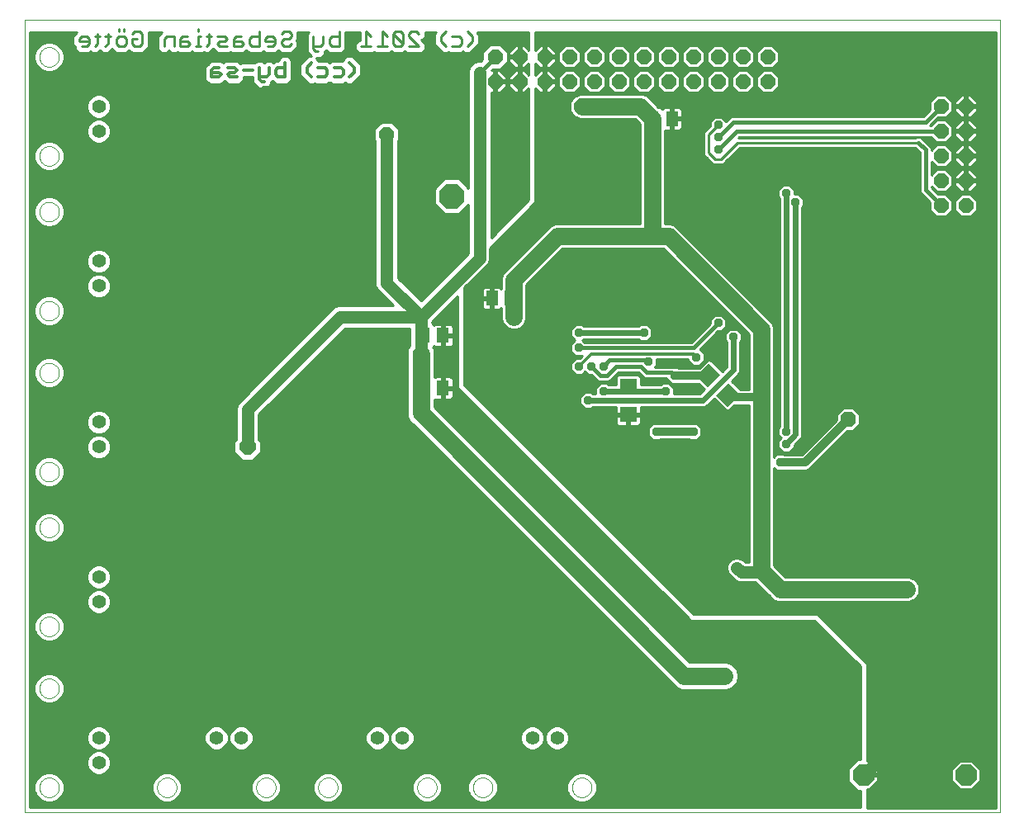
<source format=gbl>
G75*
G70*
%OFA0B0*%
%FSLAX24Y24*%
%IPPOS*%
%LPD*%
%AMOC8*
5,1,8,0,0,1.08239X$1,22.5*
%
%ADD10C,0.0000*%
%ADD11C,0.0100*%
%ADD12C,0.0140*%
%ADD13R,0.0512X0.0630*%
%ADD14R,0.0512X0.0591*%
%ADD15C,0.0554*%
%ADD16OC8,0.0850*%
%ADD17OC8,0.1000*%
%ADD18OC8,0.0600*%
%ADD19OC8,0.0630*%
%ADD20R,0.0630X0.0710*%
%ADD21R,0.0710X0.0630*%
%ADD22C,0.0160*%
%ADD23OC8,0.0356*%
%ADD24C,0.0240*%
%ADD25C,0.0120*%
%ADD26C,0.0320*%
%ADD27C,0.0220*%
%ADD28OC8,0.0650*%
%ADD29C,0.0500*%
%ADD30OC8,0.0591*%
%ADD31C,0.0700*%
D10*
X010361Y010361D02*
X010361Y042357D01*
X049731Y042357D01*
X049731Y010361D01*
X010361Y010361D01*
X010967Y011361D02*
X010969Y011400D01*
X010975Y011439D01*
X010985Y011477D01*
X010998Y011514D01*
X011015Y011549D01*
X011035Y011583D01*
X011059Y011614D01*
X011086Y011643D01*
X011115Y011669D01*
X011147Y011692D01*
X011181Y011712D01*
X011217Y011728D01*
X011254Y011740D01*
X011293Y011749D01*
X011332Y011754D01*
X011371Y011755D01*
X011410Y011752D01*
X011449Y011745D01*
X011486Y011734D01*
X011523Y011720D01*
X011558Y011702D01*
X011591Y011681D01*
X011622Y011656D01*
X011650Y011629D01*
X011675Y011599D01*
X011697Y011566D01*
X011716Y011532D01*
X011731Y011496D01*
X011743Y011458D01*
X011751Y011420D01*
X011755Y011381D01*
X011755Y011341D01*
X011751Y011302D01*
X011743Y011264D01*
X011731Y011226D01*
X011716Y011190D01*
X011697Y011156D01*
X011675Y011123D01*
X011650Y011093D01*
X011622Y011066D01*
X011591Y011041D01*
X011558Y011020D01*
X011523Y011002D01*
X011486Y010988D01*
X011449Y010977D01*
X011410Y010970D01*
X011371Y010967D01*
X011332Y010968D01*
X011293Y010973D01*
X011254Y010982D01*
X011217Y010994D01*
X011181Y011010D01*
X011147Y011030D01*
X011115Y011053D01*
X011086Y011079D01*
X011059Y011108D01*
X011035Y011139D01*
X011015Y011173D01*
X010998Y011208D01*
X010985Y011245D01*
X010975Y011283D01*
X010969Y011322D01*
X010967Y011361D01*
X010967Y015361D02*
X010969Y015400D01*
X010975Y015439D01*
X010985Y015477D01*
X010998Y015514D01*
X011015Y015549D01*
X011035Y015583D01*
X011059Y015614D01*
X011086Y015643D01*
X011115Y015669D01*
X011147Y015692D01*
X011181Y015712D01*
X011217Y015728D01*
X011254Y015740D01*
X011293Y015749D01*
X011332Y015754D01*
X011371Y015755D01*
X011410Y015752D01*
X011449Y015745D01*
X011486Y015734D01*
X011523Y015720D01*
X011558Y015702D01*
X011591Y015681D01*
X011622Y015656D01*
X011650Y015629D01*
X011675Y015599D01*
X011697Y015566D01*
X011716Y015532D01*
X011731Y015496D01*
X011743Y015458D01*
X011751Y015420D01*
X011755Y015381D01*
X011755Y015341D01*
X011751Y015302D01*
X011743Y015264D01*
X011731Y015226D01*
X011716Y015190D01*
X011697Y015156D01*
X011675Y015123D01*
X011650Y015093D01*
X011622Y015066D01*
X011591Y015041D01*
X011558Y015020D01*
X011523Y015002D01*
X011486Y014988D01*
X011449Y014977D01*
X011410Y014970D01*
X011371Y014967D01*
X011332Y014968D01*
X011293Y014973D01*
X011254Y014982D01*
X011217Y014994D01*
X011181Y015010D01*
X011147Y015030D01*
X011115Y015053D01*
X011086Y015079D01*
X011059Y015108D01*
X011035Y015139D01*
X011015Y015173D01*
X010998Y015208D01*
X010985Y015245D01*
X010975Y015283D01*
X010969Y015322D01*
X010967Y015361D01*
X010967Y017861D02*
X010969Y017900D01*
X010975Y017939D01*
X010985Y017977D01*
X010998Y018014D01*
X011015Y018049D01*
X011035Y018083D01*
X011059Y018114D01*
X011086Y018143D01*
X011115Y018169D01*
X011147Y018192D01*
X011181Y018212D01*
X011217Y018228D01*
X011254Y018240D01*
X011293Y018249D01*
X011332Y018254D01*
X011371Y018255D01*
X011410Y018252D01*
X011449Y018245D01*
X011486Y018234D01*
X011523Y018220D01*
X011558Y018202D01*
X011591Y018181D01*
X011622Y018156D01*
X011650Y018129D01*
X011675Y018099D01*
X011697Y018066D01*
X011716Y018032D01*
X011731Y017996D01*
X011743Y017958D01*
X011751Y017920D01*
X011755Y017881D01*
X011755Y017841D01*
X011751Y017802D01*
X011743Y017764D01*
X011731Y017726D01*
X011716Y017690D01*
X011697Y017656D01*
X011675Y017623D01*
X011650Y017593D01*
X011622Y017566D01*
X011591Y017541D01*
X011558Y017520D01*
X011523Y017502D01*
X011486Y017488D01*
X011449Y017477D01*
X011410Y017470D01*
X011371Y017467D01*
X011332Y017468D01*
X011293Y017473D01*
X011254Y017482D01*
X011217Y017494D01*
X011181Y017510D01*
X011147Y017530D01*
X011115Y017553D01*
X011086Y017579D01*
X011059Y017608D01*
X011035Y017639D01*
X011015Y017673D01*
X010998Y017708D01*
X010985Y017745D01*
X010975Y017783D01*
X010969Y017822D01*
X010967Y017861D01*
X010967Y021861D02*
X010969Y021900D01*
X010975Y021939D01*
X010985Y021977D01*
X010998Y022014D01*
X011015Y022049D01*
X011035Y022083D01*
X011059Y022114D01*
X011086Y022143D01*
X011115Y022169D01*
X011147Y022192D01*
X011181Y022212D01*
X011217Y022228D01*
X011254Y022240D01*
X011293Y022249D01*
X011332Y022254D01*
X011371Y022255D01*
X011410Y022252D01*
X011449Y022245D01*
X011486Y022234D01*
X011523Y022220D01*
X011558Y022202D01*
X011591Y022181D01*
X011622Y022156D01*
X011650Y022129D01*
X011675Y022099D01*
X011697Y022066D01*
X011716Y022032D01*
X011731Y021996D01*
X011743Y021958D01*
X011751Y021920D01*
X011755Y021881D01*
X011755Y021841D01*
X011751Y021802D01*
X011743Y021764D01*
X011731Y021726D01*
X011716Y021690D01*
X011697Y021656D01*
X011675Y021623D01*
X011650Y021593D01*
X011622Y021566D01*
X011591Y021541D01*
X011558Y021520D01*
X011523Y021502D01*
X011486Y021488D01*
X011449Y021477D01*
X011410Y021470D01*
X011371Y021467D01*
X011332Y021468D01*
X011293Y021473D01*
X011254Y021482D01*
X011217Y021494D01*
X011181Y021510D01*
X011147Y021530D01*
X011115Y021553D01*
X011086Y021579D01*
X011059Y021608D01*
X011035Y021639D01*
X011015Y021673D01*
X010998Y021708D01*
X010985Y021745D01*
X010975Y021783D01*
X010969Y021822D01*
X010967Y021861D01*
X010967Y024111D02*
X010969Y024150D01*
X010975Y024189D01*
X010985Y024227D01*
X010998Y024264D01*
X011015Y024299D01*
X011035Y024333D01*
X011059Y024364D01*
X011086Y024393D01*
X011115Y024419D01*
X011147Y024442D01*
X011181Y024462D01*
X011217Y024478D01*
X011254Y024490D01*
X011293Y024499D01*
X011332Y024504D01*
X011371Y024505D01*
X011410Y024502D01*
X011449Y024495D01*
X011486Y024484D01*
X011523Y024470D01*
X011558Y024452D01*
X011591Y024431D01*
X011622Y024406D01*
X011650Y024379D01*
X011675Y024349D01*
X011697Y024316D01*
X011716Y024282D01*
X011731Y024246D01*
X011743Y024208D01*
X011751Y024170D01*
X011755Y024131D01*
X011755Y024091D01*
X011751Y024052D01*
X011743Y024014D01*
X011731Y023976D01*
X011716Y023940D01*
X011697Y023906D01*
X011675Y023873D01*
X011650Y023843D01*
X011622Y023816D01*
X011591Y023791D01*
X011558Y023770D01*
X011523Y023752D01*
X011486Y023738D01*
X011449Y023727D01*
X011410Y023720D01*
X011371Y023717D01*
X011332Y023718D01*
X011293Y023723D01*
X011254Y023732D01*
X011217Y023744D01*
X011181Y023760D01*
X011147Y023780D01*
X011115Y023803D01*
X011086Y023829D01*
X011059Y023858D01*
X011035Y023889D01*
X011015Y023923D01*
X010998Y023958D01*
X010985Y023995D01*
X010975Y024033D01*
X010969Y024072D01*
X010967Y024111D01*
X010967Y028111D02*
X010969Y028150D01*
X010975Y028189D01*
X010985Y028227D01*
X010998Y028264D01*
X011015Y028299D01*
X011035Y028333D01*
X011059Y028364D01*
X011086Y028393D01*
X011115Y028419D01*
X011147Y028442D01*
X011181Y028462D01*
X011217Y028478D01*
X011254Y028490D01*
X011293Y028499D01*
X011332Y028504D01*
X011371Y028505D01*
X011410Y028502D01*
X011449Y028495D01*
X011486Y028484D01*
X011523Y028470D01*
X011558Y028452D01*
X011591Y028431D01*
X011622Y028406D01*
X011650Y028379D01*
X011675Y028349D01*
X011697Y028316D01*
X011716Y028282D01*
X011731Y028246D01*
X011743Y028208D01*
X011751Y028170D01*
X011755Y028131D01*
X011755Y028091D01*
X011751Y028052D01*
X011743Y028014D01*
X011731Y027976D01*
X011716Y027940D01*
X011697Y027906D01*
X011675Y027873D01*
X011650Y027843D01*
X011622Y027816D01*
X011591Y027791D01*
X011558Y027770D01*
X011523Y027752D01*
X011486Y027738D01*
X011449Y027727D01*
X011410Y027720D01*
X011371Y027717D01*
X011332Y027718D01*
X011293Y027723D01*
X011254Y027732D01*
X011217Y027744D01*
X011181Y027760D01*
X011147Y027780D01*
X011115Y027803D01*
X011086Y027829D01*
X011059Y027858D01*
X011035Y027889D01*
X011015Y027923D01*
X010998Y027958D01*
X010985Y027995D01*
X010975Y028033D01*
X010969Y028072D01*
X010967Y028111D01*
X010967Y030611D02*
X010969Y030650D01*
X010975Y030689D01*
X010985Y030727D01*
X010998Y030764D01*
X011015Y030799D01*
X011035Y030833D01*
X011059Y030864D01*
X011086Y030893D01*
X011115Y030919D01*
X011147Y030942D01*
X011181Y030962D01*
X011217Y030978D01*
X011254Y030990D01*
X011293Y030999D01*
X011332Y031004D01*
X011371Y031005D01*
X011410Y031002D01*
X011449Y030995D01*
X011486Y030984D01*
X011523Y030970D01*
X011558Y030952D01*
X011591Y030931D01*
X011622Y030906D01*
X011650Y030879D01*
X011675Y030849D01*
X011697Y030816D01*
X011716Y030782D01*
X011731Y030746D01*
X011743Y030708D01*
X011751Y030670D01*
X011755Y030631D01*
X011755Y030591D01*
X011751Y030552D01*
X011743Y030514D01*
X011731Y030476D01*
X011716Y030440D01*
X011697Y030406D01*
X011675Y030373D01*
X011650Y030343D01*
X011622Y030316D01*
X011591Y030291D01*
X011558Y030270D01*
X011523Y030252D01*
X011486Y030238D01*
X011449Y030227D01*
X011410Y030220D01*
X011371Y030217D01*
X011332Y030218D01*
X011293Y030223D01*
X011254Y030232D01*
X011217Y030244D01*
X011181Y030260D01*
X011147Y030280D01*
X011115Y030303D01*
X011086Y030329D01*
X011059Y030358D01*
X011035Y030389D01*
X011015Y030423D01*
X010998Y030458D01*
X010985Y030495D01*
X010975Y030533D01*
X010969Y030572D01*
X010967Y030611D01*
X010967Y034611D02*
X010969Y034650D01*
X010975Y034689D01*
X010985Y034727D01*
X010998Y034764D01*
X011015Y034799D01*
X011035Y034833D01*
X011059Y034864D01*
X011086Y034893D01*
X011115Y034919D01*
X011147Y034942D01*
X011181Y034962D01*
X011217Y034978D01*
X011254Y034990D01*
X011293Y034999D01*
X011332Y035004D01*
X011371Y035005D01*
X011410Y035002D01*
X011449Y034995D01*
X011486Y034984D01*
X011523Y034970D01*
X011558Y034952D01*
X011591Y034931D01*
X011622Y034906D01*
X011650Y034879D01*
X011675Y034849D01*
X011697Y034816D01*
X011716Y034782D01*
X011731Y034746D01*
X011743Y034708D01*
X011751Y034670D01*
X011755Y034631D01*
X011755Y034591D01*
X011751Y034552D01*
X011743Y034514D01*
X011731Y034476D01*
X011716Y034440D01*
X011697Y034406D01*
X011675Y034373D01*
X011650Y034343D01*
X011622Y034316D01*
X011591Y034291D01*
X011558Y034270D01*
X011523Y034252D01*
X011486Y034238D01*
X011449Y034227D01*
X011410Y034220D01*
X011371Y034217D01*
X011332Y034218D01*
X011293Y034223D01*
X011254Y034232D01*
X011217Y034244D01*
X011181Y034260D01*
X011147Y034280D01*
X011115Y034303D01*
X011086Y034329D01*
X011059Y034358D01*
X011035Y034389D01*
X011015Y034423D01*
X010998Y034458D01*
X010985Y034495D01*
X010975Y034533D01*
X010969Y034572D01*
X010967Y034611D01*
X010967Y036861D02*
X010969Y036900D01*
X010975Y036939D01*
X010985Y036977D01*
X010998Y037014D01*
X011015Y037049D01*
X011035Y037083D01*
X011059Y037114D01*
X011086Y037143D01*
X011115Y037169D01*
X011147Y037192D01*
X011181Y037212D01*
X011217Y037228D01*
X011254Y037240D01*
X011293Y037249D01*
X011332Y037254D01*
X011371Y037255D01*
X011410Y037252D01*
X011449Y037245D01*
X011486Y037234D01*
X011523Y037220D01*
X011558Y037202D01*
X011591Y037181D01*
X011622Y037156D01*
X011650Y037129D01*
X011675Y037099D01*
X011697Y037066D01*
X011716Y037032D01*
X011731Y036996D01*
X011743Y036958D01*
X011751Y036920D01*
X011755Y036881D01*
X011755Y036841D01*
X011751Y036802D01*
X011743Y036764D01*
X011731Y036726D01*
X011716Y036690D01*
X011697Y036656D01*
X011675Y036623D01*
X011650Y036593D01*
X011622Y036566D01*
X011591Y036541D01*
X011558Y036520D01*
X011523Y036502D01*
X011486Y036488D01*
X011449Y036477D01*
X011410Y036470D01*
X011371Y036467D01*
X011332Y036468D01*
X011293Y036473D01*
X011254Y036482D01*
X011217Y036494D01*
X011181Y036510D01*
X011147Y036530D01*
X011115Y036553D01*
X011086Y036579D01*
X011059Y036608D01*
X011035Y036639D01*
X011015Y036673D01*
X010998Y036708D01*
X010985Y036745D01*
X010975Y036783D01*
X010969Y036822D01*
X010967Y036861D01*
X010967Y040861D02*
X010969Y040900D01*
X010975Y040939D01*
X010985Y040977D01*
X010998Y041014D01*
X011015Y041049D01*
X011035Y041083D01*
X011059Y041114D01*
X011086Y041143D01*
X011115Y041169D01*
X011147Y041192D01*
X011181Y041212D01*
X011217Y041228D01*
X011254Y041240D01*
X011293Y041249D01*
X011332Y041254D01*
X011371Y041255D01*
X011410Y041252D01*
X011449Y041245D01*
X011486Y041234D01*
X011523Y041220D01*
X011558Y041202D01*
X011591Y041181D01*
X011622Y041156D01*
X011650Y041129D01*
X011675Y041099D01*
X011697Y041066D01*
X011716Y041032D01*
X011731Y040996D01*
X011743Y040958D01*
X011751Y040920D01*
X011755Y040881D01*
X011755Y040841D01*
X011751Y040802D01*
X011743Y040764D01*
X011731Y040726D01*
X011716Y040690D01*
X011697Y040656D01*
X011675Y040623D01*
X011650Y040593D01*
X011622Y040566D01*
X011591Y040541D01*
X011558Y040520D01*
X011523Y040502D01*
X011486Y040488D01*
X011449Y040477D01*
X011410Y040470D01*
X011371Y040467D01*
X011332Y040468D01*
X011293Y040473D01*
X011254Y040482D01*
X011217Y040494D01*
X011181Y040510D01*
X011147Y040530D01*
X011115Y040553D01*
X011086Y040579D01*
X011059Y040608D01*
X011035Y040639D01*
X011015Y040673D01*
X010998Y040708D01*
X010985Y040745D01*
X010975Y040783D01*
X010969Y040822D01*
X010967Y040861D01*
X015717Y011361D02*
X015719Y011400D01*
X015725Y011439D01*
X015735Y011477D01*
X015748Y011514D01*
X015765Y011549D01*
X015785Y011583D01*
X015809Y011614D01*
X015836Y011643D01*
X015865Y011669D01*
X015897Y011692D01*
X015931Y011712D01*
X015967Y011728D01*
X016004Y011740D01*
X016043Y011749D01*
X016082Y011754D01*
X016121Y011755D01*
X016160Y011752D01*
X016199Y011745D01*
X016236Y011734D01*
X016273Y011720D01*
X016308Y011702D01*
X016341Y011681D01*
X016372Y011656D01*
X016400Y011629D01*
X016425Y011599D01*
X016447Y011566D01*
X016466Y011532D01*
X016481Y011496D01*
X016493Y011458D01*
X016501Y011420D01*
X016505Y011381D01*
X016505Y011341D01*
X016501Y011302D01*
X016493Y011264D01*
X016481Y011226D01*
X016466Y011190D01*
X016447Y011156D01*
X016425Y011123D01*
X016400Y011093D01*
X016372Y011066D01*
X016341Y011041D01*
X016308Y011020D01*
X016273Y011002D01*
X016236Y010988D01*
X016199Y010977D01*
X016160Y010970D01*
X016121Y010967D01*
X016082Y010968D01*
X016043Y010973D01*
X016004Y010982D01*
X015967Y010994D01*
X015931Y011010D01*
X015897Y011030D01*
X015865Y011053D01*
X015836Y011079D01*
X015809Y011108D01*
X015785Y011139D01*
X015765Y011173D01*
X015748Y011208D01*
X015735Y011245D01*
X015725Y011283D01*
X015719Y011322D01*
X015717Y011361D01*
X019717Y011361D02*
X019719Y011400D01*
X019725Y011439D01*
X019735Y011477D01*
X019748Y011514D01*
X019765Y011549D01*
X019785Y011583D01*
X019809Y011614D01*
X019836Y011643D01*
X019865Y011669D01*
X019897Y011692D01*
X019931Y011712D01*
X019967Y011728D01*
X020004Y011740D01*
X020043Y011749D01*
X020082Y011754D01*
X020121Y011755D01*
X020160Y011752D01*
X020199Y011745D01*
X020236Y011734D01*
X020273Y011720D01*
X020308Y011702D01*
X020341Y011681D01*
X020372Y011656D01*
X020400Y011629D01*
X020425Y011599D01*
X020447Y011566D01*
X020466Y011532D01*
X020481Y011496D01*
X020493Y011458D01*
X020501Y011420D01*
X020505Y011381D01*
X020505Y011341D01*
X020501Y011302D01*
X020493Y011264D01*
X020481Y011226D01*
X020466Y011190D01*
X020447Y011156D01*
X020425Y011123D01*
X020400Y011093D01*
X020372Y011066D01*
X020341Y011041D01*
X020308Y011020D01*
X020273Y011002D01*
X020236Y010988D01*
X020199Y010977D01*
X020160Y010970D01*
X020121Y010967D01*
X020082Y010968D01*
X020043Y010973D01*
X020004Y010982D01*
X019967Y010994D01*
X019931Y011010D01*
X019897Y011030D01*
X019865Y011053D01*
X019836Y011079D01*
X019809Y011108D01*
X019785Y011139D01*
X019765Y011173D01*
X019748Y011208D01*
X019735Y011245D01*
X019725Y011283D01*
X019719Y011322D01*
X019717Y011361D01*
X022217Y011361D02*
X022219Y011400D01*
X022225Y011439D01*
X022235Y011477D01*
X022248Y011514D01*
X022265Y011549D01*
X022285Y011583D01*
X022309Y011614D01*
X022336Y011643D01*
X022365Y011669D01*
X022397Y011692D01*
X022431Y011712D01*
X022467Y011728D01*
X022504Y011740D01*
X022543Y011749D01*
X022582Y011754D01*
X022621Y011755D01*
X022660Y011752D01*
X022699Y011745D01*
X022736Y011734D01*
X022773Y011720D01*
X022808Y011702D01*
X022841Y011681D01*
X022872Y011656D01*
X022900Y011629D01*
X022925Y011599D01*
X022947Y011566D01*
X022966Y011532D01*
X022981Y011496D01*
X022993Y011458D01*
X023001Y011420D01*
X023005Y011381D01*
X023005Y011341D01*
X023001Y011302D01*
X022993Y011264D01*
X022981Y011226D01*
X022966Y011190D01*
X022947Y011156D01*
X022925Y011123D01*
X022900Y011093D01*
X022872Y011066D01*
X022841Y011041D01*
X022808Y011020D01*
X022773Y011002D01*
X022736Y010988D01*
X022699Y010977D01*
X022660Y010970D01*
X022621Y010967D01*
X022582Y010968D01*
X022543Y010973D01*
X022504Y010982D01*
X022467Y010994D01*
X022431Y011010D01*
X022397Y011030D01*
X022365Y011053D01*
X022336Y011079D01*
X022309Y011108D01*
X022285Y011139D01*
X022265Y011173D01*
X022248Y011208D01*
X022235Y011245D01*
X022225Y011283D01*
X022219Y011322D01*
X022217Y011361D01*
X026217Y011361D02*
X026219Y011400D01*
X026225Y011439D01*
X026235Y011477D01*
X026248Y011514D01*
X026265Y011549D01*
X026285Y011583D01*
X026309Y011614D01*
X026336Y011643D01*
X026365Y011669D01*
X026397Y011692D01*
X026431Y011712D01*
X026467Y011728D01*
X026504Y011740D01*
X026543Y011749D01*
X026582Y011754D01*
X026621Y011755D01*
X026660Y011752D01*
X026699Y011745D01*
X026736Y011734D01*
X026773Y011720D01*
X026808Y011702D01*
X026841Y011681D01*
X026872Y011656D01*
X026900Y011629D01*
X026925Y011599D01*
X026947Y011566D01*
X026966Y011532D01*
X026981Y011496D01*
X026993Y011458D01*
X027001Y011420D01*
X027005Y011381D01*
X027005Y011341D01*
X027001Y011302D01*
X026993Y011264D01*
X026981Y011226D01*
X026966Y011190D01*
X026947Y011156D01*
X026925Y011123D01*
X026900Y011093D01*
X026872Y011066D01*
X026841Y011041D01*
X026808Y011020D01*
X026773Y011002D01*
X026736Y010988D01*
X026699Y010977D01*
X026660Y010970D01*
X026621Y010967D01*
X026582Y010968D01*
X026543Y010973D01*
X026504Y010982D01*
X026467Y010994D01*
X026431Y011010D01*
X026397Y011030D01*
X026365Y011053D01*
X026336Y011079D01*
X026309Y011108D01*
X026285Y011139D01*
X026265Y011173D01*
X026248Y011208D01*
X026235Y011245D01*
X026225Y011283D01*
X026219Y011322D01*
X026217Y011361D01*
X028467Y011361D02*
X028469Y011400D01*
X028475Y011439D01*
X028485Y011477D01*
X028498Y011514D01*
X028515Y011549D01*
X028535Y011583D01*
X028559Y011614D01*
X028586Y011643D01*
X028615Y011669D01*
X028647Y011692D01*
X028681Y011712D01*
X028717Y011728D01*
X028754Y011740D01*
X028793Y011749D01*
X028832Y011754D01*
X028871Y011755D01*
X028910Y011752D01*
X028949Y011745D01*
X028986Y011734D01*
X029023Y011720D01*
X029058Y011702D01*
X029091Y011681D01*
X029122Y011656D01*
X029150Y011629D01*
X029175Y011599D01*
X029197Y011566D01*
X029216Y011532D01*
X029231Y011496D01*
X029243Y011458D01*
X029251Y011420D01*
X029255Y011381D01*
X029255Y011341D01*
X029251Y011302D01*
X029243Y011264D01*
X029231Y011226D01*
X029216Y011190D01*
X029197Y011156D01*
X029175Y011123D01*
X029150Y011093D01*
X029122Y011066D01*
X029091Y011041D01*
X029058Y011020D01*
X029023Y011002D01*
X028986Y010988D01*
X028949Y010977D01*
X028910Y010970D01*
X028871Y010967D01*
X028832Y010968D01*
X028793Y010973D01*
X028754Y010982D01*
X028717Y010994D01*
X028681Y011010D01*
X028647Y011030D01*
X028615Y011053D01*
X028586Y011079D01*
X028559Y011108D01*
X028535Y011139D01*
X028515Y011173D01*
X028498Y011208D01*
X028485Y011245D01*
X028475Y011283D01*
X028469Y011322D01*
X028467Y011361D01*
X032467Y011361D02*
X032469Y011400D01*
X032475Y011439D01*
X032485Y011477D01*
X032498Y011514D01*
X032515Y011549D01*
X032535Y011583D01*
X032559Y011614D01*
X032586Y011643D01*
X032615Y011669D01*
X032647Y011692D01*
X032681Y011712D01*
X032717Y011728D01*
X032754Y011740D01*
X032793Y011749D01*
X032832Y011754D01*
X032871Y011755D01*
X032910Y011752D01*
X032949Y011745D01*
X032986Y011734D01*
X033023Y011720D01*
X033058Y011702D01*
X033091Y011681D01*
X033122Y011656D01*
X033150Y011629D01*
X033175Y011599D01*
X033197Y011566D01*
X033216Y011532D01*
X033231Y011496D01*
X033243Y011458D01*
X033251Y011420D01*
X033255Y011381D01*
X033255Y011341D01*
X033251Y011302D01*
X033243Y011264D01*
X033231Y011226D01*
X033216Y011190D01*
X033197Y011156D01*
X033175Y011123D01*
X033150Y011093D01*
X033122Y011066D01*
X033091Y011041D01*
X033058Y011020D01*
X033023Y011002D01*
X032986Y010988D01*
X032949Y010977D01*
X032910Y010970D01*
X032871Y010967D01*
X032832Y010968D01*
X032793Y010973D01*
X032754Y010982D01*
X032717Y010994D01*
X032681Y011010D01*
X032647Y011030D01*
X032615Y011053D01*
X032586Y011079D01*
X032559Y011108D01*
X032535Y011139D01*
X032515Y011173D01*
X032498Y011208D01*
X032485Y011245D01*
X032475Y011283D01*
X032469Y011322D01*
X032467Y011361D01*
D11*
X032257Y011346D02*
X029465Y011346D01*
X029465Y011248D02*
X032257Y011248D01*
X032257Y011241D02*
X032349Y011019D01*
X032519Y010849D01*
X032741Y010757D01*
X032981Y010757D01*
X033203Y010849D01*
X033373Y011019D01*
X033465Y011241D01*
X033465Y011481D01*
X033373Y011703D01*
X033203Y011873D01*
X032981Y011965D01*
X032741Y011965D01*
X032519Y011873D01*
X032349Y011703D01*
X032257Y011481D01*
X032257Y011241D01*
X032295Y011149D02*
X029427Y011149D01*
X029465Y011241D02*
X029373Y011019D01*
X029203Y010849D01*
X028981Y010757D01*
X028741Y010757D01*
X028519Y010849D01*
X028349Y011019D01*
X028257Y011241D01*
X028257Y011481D01*
X028349Y011703D01*
X028519Y011873D01*
X028741Y011965D01*
X028981Y011965D01*
X029203Y011873D01*
X029373Y011703D01*
X029465Y011481D01*
X029465Y011241D01*
X029465Y011445D02*
X032257Y011445D01*
X032283Y011543D02*
X029439Y011543D01*
X029398Y011642D02*
X032324Y011642D01*
X032387Y011741D02*
X029335Y011741D01*
X029236Y011839D02*
X032485Y011839D01*
X032676Y011938D02*
X029046Y011938D01*
X028676Y011938D02*
X026796Y011938D01*
X026731Y011965D02*
X026491Y011965D01*
X026269Y011873D01*
X026099Y011703D01*
X026007Y011481D01*
X026007Y011241D01*
X026099Y011019D01*
X026269Y010849D01*
X026491Y010757D01*
X026731Y010757D01*
X026953Y010849D01*
X027123Y011019D01*
X027215Y011241D01*
X027215Y011481D01*
X027123Y011703D01*
X026953Y011873D01*
X026731Y011965D01*
X026986Y011839D02*
X028485Y011839D01*
X028387Y011741D02*
X027085Y011741D01*
X027148Y011642D02*
X028324Y011642D01*
X028283Y011543D02*
X027189Y011543D01*
X027215Y011445D02*
X028257Y011445D01*
X028257Y011346D02*
X027215Y011346D01*
X027215Y011248D02*
X028257Y011248D01*
X028295Y011149D02*
X027177Y011149D01*
X027136Y011051D02*
X028336Y011051D01*
X028416Y010952D02*
X027056Y010952D01*
X026957Y010854D02*
X028514Y010854D01*
X029207Y010854D02*
X032514Y010854D01*
X032416Y010952D02*
X029306Y010952D01*
X029386Y011051D02*
X032336Y011051D01*
X033207Y010854D02*
X044101Y010854D01*
X044101Y010952D02*
X033306Y010952D01*
X033386Y011051D02*
X044101Y011051D01*
X044101Y011149D02*
X033427Y011149D01*
X033465Y011248D02*
X043951Y011248D01*
X043973Y011226D02*
X044101Y011226D01*
X044101Y010571D01*
X010571Y010571D01*
X010571Y041861D01*
X012474Y041861D01*
X012420Y041807D01*
X012347Y041733D01*
X012307Y041638D01*
X012307Y041538D01*
X012307Y041434D01*
X012347Y041339D01*
X012407Y041278D01*
X012407Y041234D01*
X012447Y041139D01*
X012520Y041066D01*
X012615Y041026D01*
X012815Y041026D01*
X012919Y041026D01*
X013014Y041066D01*
X013032Y041083D01*
X013050Y041066D01*
X013145Y041026D01*
X013249Y041026D01*
X013344Y041066D01*
X013412Y041133D01*
X013479Y041066D01*
X013575Y041026D01*
X013678Y041026D01*
X013774Y041066D01*
X013899Y041191D01*
X013924Y041166D01*
X014024Y041066D01*
X014119Y041026D01*
X014223Y041026D01*
X014319Y041026D01*
X014423Y041026D01*
X014518Y041066D01*
X014593Y041140D01*
X014668Y041066D01*
X014764Y041026D01*
X014867Y041026D01*
X015067Y041026D01*
X015163Y041066D01*
X015236Y041139D01*
X015263Y041166D01*
X015336Y041239D01*
X015376Y041334D01*
X015376Y041838D01*
X015366Y041861D01*
X015912Y041861D01*
X015857Y041807D01*
X015784Y041733D01*
X015744Y041638D01*
X015744Y041234D01*
X015784Y041139D01*
X015857Y041066D01*
X015953Y041026D01*
X016056Y041026D01*
X016152Y041066D01*
X016205Y041118D01*
X016257Y041066D01*
X016353Y041026D01*
X016456Y041026D01*
X016527Y041055D01*
X016597Y041026D01*
X016897Y041026D01*
X017001Y041026D01*
X017096Y041066D01*
X017114Y041083D01*
X017132Y041066D01*
X017227Y041026D01*
X017531Y041026D01*
X017594Y041052D01*
X017657Y041026D01*
X017760Y041026D01*
X017856Y041066D01*
X017981Y041191D01*
X018006Y041166D01*
X018106Y041066D01*
X018201Y041026D01*
X018305Y041026D01*
X018605Y041026D01*
X018675Y041055D01*
X018746Y041026D01*
X019046Y041026D01*
X019149Y041026D01*
X019245Y041066D01*
X019320Y041140D01*
X019395Y041066D01*
X019490Y041026D01*
X019594Y041026D01*
X019894Y041026D01*
X019989Y041066D01*
X020014Y041090D01*
X020039Y041066D01*
X020135Y041026D01*
X020335Y041026D01*
X020438Y041026D01*
X020534Y041066D01*
X020609Y041140D01*
X020611Y041139D01*
X020684Y041066D01*
X020779Y041026D01*
X020979Y041026D01*
X021083Y041026D01*
X021178Y041066D01*
X021352Y041239D01*
X021391Y041334D01*
X021391Y041438D01*
X021352Y041533D01*
X021349Y041536D01*
X021352Y041539D01*
X021391Y041635D01*
X021391Y041738D01*
X021391Y041838D01*
X021382Y041861D01*
X021827Y041861D01*
X021800Y041834D01*
X021760Y041738D01*
X021760Y041238D01*
X021760Y041134D01*
X021800Y041039D01*
X021900Y040939D01*
X021942Y040896D01*
X021891Y040896D01*
X021789Y040854D01*
X021523Y040588D01*
X021480Y040485D01*
X021480Y040374D01*
X021480Y040187D01*
X021523Y040084D01*
X021602Y040005D01*
X021789Y039819D01*
X021891Y039776D01*
X022003Y039776D01*
X022083Y039809D01*
X022162Y039776D01*
X022554Y039776D01*
X022657Y039819D01*
X022680Y039842D01*
X022704Y039819D01*
X022807Y039776D01*
X023087Y039776D01*
X023199Y039776D01*
X023301Y039819D01*
X023311Y039828D01*
X023321Y039819D01*
X023423Y039776D01*
X023535Y039776D01*
X023638Y039819D01*
X023825Y040005D01*
X023903Y040084D01*
X023946Y040187D01*
X023946Y040374D01*
X023946Y040485D01*
X023903Y040588D01*
X023638Y040854D01*
X023535Y040896D01*
X023423Y040896D01*
X023321Y040854D01*
X023242Y040775D01*
X023212Y040704D01*
X023199Y040710D01*
X023087Y040710D01*
X022807Y040710D01*
X022704Y040667D01*
X022680Y040643D01*
X022657Y040667D01*
X022554Y040710D01*
X022443Y040710D01*
X022212Y040710D01*
X022185Y040775D01*
X022134Y040826D01*
X022272Y040826D01*
X022367Y040865D01*
X022441Y040939D01*
X022480Y041034D01*
X022480Y041078D01*
X022541Y041139D01*
X022542Y041140D01*
X022617Y041066D01*
X022713Y041026D01*
X022816Y041026D01*
X023013Y041026D01*
X023117Y041026D01*
X023212Y041066D01*
X023285Y041139D01*
X023325Y041234D01*
X023325Y041861D01*
X023894Y041861D01*
X023894Y041543D01*
X023806Y041506D01*
X023733Y041433D01*
X023694Y041338D01*
X023694Y041234D01*
X023733Y041139D01*
X023806Y041066D01*
X023902Y041026D01*
X024406Y041026D01*
X024476Y041055D01*
X024546Y041026D01*
X025050Y041026D01*
X025146Y041066D01*
X025171Y041090D01*
X025195Y041066D01*
X025291Y041026D01*
X025491Y041026D01*
X025595Y041026D01*
X025690Y041066D01*
X025715Y041090D01*
X025740Y041066D01*
X025835Y041026D01*
X026236Y041026D01*
X026339Y041026D01*
X026435Y041066D01*
X026508Y041139D01*
X026547Y041234D01*
X026547Y041338D01*
X026508Y041433D01*
X026393Y041548D01*
X026435Y041566D01*
X026508Y041639D01*
X026547Y041735D01*
X026547Y041838D01*
X026538Y041861D01*
X026969Y041861D01*
X026941Y041834D01*
X026902Y041738D01*
X026902Y041634D01*
X026902Y041434D01*
X026941Y041339D01*
X027014Y041266D01*
X027214Y041066D01*
X027310Y041026D01*
X027413Y041026D01*
X027484Y041055D01*
X027554Y041026D01*
X027958Y041026D01*
X028053Y041066D01*
X028071Y041083D01*
X028089Y041066D01*
X028184Y041026D01*
X028287Y041026D01*
X028383Y041066D01*
X028583Y041266D01*
X028656Y041339D01*
X028696Y041434D01*
X028696Y041634D01*
X028696Y041738D01*
X028656Y041834D01*
X028629Y041861D01*
X030726Y041861D01*
X030726Y041132D01*
X030547Y041311D01*
X030411Y041311D01*
X030411Y040911D01*
X030311Y040911D01*
X030311Y041311D01*
X030175Y041311D01*
X029911Y041047D01*
X029911Y040911D01*
X030311Y040911D01*
X030311Y040811D01*
X030411Y040811D01*
X030411Y040411D01*
X030547Y040411D01*
X030726Y040590D01*
X030726Y040132D01*
X030547Y040311D01*
X030411Y040311D01*
X030411Y039911D01*
X030311Y039911D01*
X030311Y040311D01*
X030175Y040311D01*
X029911Y040047D01*
X029911Y039911D01*
X030311Y039911D01*
X030311Y039811D01*
X030411Y039811D01*
X030411Y039411D01*
X030547Y039411D01*
X030726Y039590D01*
X030726Y035094D01*
X029196Y033564D01*
X029196Y039411D01*
X029311Y039411D01*
X029311Y039811D01*
X029411Y039811D01*
X029411Y039911D01*
X029311Y039911D01*
X029311Y040311D01*
X029221Y040311D01*
X029261Y040351D01*
X029572Y040351D01*
X029871Y040650D01*
X029871Y041072D01*
X029572Y041371D01*
X029150Y041371D01*
X028851Y041072D01*
X028851Y040761D01*
X028786Y040696D01*
X028644Y040696D01*
X028475Y040626D01*
X028346Y040496D01*
X028276Y040327D01*
X028276Y035575D01*
X027905Y035946D01*
X027317Y035946D01*
X026901Y035530D01*
X026901Y034942D01*
X027317Y034526D01*
X027905Y034526D01*
X028276Y034897D01*
X028276Y032926D01*
X026361Y031011D01*
X025446Y031926D01*
X025446Y037481D01*
X025491Y037527D01*
X025491Y037945D01*
X025195Y038241D01*
X024777Y038241D01*
X024481Y037945D01*
X024481Y037527D01*
X024526Y037481D01*
X024526Y031827D01*
X024526Y031644D01*
X024596Y031475D01*
X025250Y030821D01*
X023019Y030821D01*
X022850Y030751D01*
X022721Y030621D01*
X018971Y026871D01*
X018901Y026702D01*
X018901Y026519D01*
X018901Y025407D01*
X018826Y025332D01*
X018826Y024889D01*
X019139Y024576D01*
X019582Y024576D01*
X019896Y024889D01*
X019896Y025332D01*
X019821Y025407D01*
X019821Y026420D01*
X023301Y029901D01*
X025901Y029901D01*
X025901Y029195D01*
X025901Y029193D01*
X025886Y029178D01*
X025861Y029117D01*
X025826Y029082D01*
X025826Y029033D01*
X025801Y028972D01*
X025801Y026375D01*
X025886Y026169D01*
X026044Y026011D01*
X036669Y015386D01*
X036875Y015301D01*
X037097Y015301D01*
X038722Y015301D01*
X038783Y015326D01*
X038832Y015326D01*
X038867Y015361D01*
X038928Y015386D01*
X039086Y015544D01*
X039111Y015605D01*
X039146Y015639D01*
X039146Y015689D01*
X039171Y015750D01*
X039171Y015972D01*
X039146Y016033D01*
X039146Y016082D01*
X039111Y016117D01*
X039086Y016178D01*
X038928Y016336D01*
X038867Y016361D01*
X038832Y016396D01*
X038783Y016396D01*
X038722Y016421D01*
X037218Y016421D01*
X026921Y026718D01*
X026921Y027043D01*
X026941Y027031D01*
X026979Y027021D01*
X027205Y027021D01*
X027205Y027436D01*
X027305Y027436D01*
X027305Y027536D01*
X027661Y027536D01*
X027661Y027821D01*
X027650Y027859D01*
X027631Y027893D01*
X027603Y027921D01*
X027568Y027941D01*
X027530Y027951D01*
X027305Y027951D01*
X027305Y027536D01*
X027205Y027536D01*
X027205Y027951D01*
X026979Y027951D01*
X026941Y027941D01*
X026921Y027929D01*
X026921Y028972D01*
X026896Y029033D01*
X026896Y029082D01*
X026861Y029117D01*
X026855Y029131D01*
X026903Y029179D01*
X026907Y029176D01*
X026941Y029156D01*
X026979Y029146D01*
X027205Y029146D01*
X027205Y029561D01*
X027305Y029561D01*
X027305Y029661D01*
X027661Y029661D01*
X027661Y029946D01*
X027650Y029984D01*
X027631Y030018D01*
X027603Y030046D01*
X027568Y030066D01*
X027530Y030076D01*
X027305Y030076D01*
X027305Y029661D01*
X027205Y029661D01*
X027205Y030076D01*
X026979Y030076D01*
X026941Y030066D01*
X026907Y030046D01*
X026903Y030043D01*
X026821Y030125D01*
X026821Y030170D01*
X027851Y031200D01*
X027851Y027663D01*
X027851Y027559D01*
X027891Y027464D01*
X037141Y018214D01*
X037214Y018141D01*
X037309Y018101D01*
X042253Y018101D01*
X044101Y016253D01*
X044101Y012496D01*
X043973Y012496D01*
X043601Y012124D01*
X043601Y011598D01*
X043973Y011226D01*
X043852Y011346D02*
X033465Y011346D01*
X033465Y011445D02*
X043754Y011445D01*
X043655Y011543D02*
X033439Y011543D01*
X033398Y011642D02*
X043601Y011642D01*
X043601Y011741D02*
X033335Y011741D01*
X033236Y011839D02*
X043601Y011839D01*
X043601Y011938D02*
X033046Y011938D01*
X032137Y012948D02*
X032274Y013085D01*
X032348Y013264D01*
X032348Y013458D01*
X032274Y013637D01*
X032137Y013774D01*
X031958Y013848D01*
X031764Y013848D01*
X031585Y013774D01*
X031448Y013637D01*
X031374Y013458D01*
X031374Y013264D01*
X031448Y013085D01*
X031585Y012948D01*
X031764Y012874D01*
X031958Y012874D01*
X032137Y012948D01*
X032077Y012923D02*
X044101Y012923D01*
X044101Y012825D02*
X013515Y012825D01*
X013458Y012848D02*
X013637Y012774D01*
X013774Y012637D01*
X013848Y012458D01*
X013848Y012264D01*
X013774Y012085D01*
X013637Y011948D01*
X013458Y011874D01*
X013264Y011874D01*
X013085Y011948D01*
X012948Y012085D01*
X012874Y012264D01*
X012874Y012458D01*
X012948Y012637D01*
X013085Y012774D01*
X013264Y012848D01*
X013458Y012848D01*
X013458Y012874D02*
X013637Y012948D01*
X013774Y013085D01*
X013848Y013264D01*
X013848Y013458D01*
X013774Y013637D01*
X013637Y013774D01*
X013458Y013848D01*
X013264Y013848D01*
X013085Y013774D01*
X012948Y013637D01*
X012874Y013458D01*
X012874Y013264D01*
X012948Y013085D01*
X013085Y012948D01*
X013264Y012874D01*
X013458Y012874D01*
X013577Y012923D02*
X017895Y012923D01*
X017835Y012948D02*
X018014Y012874D01*
X018208Y012874D01*
X018387Y012948D01*
X018524Y013085D01*
X018598Y013264D01*
X018598Y013458D01*
X018524Y013637D01*
X018387Y013774D01*
X018208Y013848D01*
X018014Y013848D01*
X017835Y013774D01*
X017698Y013637D01*
X017624Y013458D01*
X017624Y013264D01*
X017698Y013085D01*
X017835Y012948D01*
X017761Y013022D02*
X013711Y013022D01*
X013788Y013120D02*
X017683Y013120D01*
X017643Y013219D02*
X013829Y013219D01*
X013848Y013317D02*
X017624Y013317D01*
X017624Y013416D02*
X013848Y013416D01*
X013825Y013514D02*
X017647Y013514D01*
X017688Y013613D02*
X013784Y013613D01*
X013699Y013711D02*
X017772Y013711D01*
X017922Y013810D02*
X013550Y013810D01*
X013172Y013810D02*
X010571Y013810D01*
X010571Y013909D02*
X044101Y013909D01*
X044101Y014007D02*
X010571Y014007D01*
X010571Y014106D02*
X044101Y014106D01*
X044101Y014204D02*
X010571Y014204D01*
X010571Y014303D02*
X044101Y014303D01*
X044101Y014401D02*
X010571Y014401D01*
X010571Y014500D02*
X044101Y014500D01*
X044101Y014598D02*
X010571Y014598D01*
X010571Y014697D02*
X044101Y014697D01*
X044101Y014795D02*
X011573Y014795D01*
X011481Y014757D02*
X011703Y014849D01*
X011873Y015019D01*
X011965Y015241D01*
X011965Y015481D01*
X011873Y015703D01*
X011703Y015873D01*
X011481Y015965D01*
X011241Y015965D01*
X011019Y015873D01*
X010849Y015703D01*
X010757Y015481D01*
X010757Y015241D01*
X010849Y015019D01*
X011019Y014849D01*
X011241Y014757D01*
X011481Y014757D01*
X011748Y014894D02*
X044101Y014894D01*
X044101Y014992D02*
X011846Y014992D01*
X011903Y015091D02*
X044101Y015091D01*
X044101Y015190D02*
X011943Y015190D01*
X011965Y015288D02*
X044101Y015288D01*
X044101Y015387D02*
X038929Y015387D01*
X039027Y015485D02*
X044101Y015485D01*
X044101Y015584D02*
X039102Y015584D01*
X039146Y015682D02*
X044101Y015682D01*
X044101Y015781D02*
X039171Y015781D01*
X039171Y015879D02*
X044101Y015879D01*
X044101Y015978D02*
X039169Y015978D01*
X039146Y016076D02*
X044101Y016076D01*
X044101Y016175D02*
X039087Y016175D01*
X038990Y016274D02*
X044081Y016274D01*
X043982Y016372D02*
X038856Y016372D01*
X037168Y016471D02*
X043884Y016471D01*
X043785Y016569D02*
X037070Y016569D01*
X036971Y016668D02*
X043686Y016668D01*
X043588Y016766D02*
X036873Y016766D01*
X036774Y016865D02*
X043489Y016865D01*
X043391Y016963D02*
X036675Y016963D01*
X036577Y017062D02*
X043292Y017062D01*
X043194Y017160D02*
X036478Y017160D01*
X036380Y017259D02*
X043095Y017259D01*
X042997Y017358D02*
X036281Y017358D01*
X036183Y017456D02*
X042898Y017456D01*
X042800Y017555D02*
X036084Y017555D01*
X035986Y017653D02*
X042701Y017653D01*
X042602Y017752D02*
X035887Y017752D01*
X035789Y017850D02*
X042504Y017850D01*
X042405Y017949D02*
X035690Y017949D01*
X035591Y018047D02*
X042307Y018047D01*
X042477Y018244D02*
X049581Y018244D01*
X049581Y018146D02*
X042576Y018146D01*
X042675Y018047D02*
X049581Y018047D01*
X049581Y017949D02*
X042773Y017949D01*
X042872Y017850D02*
X049581Y017850D01*
X049581Y017752D02*
X042970Y017752D01*
X043069Y017653D02*
X049581Y017653D01*
X049581Y017555D02*
X043167Y017555D01*
X043266Y017456D02*
X049581Y017456D01*
X049581Y017358D02*
X043364Y017358D01*
X043463Y017259D02*
X049581Y017259D01*
X049581Y017160D02*
X043561Y017160D01*
X043660Y017062D02*
X049581Y017062D01*
X049581Y016963D02*
X043759Y016963D01*
X043857Y016865D02*
X049581Y016865D01*
X049581Y016766D02*
X043956Y016766D01*
X044054Y016668D02*
X049581Y016668D01*
X049581Y016569D02*
X044153Y016569D01*
X044251Y016471D02*
X049581Y016471D01*
X049581Y016372D02*
X044350Y016372D01*
X044361Y016361D02*
X042361Y018361D01*
X037361Y018361D01*
X028111Y027611D01*
X028111Y031545D01*
X029075Y032509D01*
X029136Y032656D01*
X029136Y032816D01*
X029136Y033136D01*
X030986Y034986D01*
X030986Y039600D01*
X031175Y039411D01*
X031311Y039411D01*
X031311Y039811D01*
X031411Y039811D01*
X031411Y039911D01*
X031311Y039911D01*
X031311Y040311D01*
X031175Y040311D01*
X030986Y040122D01*
X030986Y040600D01*
X031175Y040411D01*
X031311Y040411D01*
X031311Y040811D01*
X031411Y040811D01*
X031411Y040911D01*
X031811Y040911D01*
X031811Y041047D01*
X031547Y041311D01*
X031411Y041311D01*
X031411Y040911D01*
X031311Y040911D01*
X031311Y041311D01*
X031175Y041311D01*
X030986Y041122D01*
X030986Y041861D01*
X049581Y041861D01*
X049581Y010511D01*
X044361Y010511D01*
X044361Y011286D01*
X044474Y011286D01*
X044811Y011623D01*
X044811Y011811D01*
X044361Y011811D01*
X044361Y011911D01*
X044811Y011911D01*
X044811Y012099D01*
X044474Y012436D01*
X044361Y012436D01*
X044361Y016361D01*
X044361Y016274D02*
X049581Y016274D01*
X049581Y016175D02*
X044361Y016175D01*
X044361Y016076D02*
X049581Y016076D01*
X049581Y015978D02*
X044361Y015978D01*
X044361Y015879D02*
X049581Y015879D01*
X049581Y015781D02*
X044361Y015781D01*
X044361Y015682D02*
X049581Y015682D01*
X049581Y015584D02*
X044361Y015584D01*
X044361Y015485D02*
X049581Y015485D01*
X049581Y015387D02*
X044361Y015387D01*
X044361Y015288D02*
X049581Y015288D01*
X049581Y015190D02*
X044361Y015190D01*
X044361Y015091D02*
X049581Y015091D01*
X049581Y014992D02*
X044361Y014992D01*
X044361Y014894D02*
X049581Y014894D01*
X049581Y014795D02*
X044361Y014795D01*
X044361Y014697D02*
X049581Y014697D01*
X049581Y014598D02*
X044361Y014598D01*
X044361Y014500D02*
X049581Y014500D01*
X049581Y014401D02*
X044361Y014401D01*
X044361Y014303D02*
X049581Y014303D01*
X049581Y014204D02*
X044361Y014204D01*
X044361Y014106D02*
X049581Y014106D01*
X049581Y014007D02*
X044361Y014007D01*
X044361Y013909D02*
X049581Y013909D01*
X049581Y013810D02*
X044361Y013810D01*
X044361Y013711D02*
X049581Y013711D01*
X049581Y013613D02*
X044361Y013613D01*
X044361Y013514D02*
X049581Y013514D01*
X049581Y013416D02*
X044361Y013416D01*
X044361Y013317D02*
X049581Y013317D01*
X049581Y013219D02*
X044361Y013219D01*
X044361Y013120D02*
X049581Y013120D01*
X049581Y013022D02*
X044361Y013022D01*
X044361Y012923D02*
X049581Y012923D01*
X049581Y012825D02*
X044361Y012825D01*
X044361Y012726D02*
X049581Y012726D01*
X049581Y012627D02*
X044361Y012627D01*
X044361Y012529D02*
X049581Y012529D01*
X049581Y012430D02*
X048605Y012430D01*
X048599Y012436D02*
X048123Y012436D01*
X047786Y012099D01*
X047786Y011623D01*
X048123Y011286D01*
X048599Y011286D01*
X048936Y011623D01*
X048936Y012099D01*
X048599Y012436D01*
X048703Y012332D02*
X049581Y012332D01*
X049581Y012233D02*
X048802Y012233D01*
X048900Y012135D02*
X049581Y012135D01*
X049581Y012036D02*
X048936Y012036D01*
X048936Y011938D02*
X049581Y011938D01*
X049581Y011839D02*
X048936Y011839D01*
X048936Y011741D02*
X049581Y011741D01*
X049581Y011642D02*
X048936Y011642D01*
X048857Y011543D02*
X049581Y011543D01*
X049581Y011445D02*
X048758Y011445D01*
X048660Y011346D02*
X049581Y011346D01*
X049581Y011248D02*
X044361Y011248D01*
X044361Y011149D02*
X049581Y011149D01*
X049581Y011051D02*
X044361Y011051D01*
X044361Y010952D02*
X049581Y010952D01*
X049581Y010854D02*
X044361Y010854D01*
X044361Y010755D02*
X049581Y010755D01*
X049581Y010657D02*
X044361Y010657D01*
X044361Y010558D02*
X049581Y010558D01*
X048062Y011346D02*
X044535Y011346D01*
X044633Y011445D02*
X047964Y011445D01*
X047865Y011543D02*
X044732Y011543D01*
X044811Y011642D02*
X047786Y011642D01*
X047786Y011741D02*
X044811Y011741D01*
X044811Y011938D02*
X047786Y011938D01*
X047786Y012036D02*
X044811Y012036D01*
X044775Y012135D02*
X047822Y012135D01*
X047920Y012233D02*
X044677Y012233D01*
X044578Y012332D02*
X048019Y012332D01*
X048117Y012430D02*
X044480Y012430D01*
X044101Y012529D02*
X013819Y012529D01*
X013848Y012430D02*
X043907Y012430D01*
X043809Y012332D02*
X013848Y012332D01*
X013835Y012233D02*
X043710Y012233D01*
X043612Y012135D02*
X013794Y012135D01*
X013725Y012036D02*
X043601Y012036D01*
X044101Y012627D02*
X013778Y012627D01*
X013685Y012726D02*
X044101Y012726D01*
X044101Y013022D02*
X032211Y013022D01*
X032288Y013120D02*
X044101Y013120D01*
X044101Y013219D02*
X032329Y013219D01*
X032348Y013317D02*
X044101Y013317D01*
X044101Y013416D02*
X032348Y013416D01*
X032325Y013514D02*
X044101Y013514D01*
X044101Y013613D02*
X032284Y013613D01*
X032199Y013711D02*
X044101Y013711D01*
X044101Y013810D02*
X032050Y013810D01*
X031672Y013810D02*
X031050Y013810D01*
X031137Y013774D02*
X030958Y013848D01*
X030764Y013848D01*
X030585Y013774D01*
X030448Y013637D01*
X030374Y013458D01*
X030374Y013264D01*
X030448Y013085D01*
X030585Y012948D01*
X030764Y012874D01*
X030958Y012874D01*
X031137Y012948D01*
X031274Y013085D01*
X031348Y013264D01*
X031348Y013458D01*
X031274Y013637D01*
X031137Y013774D01*
X031199Y013711D02*
X031522Y013711D01*
X031438Y013613D02*
X031284Y013613D01*
X031325Y013514D02*
X031397Y013514D01*
X031374Y013416D02*
X031348Y013416D01*
X031348Y013317D02*
X031374Y013317D01*
X031393Y013219D02*
X031329Y013219D01*
X031288Y013120D02*
X031433Y013120D01*
X031511Y013022D02*
X031211Y013022D01*
X031077Y012923D02*
X031645Y012923D01*
X030645Y012923D02*
X025827Y012923D01*
X025887Y012948D02*
X026024Y013085D01*
X026098Y013264D01*
X026098Y013458D01*
X026024Y013637D01*
X025887Y013774D01*
X025708Y013848D01*
X025514Y013848D01*
X025335Y013774D01*
X025198Y013637D01*
X025124Y013458D01*
X025124Y013264D01*
X025198Y013085D01*
X025335Y012948D01*
X025514Y012874D01*
X025708Y012874D01*
X025887Y012948D01*
X025961Y013022D02*
X030511Y013022D01*
X030433Y013120D02*
X026038Y013120D01*
X026079Y013219D02*
X030393Y013219D01*
X030374Y013317D02*
X026098Y013317D01*
X026098Y013416D02*
X030374Y013416D01*
X030397Y013514D02*
X026075Y013514D01*
X026034Y013613D02*
X030438Y013613D01*
X030522Y013711D02*
X025949Y013711D01*
X025800Y013810D02*
X030672Y013810D01*
X034697Y017358D02*
X011711Y017358D01*
X011703Y017349D02*
X011873Y017519D01*
X011965Y017741D01*
X011965Y017981D01*
X011873Y018203D01*
X011703Y018373D01*
X011481Y018465D01*
X011241Y018465D01*
X011019Y018373D01*
X010849Y018203D01*
X010757Y017981D01*
X010757Y017741D01*
X010849Y017519D01*
X011019Y017349D01*
X011241Y017257D01*
X011481Y017257D01*
X011703Y017349D01*
X011810Y017456D02*
X034599Y017456D01*
X034500Y017555D02*
X011887Y017555D01*
X011928Y017653D02*
X034402Y017653D01*
X034303Y017752D02*
X011965Y017752D01*
X011965Y017850D02*
X034205Y017850D01*
X034106Y017949D02*
X011965Y017949D01*
X011937Y018047D02*
X034008Y018047D01*
X033909Y018146D02*
X011896Y018146D01*
X011831Y018244D02*
X033810Y018244D01*
X033712Y018343D02*
X011733Y018343D01*
X011537Y018441D02*
X013101Y018441D01*
X013085Y018448D02*
X013264Y018374D01*
X013458Y018374D01*
X013637Y018448D01*
X013774Y018585D01*
X013848Y018764D01*
X013848Y018958D01*
X013774Y019137D01*
X013637Y019274D01*
X013458Y019348D01*
X013264Y019348D01*
X013085Y019274D01*
X012948Y019137D01*
X012874Y018958D01*
X012874Y018764D01*
X012948Y018585D01*
X013085Y018448D01*
X012993Y018540D02*
X010571Y018540D01*
X010571Y018441D02*
X011185Y018441D01*
X010989Y018343D02*
X010571Y018343D01*
X010571Y018244D02*
X010891Y018244D01*
X010826Y018146D02*
X010571Y018146D01*
X010571Y018047D02*
X010785Y018047D01*
X010757Y017949D02*
X010571Y017949D01*
X010571Y017850D02*
X010757Y017850D01*
X010757Y017752D02*
X010571Y017752D01*
X010571Y017653D02*
X010794Y017653D01*
X010834Y017555D02*
X010571Y017555D01*
X010571Y017456D02*
X010912Y017456D01*
X011011Y017358D02*
X010571Y017358D01*
X010571Y017259D02*
X011237Y017259D01*
X011485Y017259D02*
X034796Y017259D01*
X034894Y017160D02*
X010571Y017160D01*
X010571Y017062D02*
X034993Y017062D01*
X035092Y016963D02*
X010571Y016963D01*
X010571Y016865D02*
X035190Y016865D01*
X035289Y016766D02*
X010571Y016766D01*
X010571Y016668D02*
X035387Y016668D01*
X035486Y016569D02*
X010571Y016569D01*
X010571Y016471D02*
X035584Y016471D01*
X035683Y016372D02*
X010571Y016372D01*
X010571Y016274D02*
X035781Y016274D01*
X035880Y016175D02*
X010571Y016175D01*
X010571Y016076D02*
X035978Y016076D01*
X036077Y015978D02*
X010571Y015978D01*
X010571Y015879D02*
X011035Y015879D01*
X010927Y015781D02*
X010571Y015781D01*
X010571Y015682D02*
X010841Y015682D01*
X010800Y015584D02*
X010571Y015584D01*
X010571Y015485D02*
X010759Y015485D01*
X010757Y015387D02*
X010571Y015387D01*
X010571Y015288D02*
X010757Y015288D01*
X010778Y015190D02*
X010571Y015190D01*
X010571Y015091D02*
X010819Y015091D01*
X010876Y014992D02*
X010571Y014992D01*
X010571Y014894D02*
X010974Y014894D01*
X011149Y014795D02*
X010571Y014795D01*
X010571Y013711D02*
X013022Y013711D01*
X012938Y013613D02*
X010571Y013613D01*
X010571Y013514D02*
X012897Y013514D01*
X012874Y013416D02*
X010571Y013416D01*
X010571Y013317D02*
X012874Y013317D01*
X012893Y013219D02*
X010571Y013219D01*
X010571Y013120D02*
X012933Y013120D01*
X013011Y013022D02*
X010571Y013022D01*
X010571Y012923D02*
X013145Y012923D01*
X013207Y012825D02*
X010571Y012825D01*
X010571Y012726D02*
X013037Y012726D01*
X012944Y012627D02*
X010571Y012627D01*
X010571Y012529D02*
X012903Y012529D01*
X012874Y012430D02*
X010571Y012430D01*
X010571Y012332D02*
X012874Y012332D01*
X012886Y012233D02*
X010571Y012233D01*
X010571Y012135D02*
X012927Y012135D01*
X012997Y012036D02*
X010571Y012036D01*
X010571Y011938D02*
X011176Y011938D01*
X011241Y011965D02*
X011019Y011873D01*
X010849Y011703D01*
X010757Y011481D01*
X010757Y011241D01*
X010849Y011019D01*
X011019Y010849D01*
X011241Y010757D01*
X011481Y010757D01*
X011703Y010849D01*
X011873Y011019D01*
X011965Y011241D01*
X011965Y011481D01*
X011873Y011703D01*
X011703Y011873D01*
X011481Y011965D01*
X011241Y011965D01*
X010985Y011839D02*
X010571Y011839D01*
X010571Y011741D02*
X010887Y011741D01*
X010824Y011642D02*
X010571Y011642D01*
X010571Y011543D02*
X010783Y011543D01*
X010757Y011445D02*
X010571Y011445D01*
X010571Y011346D02*
X010757Y011346D01*
X010757Y011248D02*
X010571Y011248D01*
X010571Y011149D02*
X010795Y011149D01*
X010836Y011051D02*
X010571Y011051D01*
X010571Y010952D02*
X010916Y010952D01*
X011014Y010854D02*
X010571Y010854D01*
X010571Y010755D02*
X044101Y010755D01*
X044101Y010657D02*
X010571Y010657D01*
X011707Y010854D02*
X015764Y010854D01*
X015769Y010849D02*
X015991Y010757D01*
X016231Y010757D01*
X016453Y010849D01*
X016623Y011019D01*
X016715Y011241D01*
X016715Y011481D01*
X016623Y011703D01*
X016453Y011873D01*
X016231Y011965D01*
X015991Y011965D01*
X015769Y011873D01*
X015599Y011703D01*
X015507Y011481D01*
X015507Y011241D01*
X015599Y011019D01*
X015769Y010849D01*
X015666Y010952D02*
X011806Y010952D01*
X011886Y011051D02*
X015586Y011051D01*
X015545Y011149D02*
X011927Y011149D01*
X011965Y011248D02*
X015507Y011248D01*
X015507Y011346D02*
X011965Y011346D01*
X011965Y011445D02*
X015507Y011445D01*
X015533Y011543D02*
X011939Y011543D01*
X011898Y011642D02*
X015574Y011642D01*
X015637Y011741D02*
X011835Y011741D01*
X011736Y011839D02*
X015735Y011839D01*
X015926Y011938D02*
X013612Y011938D01*
X013110Y011938D02*
X011546Y011938D01*
X011965Y015387D02*
X036668Y015387D01*
X036570Y015485D02*
X011963Y015485D01*
X011922Y015584D02*
X036471Y015584D01*
X036373Y015682D02*
X011881Y015682D01*
X011795Y015781D02*
X036274Y015781D01*
X036176Y015879D02*
X011687Y015879D01*
X010571Y018639D02*
X012926Y018639D01*
X012885Y018737D02*
X010571Y018737D01*
X010571Y018836D02*
X012874Y018836D01*
X012874Y018934D02*
X010571Y018934D01*
X010571Y019033D02*
X012905Y019033D01*
X012946Y019131D02*
X010571Y019131D01*
X010571Y019230D02*
X013041Y019230D01*
X013216Y019328D02*
X010571Y019328D01*
X010571Y019427D02*
X013136Y019427D01*
X013085Y019448D02*
X013264Y019374D01*
X013458Y019374D01*
X013637Y019448D01*
X013774Y019585D01*
X013848Y019764D01*
X013848Y019958D01*
X013774Y020137D01*
X013637Y020274D01*
X013458Y020348D01*
X013264Y020348D01*
X013085Y020274D01*
X012948Y020137D01*
X012874Y019958D01*
X012874Y019764D01*
X012948Y019585D01*
X013085Y019448D01*
X013007Y019525D02*
X010571Y019525D01*
X010571Y019624D02*
X012932Y019624D01*
X012891Y019723D02*
X010571Y019723D01*
X010571Y019821D02*
X012874Y019821D01*
X012874Y019920D02*
X010571Y019920D01*
X010571Y020018D02*
X012899Y020018D01*
X012940Y020117D02*
X010571Y020117D01*
X010571Y020215D02*
X013026Y020215D01*
X013181Y020314D02*
X010571Y020314D01*
X010571Y020412D02*
X031643Y020412D01*
X031741Y020314D02*
X013541Y020314D01*
X013696Y020215D02*
X031840Y020215D01*
X031938Y020117D02*
X013782Y020117D01*
X013823Y020018D02*
X032037Y020018D01*
X032135Y019920D02*
X013848Y019920D01*
X013848Y019821D02*
X032234Y019821D01*
X032332Y019723D02*
X013831Y019723D01*
X013790Y019624D02*
X032431Y019624D01*
X032529Y019525D02*
X013714Y019525D01*
X013586Y019427D02*
X032628Y019427D01*
X032726Y019328D02*
X013505Y019328D01*
X013681Y019230D02*
X032825Y019230D01*
X032924Y019131D02*
X013776Y019131D01*
X013817Y019033D02*
X033022Y019033D01*
X033121Y018934D02*
X013848Y018934D01*
X013848Y018836D02*
X033219Y018836D01*
X033318Y018737D02*
X013837Y018737D01*
X013796Y018639D02*
X033416Y018639D01*
X033515Y018540D02*
X013729Y018540D01*
X013621Y018441D02*
X033613Y018441D01*
X034508Y019131D02*
X036223Y019131D01*
X036321Y019033D02*
X034606Y019033D01*
X034705Y018934D02*
X036420Y018934D01*
X036519Y018836D02*
X034803Y018836D01*
X034902Y018737D02*
X036617Y018737D01*
X036716Y018639D02*
X035000Y018639D01*
X035099Y018540D02*
X036814Y018540D01*
X036913Y018441D02*
X035197Y018441D01*
X035296Y018343D02*
X037011Y018343D01*
X037110Y018244D02*
X035394Y018244D01*
X035493Y018146D02*
X037208Y018146D01*
X037280Y018441D02*
X049581Y018441D01*
X049581Y018343D02*
X042379Y018343D01*
X040761Y018861D02*
X046085Y018861D01*
X046146Y018886D01*
X046183Y018886D01*
X046208Y018912D01*
X046269Y018937D01*
X046410Y019078D01*
X046435Y019139D01*
X046461Y019164D01*
X046461Y019201D01*
X046486Y019261D01*
X046486Y019460D01*
X046461Y019521D01*
X046461Y019558D01*
X046435Y019583D01*
X046410Y019644D01*
X046269Y019785D01*
X046208Y019810D01*
X046183Y019836D01*
X046146Y019836D01*
X046085Y019861D01*
X041068Y019861D01*
X040611Y020318D01*
X040611Y024272D01*
X040725Y024158D01*
X040997Y024158D01*
X041015Y024176D01*
X041923Y024176D01*
X042037Y024223D01*
X042124Y024310D01*
X043584Y025771D01*
X043804Y025771D01*
X044076Y026043D01*
X044076Y026429D01*
X043804Y026701D01*
X043418Y026701D01*
X043146Y026429D01*
X043146Y026209D01*
X041733Y024796D01*
X041015Y024796D01*
X040997Y024814D01*
X040725Y024814D01*
X040611Y024700D01*
X040611Y027011D01*
X040611Y028960D01*
X040611Y029761D01*
X040611Y029960D01*
X040535Y030144D01*
X036785Y033894D01*
X036644Y034035D01*
X036460Y034111D01*
X036217Y034111D01*
X036217Y037899D01*
X036229Y037896D01*
X036455Y037896D01*
X036455Y038311D01*
X036555Y038311D01*
X036555Y038411D01*
X036911Y038411D01*
X036911Y038696D01*
X036900Y038734D01*
X036881Y038768D01*
X036853Y038796D01*
X036818Y038816D01*
X036780Y038826D01*
X036555Y038826D01*
X036555Y038411D01*
X036455Y038411D01*
X036455Y038826D01*
X036229Y038826D01*
X036191Y038816D01*
X036157Y038796D01*
X036129Y038768D01*
X036116Y038745D01*
X036035Y038826D01*
X035959Y038826D01*
X035500Y039285D01*
X035317Y039361D01*
X035118Y039361D01*
X032761Y039361D01*
X032701Y039336D01*
X032664Y039336D01*
X032639Y039310D01*
X032578Y039285D01*
X032437Y039144D01*
X032412Y039083D01*
X032386Y039058D01*
X032386Y039021D01*
X032361Y038960D01*
X032361Y038761D01*
X032386Y038701D01*
X032386Y038664D01*
X032412Y038639D01*
X032437Y038578D01*
X032578Y038437D01*
X032639Y038412D01*
X032664Y038386D01*
X032701Y038386D01*
X032761Y038361D01*
X035010Y038361D01*
X035217Y038154D01*
X035217Y034111D01*
X031761Y034111D01*
X031578Y034035D01*
X031437Y033894D01*
X029687Y032144D01*
X029611Y031960D01*
X029611Y031761D01*
X029611Y031500D01*
X029585Y031526D01*
X029551Y031546D01*
X029513Y031556D01*
X029287Y031556D01*
X029287Y031161D01*
X029187Y031161D01*
X029187Y031556D01*
X028961Y031556D01*
X028923Y031546D01*
X028889Y031526D01*
X028861Y031498D01*
X028841Y031464D01*
X028831Y031426D01*
X028831Y031161D01*
X029187Y031161D01*
X029187Y031061D01*
X029287Y031061D01*
X029287Y030666D01*
X029513Y030666D01*
X029551Y030676D01*
X029585Y030696D01*
X029611Y030722D01*
X029611Y030722D01*
X029611Y030261D01*
X029687Y030078D01*
X029828Y029937D01*
X030011Y029861D01*
X030210Y029861D01*
X030394Y029937D01*
X030535Y030078D01*
X030611Y030261D01*
X030611Y031360D01*
X030611Y031654D01*
X032068Y033111D01*
X036154Y033111D01*
X039611Y029654D01*
X039611Y028960D01*
X039611Y027421D01*
X039265Y027421D01*
X038909Y027777D01*
X039215Y028083D01*
X039256Y028182D01*
X039256Y028290D01*
X039256Y029354D01*
X039314Y029413D01*
X039314Y029684D01*
X039122Y029876D01*
X038850Y029876D01*
X038658Y029684D01*
X038658Y029413D01*
X038716Y029354D01*
X038716Y028348D01*
X038527Y028159D01*
X038055Y028630D01*
X037931Y028630D01*
X037597Y028296D01*
X036765Y028296D01*
X036747Y028314D01*
X036608Y028314D01*
X036581Y028341D01*
X035805Y028341D01*
X035877Y028413D01*
X035877Y028651D01*
X037158Y028651D01*
X037158Y028600D01*
X037350Y028408D01*
X037622Y028408D01*
X037814Y028600D01*
X037814Y028872D01*
X037631Y029055D01*
X038358Y029783D01*
X038497Y029783D01*
X038689Y029975D01*
X038689Y030247D01*
X038497Y030439D01*
X038225Y030439D01*
X038033Y030247D01*
X038033Y030108D01*
X037266Y029341D01*
X032970Y029341D01*
X032887Y029423D01*
X032940Y029476D01*
X035157Y029476D01*
X035225Y029408D01*
X035497Y029408D01*
X035689Y029600D01*
X035689Y029872D01*
X035497Y030064D01*
X035225Y030064D01*
X035157Y029996D01*
X032940Y029996D01*
X032872Y030064D01*
X032600Y030064D01*
X032408Y029872D01*
X032408Y029600D01*
X032584Y029423D01*
X032408Y029247D01*
X032408Y028975D01*
X032600Y028783D01*
X032861Y028783D01*
X032767Y028689D01*
X032600Y028689D01*
X032408Y028497D01*
X032408Y028225D01*
X032600Y028033D01*
X032872Y028033D01*
X032986Y028147D01*
X033100Y028033D01*
X033239Y028033D01*
X033381Y027891D01*
X033516Y027756D01*
X033766Y027756D01*
X033956Y027756D01*
X034331Y028131D01*
X035141Y028131D01*
X035391Y027881D01*
X035581Y027881D01*
X036283Y027881D01*
X036283Y027850D01*
X036475Y027658D01*
X036747Y027658D01*
X036765Y027676D01*
X037582Y027676D01*
X037813Y027445D01*
X037624Y027256D01*
X036564Y027256D01*
X036564Y027497D01*
X036372Y027689D01*
X036100Y027689D01*
X036032Y027621D01*
X035241Y027621D01*
X035241Y027923D01*
X035153Y028011D01*
X034319Y028011D01*
X034231Y027923D01*
X034231Y027621D01*
X033940Y027621D01*
X033872Y027689D01*
X033600Y027689D01*
X033408Y027497D01*
X033408Y027256D01*
X033305Y027256D01*
X033247Y027314D01*
X032975Y027314D01*
X032783Y027122D01*
X032783Y026850D01*
X032975Y026658D01*
X033247Y026658D01*
X033305Y026716D01*
X034231Y026716D01*
X034231Y026476D01*
X034686Y026476D01*
X034686Y026376D01*
X034786Y026376D01*
X034786Y026476D01*
X035241Y026476D01*
X035241Y026716D01*
X037682Y026716D01*
X037790Y026716D01*
X037889Y026757D01*
X038195Y027063D01*
X038666Y026591D01*
X038791Y026591D01*
X039000Y026801D01*
X039611Y026801D01*
X039611Y020448D01*
X039464Y020448D01*
X039338Y020575D01*
X039191Y020636D01*
X039031Y020636D01*
X038884Y020575D01*
X038772Y020463D01*
X038711Y020316D01*
X038711Y020156D01*
X038772Y020009D01*
X038959Y019822D01*
X039072Y019709D01*
X039219Y019648D01*
X039866Y019648D01*
X039890Y019625D01*
X040437Y019078D01*
X040578Y018937D01*
X040761Y018861D01*
X040585Y018934D02*
X036788Y018934D01*
X036886Y018836D02*
X049581Y018836D01*
X049581Y018934D02*
X046262Y018934D01*
X046365Y019033D02*
X049581Y019033D01*
X049581Y019131D02*
X046432Y019131D01*
X046473Y019230D02*
X049581Y019230D01*
X049581Y019328D02*
X046486Y019328D01*
X046486Y019427D02*
X049581Y019427D01*
X049581Y019525D02*
X046461Y019525D01*
X046418Y019624D02*
X049581Y019624D01*
X049581Y019723D02*
X046331Y019723D01*
X046197Y019821D02*
X049581Y019821D01*
X049581Y019920D02*
X041009Y019920D01*
X040911Y020018D02*
X049581Y020018D01*
X049581Y020117D02*
X040812Y020117D01*
X040714Y020215D02*
X049581Y020215D01*
X049581Y020314D02*
X040615Y020314D01*
X040611Y020412D02*
X049581Y020412D01*
X049581Y020511D02*
X040611Y020511D01*
X040611Y020609D02*
X049581Y020609D01*
X049581Y020708D02*
X040611Y020708D01*
X040611Y020807D02*
X049581Y020807D01*
X049581Y020905D02*
X040611Y020905D01*
X040611Y021004D02*
X049581Y021004D01*
X049581Y021102D02*
X040611Y021102D01*
X040611Y021201D02*
X049581Y021201D01*
X049581Y021299D02*
X040611Y021299D01*
X040611Y021398D02*
X049581Y021398D01*
X049581Y021496D02*
X040611Y021496D01*
X040611Y021595D02*
X049581Y021595D01*
X049581Y021693D02*
X040611Y021693D01*
X040611Y021792D02*
X049581Y021792D01*
X049581Y021891D02*
X040611Y021891D01*
X040611Y021989D02*
X049581Y021989D01*
X049581Y022088D02*
X040611Y022088D01*
X040611Y022186D02*
X049581Y022186D01*
X049581Y022285D02*
X040611Y022285D01*
X040611Y022383D02*
X049581Y022383D01*
X049581Y022482D02*
X040611Y022482D01*
X040611Y022580D02*
X049581Y022580D01*
X049581Y022679D02*
X040611Y022679D01*
X040611Y022777D02*
X049581Y022777D01*
X049581Y022876D02*
X040611Y022876D01*
X040611Y022974D02*
X049581Y022974D01*
X049581Y023073D02*
X040611Y023073D01*
X040611Y023172D02*
X049581Y023172D01*
X049581Y023270D02*
X040611Y023270D01*
X040611Y023369D02*
X049581Y023369D01*
X049581Y023467D02*
X040611Y023467D01*
X040611Y023566D02*
X049581Y023566D01*
X049581Y023664D02*
X040611Y023664D01*
X040611Y023763D02*
X049581Y023763D01*
X049581Y023861D02*
X040611Y023861D01*
X040611Y023960D02*
X049581Y023960D01*
X049581Y024058D02*
X040611Y024058D01*
X040611Y024157D02*
X049581Y024157D01*
X049581Y024256D02*
X042069Y024256D01*
X042167Y024354D02*
X049581Y024354D01*
X049581Y024453D02*
X042266Y024453D01*
X042365Y024551D02*
X049581Y024551D01*
X049581Y024650D02*
X042463Y024650D01*
X042562Y024748D02*
X049581Y024748D01*
X049581Y024847D02*
X042660Y024847D01*
X042759Y024945D02*
X049581Y024945D01*
X049581Y025044D02*
X042857Y025044D01*
X042956Y025142D02*
X049581Y025142D01*
X049581Y025241D02*
X043054Y025241D01*
X043153Y025340D02*
X049581Y025340D01*
X049581Y025438D02*
X043251Y025438D01*
X043350Y025537D02*
X049581Y025537D01*
X049581Y025635D02*
X043449Y025635D01*
X043547Y025734D02*
X049581Y025734D01*
X049581Y025832D02*
X043865Y025832D01*
X043963Y025931D02*
X049581Y025931D01*
X049581Y026029D02*
X044062Y026029D01*
X044076Y026128D02*
X049581Y026128D01*
X049581Y026226D02*
X044076Y026226D01*
X044076Y026325D02*
X049581Y026325D01*
X049581Y026424D02*
X044076Y026424D01*
X043982Y026522D02*
X049581Y026522D01*
X049581Y026621D02*
X043884Y026621D01*
X043338Y026621D02*
X041746Y026621D01*
X041746Y026719D02*
X049581Y026719D01*
X049581Y026818D02*
X041746Y026818D01*
X041746Y026916D02*
X049581Y026916D01*
X049581Y027015D02*
X041746Y027015D01*
X041746Y027113D02*
X049581Y027113D01*
X049581Y027212D02*
X041746Y027212D01*
X041746Y027310D02*
X049581Y027310D01*
X049581Y027409D02*
X041746Y027409D01*
X041746Y027507D02*
X049581Y027507D01*
X049581Y027606D02*
X041746Y027606D01*
X041746Y027705D02*
X049581Y027705D01*
X049581Y027803D02*
X041746Y027803D01*
X041746Y027902D02*
X049581Y027902D01*
X049581Y028000D02*
X041746Y028000D01*
X041746Y028099D02*
X049581Y028099D01*
X049581Y028197D02*
X041746Y028197D01*
X041746Y028296D02*
X049581Y028296D01*
X049581Y028394D02*
X041746Y028394D01*
X041746Y028493D02*
X049581Y028493D01*
X049581Y028591D02*
X041746Y028591D01*
X041746Y028690D02*
X049581Y028690D01*
X049581Y028789D02*
X041746Y028789D01*
X041746Y028887D02*
X049581Y028887D01*
X049581Y028986D02*
X041746Y028986D01*
X041746Y029084D02*
X049581Y029084D01*
X049581Y029183D02*
X041746Y029183D01*
X041746Y029281D02*
X049581Y029281D01*
X049581Y029380D02*
X041746Y029380D01*
X041746Y029478D02*
X049581Y029478D01*
X049581Y029577D02*
X041746Y029577D01*
X041746Y029675D02*
X049581Y029675D01*
X049581Y029774D02*
X041746Y029774D01*
X041746Y029873D02*
X049581Y029873D01*
X049581Y029971D02*
X041746Y029971D01*
X041746Y030070D02*
X049581Y030070D01*
X049581Y030168D02*
X041746Y030168D01*
X041746Y030267D02*
X049581Y030267D01*
X049581Y030365D02*
X041746Y030365D01*
X041746Y030464D02*
X049581Y030464D01*
X049581Y030562D02*
X041746Y030562D01*
X041746Y030661D02*
X049581Y030661D01*
X049581Y030759D02*
X041746Y030759D01*
X041746Y030858D02*
X049581Y030858D01*
X049581Y030956D02*
X041746Y030956D01*
X041746Y031055D02*
X049581Y031055D01*
X049581Y031154D02*
X041746Y031154D01*
X041746Y031252D02*
X049581Y031252D01*
X049581Y031351D02*
X041746Y031351D01*
X041746Y031449D02*
X049581Y031449D01*
X049581Y031548D02*
X041746Y031548D01*
X041746Y031646D02*
X049581Y031646D01*
X049581Y031745D02*
X041746Y031745D01*
X041746Y031843D02*
X049581Y031843D01*
X049581Y031942D02*
X041746Y031942D01*
X041746Y032040D02*
X049581Y032040D01*
X049581Y032139D02*
X041746Y032139D01*
X041746Y032238D02*
X049581Y032238D01*
X049581Y032336D02*
X041746Y032336D01*
X041746Y032435D02*
X049581Y032435D01*
X049581Y032533D02*
X041746Y032533D01*
X041746Y032632D02*
X049581Y032632D01*
X049581Y032730D02*
X041746Y032730D01*
X041746Y032829D02*
X049581Y032829D01*
X049581Y032927D02*
X041746Y032927D01*
X041746Y033026D02*
X049581Y033026D01*
X049581Y033124D02*
X041746Y033124D01*
X041746Y033223D02*
X049581Y033223D01*
X049581Y033322D02*
X041746Y033322D01*
X041746Y033420D02*
X049581Y033420D01*
X049581Y033519D02*
X041746Y033519D01*
X041746Y033617D02*
X049581Y033617D01*
X049581Y033716D02*
X041746Y033716D01*
X041746Y033814D02*
X049581Y033814D01*
X049581Y033913D02*
X041746Y033913D01*
X041746Y034011D02*
X049581Y034011D01*
X049581Y034110D02*
X041746Y034110D01*
X041746Y034208D02*
X049581Y034208D01*
X049581Y034307D02*
X041746Y034307D01*
X041746Y034406D02*
X049581Y034406D01*
X049581Y034504D02*
X048640Y034504D01*
X048547Y034411D02*
X048811Y034675D01*
X048811Y035047D01*
X048547Y035311D01*
X048175Y035311D01*
X047911Y035047D01*
X047911Y034675D01*
X048175Y034411D01*
X048547Y034411D01*
X048739Y034603D02*
X049581Y034603D01*
X049581Y034701D02*
X048811Y034701D01*
X048811Y034800D02*
X049581Y034800D01*
X049581Y034898D02*
X048811Y034898D01*
X048811Y034997D02*
X049581Y034997D01*
X049581Y035095D02*
X048763Y035095D01*
X048664Y035194D02*
X049581Y035194D01*
X049581Y035292D02*
X048566Y035292D01*
X048547Y035411D02*
X048411Y035411D01*
X048411Y035811D01*
X048411Y035911D01*
X048311Y035911D01*
X048311Y036311D01*
X048175Y036311D01*
X047911Y036047D01*
X047911Y035911D01*
X048311Y035911D01*
X048311Y035811D01*
X047911Y035811D01*
X047911Y035675D01*
X048175Y035411D01*
X048311Y035411D01*
X048311Y035811D01*
X048411Y035811D01*
X048811Y035811D01*
X048811Y035675D01*
X048547Y035411D01*
X048626Y035489D02*
X049581Y035489D01*
X049581Y035391D02*
X047156Y035391D01*
X047175Y035411D02*
X047547Y035411D01*
X047811Y035675D01*
X047811Y036047D01*
X047547Y036311D01*
X047175Y036311D01*
X046966Y036102D01*
X046966Y036620D01*
X047175Y036411D01*
X047547Y036411D01*
X047811Y036675D01*
X047811Y037047D01*
X047547Y037311D01*
X047175Y037311D01*
X046966Y037102D01*
X046966Y037206D01*
X046831Y037341D01*
X046544Y037628D01*
X046353Y037628D01*
X046323Y037598D01*
X039231Y037598D01*
X039174Y037598D01*
X039206Y037631D01*
X046955Y037631D01*
X047175Y037411D01*
X047547Y037411D01*
X047811Y037675D01*
X047811Y038047D01*
X047547Y038311D01*
X047175Y038311D01*
X046955Y038091D01*
X046916Y038091D01*
X047236Y038411D01*
X047547Y038411D01*
X047811Y038675D01*
X047811Y039047D01*
X047547Y039311D01*
X047175Y039311D01*
X046911Y039047D01*
X046911Y038736D01*
X046641Y038466D01*
X038891Y038466D01*
X038756Y038331D01*
X038680Y038256D01*
X038497Y038439D01*
X038225Y038439D01*
X038033Y038247D01*
X038033Y038066D01*
X037786Y037819D01*
X037786Y037653D01*
X037786Y036903D01*
X037903Y036786D01*
X038153Y036536D01*
X038319Y036536D01*
X038569Y036536D01*
X038686Y036653D01*
X039231Y037198D01*
X046323Y037198D01*
X046506Y037016D01*
X046506Y035581D01*
X046506Y035391D01*
X041439Y035391D01*
X041439Y035314D02*
X041439Y035497D01*
X041247Y035689D01*
X040975Y035689D01*
X040783Y035497D01*
X040783Y035225D01*
X040851Y035157D01*
X040851Y025940D01*
X040783Y025872D01*
X040783Y025600D01*
X040897Y025486D01*
X040783Y025372D01*
X040783Y025100D01*
X040975Y024908D01*
X041247Y024908D01*
X041439Y025100D01*
X041439Y025196D01*
X041633Y025391D01*
X041633Y025391D01*
X041706Y025464D01*
X041746Y025559D01*
X041746Y034782D01*
X041814Y034850D01*
X041814Y035122D01*
X041622Y035314D01*
X041439Y035314D01*
X041439Y035489D02*
X046506Y035489D01*
X046506Y035391D02*
X046911Y034986D01*
X046911Y034675D01*
X047175Y034411D01*
X047547Y034411D01*
X047811Y034675D01*
X047811Y035047D01*
X047547Y035311D01*
X047236Y035311D01*
X046966Y035581D01*
X046966Y035620D01*
X047175Y035411D01*
X047096Y035489D02*
X047058Y035489D01*
X046997Y035588D02*
X046966Y035588D01*
X046506Y035588D02*
X041348Y035588D01*
X041249Y035687D02*
X046506Y035687D01*
X046506Y035785D02*
X036217Y035785D01*
X036217Y035687D02*
X040973Y035687D01*
X040874Y035588D02*
X036217Y035588D01*
X036217Y035489D02*
X040783Y035489D01*
X040783Y035391D02*
X036217Y035391D01*
X036217Y035292D02*
X040783Y035292D01*
X040814Y035194D02*
X036217Y035194D01*
X036217Y035095D02*
X040851Y035095D01*
X040851Y034997D02*
X036217Y034997D01*
X036217Y034898D02*
X040851Y034898D01*
X040851Y034800D02*
X036217Y034800D01*
X036217Y034701D02*
X040851Y034701D01*
X040851Y034603D02*
X036217Y034603D01*
X036217Y034504D02*
X040851Y034504D01*
X040851Y034406D02*
X036217Y034406D01*
X036217Y034307D02*
X040851Y034307D01*
X040851Y034208D02*
X036217Y034208D01*
X036463Y034110D02*
X040851Y034110D01*
X040851Y034011D02*
X036668Y034011D01*
X036766Y033913D02*
X040851Y033913D01*
X040851Y033814D02*
X036865Y033814D01*
X036963Y033716D02*
X040851Y033716D01*
X040851Y033617D02*
X037062Y033617D01*
X037160Y033519D02*
X040851Y033519D01*
X040851Y033420D02*
X037259Y033420D01*
X037357Y033322D02*
X040851Y033322D01*
X040851Y033223D02*
X037456Y033223D01*
X037554Y033124D02*
X040851Y033124D01*
X040851Y033026D02*
X037653Y033026D01*
X037752Y032927D02*
X040851Y032927D01*
X040851Y032829D02*
X037850Y032829D01*
X037949Y032730D02*
X040851Y032730D01*
X040851Y032632D02*
X038047Y032632D01*
X038146Y032533D02*
X040851Y032533D01*
X040851Y032435D02*
X038244Y032435D01*
X038343Y032336D02*
X040851Y032336D01*
X040851Y032238D02*
X038441Y032238D01*
X038540Y032139D02*
X040851Y032139D01*
X040851Y032040D02*
X038638Y032040D01*
X038737Y031942D02*
X040851Y031942D01*
X040851Y031843D02*
X038836Y031843D01*
X038934Y031745D02*
X040851Y031745D01*
X040851Y031646D02*
X039033Y031646D01*
X039131Y031548D02*
X040851Y031548D01*
X040851Y031449D02*
X039230Y031449D01*
X039328Y031351D02*
X040851Y031351D01*
X040851Y031252D02*
X039427Y031252D01*
X039525Y031154D02*
X040851Y031154D01*
X040851Y031055D02*
X039624Y031055D01*
X039722Y030956D02*
X040851Y030956D01*
X040851Y030858D02*
X039821Y030858D01*
X039920Y030759D02*
X040851Y030759D01*
X040851Y030661D02*
X040018Y030661D01*
X040117Y030562D02*
X040851Y030562D01*
X040851Y030464D02*
X040215Y030464D01*
X040314Y030365D02*
X040851Y030365D01*
X040851Y030267D02*
X040412Y030267D01*
X040511Y030168D02*
X040851Y030168D01*
X040851Y030070D02*
X040566Y030070D01*
X040606Y029971D02*
X040851Y029971D01*
X040851Y029873D02*
X040611Y029873D01*
X040611Y029774D02*
X040851Y029774D01*
X040851Y029675D02*
X040611Y029675D01*
X040611Y029577D02*
X040851Y029577D01*
X040851Y029478D02*
X040611Y029478D01*
X040611Y029380D02*
X040851Y029380D01*
X040851Y029281D02*
X040611Y029281D01*
X040611Y029183D02*
X040851Y029183D01*
X040851Y029084D02*
X040611Y029084D01*
X040611Y028986D02*
X040851Y028986D01*
X040851Y028887D02*
X040611Y028887D01*
X040611Y028789D02*
X040851Y028789D01*
X040851Y028690D02*
X040611Y028690D01*
X040611Y028591D02*
X040851Y028591D01*
X040851Y028493D02*
X040611Y028493D01*
X040611Y028394D02*
X040851Y028394D01*
X040851Y028296D02*
X040611Y028296D01*
X040611Y028197D02*
X040851Y028197D01*
X040851Y028099D02*
X040611Y028099D01*
X040611Y028000D02*
X040851Y028000D01*
X040851Y027902D02*
X040611Y027902D01*
X040611Y027803D02*
X040851Y027803D01*
X040851Y027705D02*
X040611Y027705D01*
X040611Y027606D02*
X040851Y027606D01*
X040851Y027507D02*
X040611Y027507D01*
X040611Y027409D02*
X040851Y027409D01*
X040851Y027310D02*
X040611Y027310D01*
X040611Y027212D02*
X040851Y027212D01*
X040851Y027113D02*
X040611Y027113D01*
X040611Y027015D02*
X040851Y027015D01*
X040851Y026916D02*
X040611Y026916D01*
X040611Y026818D02*
X040851Y026818D01*
X040851Y026719D02*
X040611Y026719D01*
X040611Y026621D02*
X040851Y026621D01*
X040851Y026522D02*
X040611Y026522D01*
X040611Y026424D02*
X040851Y026424D01*
X040851Y026325D02*
X040611Y026325D01*
X040611Y026226D02*
X040851Y026226D01*
X040851Y026128D02*
X040611Y026128D01*
X040611Y026029D02*
X040851Y026029D01*
X040842Y025931D02*
X040611Y025931D01*
X040611Y025832D02*
X040783Y025832D01*
X040783Y025734D02*
X040611Y025734D01*
X040611Y025635D02*
X040783Y025635D01*
X040846Y025537D02*
X040611Y025537D01*
X040611Y025438D02*
X040849Y025438D01*
X040783Y025340D02*
X040611Y025340D01*
X040611Y025241D02*
X040783Y025241D01*
X040783Y025142D02*
X040611Y025142D01*
X040611Y025044D02*
X040839Y025044D01*
X040938Y024945D02*
X040611Y024945D01*
X040611Y024847D02*
X041783Y024847D01*
X041882Y024945D02*
X041284Y024945D01*
X041383Y025044D02*
X041981Y025044D01*
X042079Y025142D02*
X041439Y025142D01*
X041484Y025241D02*
X042178Y025241D01*
X042276Y025340D02*
X041582Y025340D01*
X041681Y025438D02*
X042375Y025438D01*
X042473Y025537D02*
X041737Y025537D01*
X041746Y025635D02*
X042572Y025635D01*
X042670Y025734D02*
X041746Y025734D01*
X041746Y025832D02*
X042769Y025832D01*
X042867Y025931D02*
X041746Y025931D01*
X041746Y026029D02*
X042966Y026029D01*
X043064Y026128D02*
X041746Y026128D01*
X041746Y026226D02*
X043146Y026226D01*
X043146Y026325D02*
X041746Y026325D01*
X041746Y026424D02*
X043146Y026424D01*
X043239Y026522D02*
X041746Y026522D01*
X040659Y024748D02*
X040611Y024748D01*
X040611Y024256D02*
X040627Y024256D01*
X039611Y024256D02*
X031466Y024256D01*
X031368Y024354D02*
X039611Y024354D01*
X039611Y024453D02*
X031269Y024453D01*
X031171Y024551D02*
X039611Y024551D01*
X039611Y024650D02*
X031072Y024650D01*
X030974Y024748D02*
X039611Y024748D01*
X039611Y024847D02*
X030875Y024847D01*
X030777Y024945D02*
X039611Y024945D01*
X039611Y025044D02*
X030678Y025044D01*
X030579Y025142D02*
X039611Y025142D01*
X039611Y025241D02*
X030481Y025241D01*
X030382Y025340D02*
X039611Y025340D01*
X039611Y025438D02*
X037527Y025438D01*
X037497Y025408D02*
X037689Y025600D01*
X037689Y025872D01*
X037497Y026064D01*
X037225Y026064D01*
X037207Y026046D01*
X036015Y026046D01*
X035997Y026064D01*
X035725Y026064D01*
X035533Y025872D01*
X035533Y025600D01*
X035725Y025408D01*
X035997Y025408D01*
X036015Y025426D01*
X037207Y025426D01*
X037225Y025408D01*
X037497Y025408D01*
X037626Y025537D02*
X039611Y025537D01*
X039611Y025635D02*
X037689Y025635D01*
X037689Y025734D02*
X039611Y025734D01*
X039611Y025832D02*
X037689Y025832D01*
X037630Y025931D02*
X039611Y025931D01*
X039611Y026029D02*
X037531Y026029D01*
X037797Y026719D02*
X038539Y026719D01*
X038637Y026621D02*
X035241Y026621D01*
X035241Y026522D02*
X039611Y026522D01*
X039611Y026424D02*
X034786Y026424D01*
X034786Y026376D02*
X035241Y026376D01*
X035241Y026091D01*
X035231Y026053D01*
X035211Y026019D01*
X035183Y025991D01*
X035149Y025971D01*
X035111Y025961D01*
X034786Y025961D01*
X034786Y026376D01*
X034786Y026325D02*
X034686Y026325D01*
X034686Y026376D02*
X034686Y025961D01*
X034361Y025961D01*
X034323Y025971D01*
X034289Y025991D01*
X034261Y026019D01*
X034241Y026053D01*
X034231Y026091D01*
X034231Y026376D01*
X034686Y026376D01*
X034686Y026424D02*
X029298Y026424D01*
X029200Y026522D02*
X034231Y026522D01*
X034231Y026621D02*
X029101Y026621D01*
X029003Y026719D02*
X032914Y026719D01*
X032815Y026818D02*
X028904Y026818D01*
X028806Y026916D02*
X032783Y026916D01*
X032783Y027015D02*
X028707Y027015D01*
X028609Y027113D02*
X032783Y027113D01*
X032873Y027212D02*
X028510Y027212D01*
X028411Y027310D02*
X032971Y027310D01*
X033250Y027310D02*
X033408Y027310D01*
X033408Y027409D02*
X028313Y027409D01*
X028214Y027507D02*
X033419Y027507D01*
X033517Y027606D02*
X028116Y027606D01*
X028111Y027705D02*
X034231Y027705D01*
X034231Y027803D02*
X034003Y027803D01*
X034102Y027902D02*
X034231Y027902D01*
X034200Y028000D02*
X034308Y028000D01*
X034299Y028099D02*
X035173Y028099D01*
X035164Y028000D02*
X035271Y028000D01*
X035241Y027902D02*
X035370Y027902D01*
X035241Y027803D02*
X036330Y027803D01*
X036428Y027705D02*
X035241Y027705D01*
X034736Y027546D02*
X034801Y027361D01*
X035858Y028394D02*
X037695Y028394D01*
X037707Y028493D02*
X037794Y028493D01*
X037805Y028591D02*
X037892Y028591D01*
X037814Y028690D02*
X038716Y028690D01*
X038716Y028789D02*
X037814Y028789D01*
X037799Y028887D02*
X038716Y028887D01*
X038716Y028986D02*
X037700Y028986D01*
X037659Y029084D02*
X038716Y029084D01*
X038716Y029183D02*
X037758Y029183D01*
X037856Y029281D02*
X038716Y029281D01*
X038691Y029380D02*
X037955Y029380D01*
X038054Y029478D02*
X038658Y029478D01*
X038658Y029577D02*
X038152Y029577D01*
X038251Y029675D02*
X038658Y029675D01*
X038748Y029774D02*
X038349Y029774D01*
X038586Y029873D02*
X038846Y029873D01*
X038685Y029971D02*
X039294Y029971D01*
X039392Y029873D02*
X039126Y029873D01*
X039224Y029774D02*
X039491Y029774D01*
X039589Y029675D02*
X039314Y029675D01*
X039314Y029577D02*
X039611Y029577D01*
X039611Y029478D02*
X039314Y029478D01*
X039281Y029380D02*
X039611Y029380D01*
X039611Y029281D02*
X039256Y029281D01*
X039256Y029183D02*
X039611Y029183D01*
X039611Y029084D02*
X039256Y029084D01*
X039256Y028986D02*
X039611Y028986D01*
X039611Y028887D02*
X039256Y028887D01*
X039256Y028789D02*
X039611Y028789D01*
X039611Y028690D02*
X039256Y028690D01*
X039256Y028591D02*
X039611Y028591D01*
X039611Y028493D02*
X039256Y028493D01*
X039256Y028394D02*
X039611Y028394D01*
X039611Y028296D02*
X039256Y028296D01*
X039256Y028197D02*
X039611Y028197D01*
X039611Y028099D02*
X039221Y028099D01*
X039132Y028000D02*
X039611Y028000D01*
X039611Y027902D02*
X039033Y027902D01*
X038935Y027803D02*
X039611Y027803D01*
X039611Y027705D02*
X038981Y027705D01*
X039080Y027606D02*
X039611Y027606D01*
X039611Y027507D02*
X039178Y027507D01*
X038861Y027111D02*
X038757Y027215D01*
X038440Y026818D02*
X037949Y026818D01*
X038048Y026916D02*
X038342Y026916D01*
X038243Y027015D02*
X038147Y027015D01*
X037777Y027409D02*
X036564Y027409D01*
X036564Y027310D02*
X037679Y027310D01*
X037750Y027507D02*
X036553Y027507D01*
X036455Y027606D02*
X037652Y027606D01*
X037944Y027986D02*
X037965Y028007D01*
X038291Y028394D02*
X038716Y028394D01*
X038716Y028493D02*
X038193Y028493D01*
X038094Y028591D02*
X038716Y028591D01*
X038664Y028296D02*
X038390Y028296D01*
X038489Y028197D02*
X038565Y028197D01*
X037265Y028493D02*
X035877Y028493D01*
X035877Y028591D02*
X037166Y028591D01*
X037305Y029380D02*
X032931Y029380D01*
X032541Y029380D02*
X028111Y029380D01*
X028111Y029478D02*
X032530Y029478D01*
X032431Y029577D02*
X028111Y029577D01*
X028111Y029675D02*
X032408Y029675D01*
X032408Y029774D02*
X028111Y029774D01*
X028111Y029873D02*
X029984Y029873D01*
X029794Y029971D02*
X028111Y029971D01*
X028111Y030070D02*
X029695Y030070D01*
X029650Y030168D02*
X028111Y030168D01*
X028111Y030267D02*
X029611Y030267D01*
X029611Y030365D02*
X028111Y030365D01*
X028111Y030464D02*
X029611Y030464D01*
X029611Y030562D02*
X028111Y030562D01*
X028111Y030661D02*
X029611Y030661D01*
X029287Y030759D02*
X029187Y030759D01*
X029187Y030666D02*
X029187Y031061D01*
X028831Y031061D01*
X028831Y030796D01*
X028841Y030758D01*
X028861Y030724D01*
X028889Y030696D01*
X028923Y030676D01*
X028961Y030666D01*
X029187Y030666D01*
X029187Y030858D02*
X029287Y030858D01*
X029287Y030956D02*
X029187Y030956D01*
X029187Y031055D02*
X029287Y031055D01*
X029187Y031154D02*
X028111Y031154D01*
X028111Y031252D02*
X028831Y031252D01*
X028831Y031351D02*
X028111Y031351D01*
X028111Y031449D02*
X028837Y031449D01*
X028930Y031548D02*
X028113Y031548D01*
X028212Y031646D02*
X029611Y031646D01*
X029611Y031548D02*
X029544Y031548D01*
X029611Y031500D02*
X029611Y031500D01*
X029611Y031745D02*
X028311Y031745D01*
X028409Y031843D02*
X029611Y031843D01*
X029611Y031942D02*
X028508Y031942D01*
X028606Y032040D02*
X029644Y032040D01*
X029685Y032139D02*
X028705Y032139D01*
X028803Y032238D02*
X029781Y032238D01*
X029879Y032336D02*
X028902Y032336D01*
X029000Y032435D02*
X029978Y032435D01*
X030076Y032533D02*
X029085Y032533D01*
X029126Y032632D02*
X030175Y032632D01*
X030273Y032730D02*
X029136Y032730D01*
X029136Y032829D02*
X030372Y032829D01*
X030470Y032927D02*
X029136Y032927D01*
X029136Y033026D02*
X030569Y033026D01*
X030667Y033124D02*
X029136Y033124D01*
X029223Y033223D02*
X030766Y033223D01*
X030864Y033322D02*
X029322Y033322D01*
X029420Y033420D02*
X030963Y033420D01*
X031062Y033519D02*
X029519Y033519D01*
X029617Y033617D02*
X031160Y033617D01*
X031259Y033716D02*
X029716Y033716D01*
X029814Y033814D02*
X031357Y033814D01*
X031437Y033894D02*
X031437Y033894D01*
X031456Y033913D02*
X029913Y033913D01*
X030011Y034011D02*
X031554Y034011D01*
X031759Y034110D02*
X030110Y034110D01*
X030208Y034208D02*
X035217Y034208D01*
X035217Y034307D02*
X030307Y034307D01*
X030406Y034406D02*
X035217Y034406D01*
X035217Y034504D02*
X030504Y034504D01*
X030603Y034603D02*
X035217Y034603D01*
X035217Y034701D02*
X030701Y034701D01*
X030800Y034800D02*
X035217Y034800D01*
X035217Y034898D02*
X030898Y034898D01*
X030986Y034997D02*
X035217Y034997D01*
X035217Y035095D02*
X030986Y035095D01*
X030986Y035194D02*
X035217Y035194D01*
X035217Y035292D02*
X030986Y035292D01*
X030986Y035391D02*
X035217Y035391D01*
X035217Y035489D02*
X030986Y035489D01*
X030986Y035588D02*
X035217Y035588D01*
X035217Y035687D02*
X030986Y035687D01*
X030986Y035785D02*
X035217Y035785D01*
X035217Y035884D02*
X030986Y035884D01*
X030986Y035982D02*
X035217Y035982D01*
X035217Y036081D02*
X030986Y036081D01*
X030986Y036179D02*
X035217Y036179D01*
X035217Y036278D02*
X030986Y036278D01*
X030986Y036376D02*
X035217Y036376D01*
X035217Y036475D02*
X030986Y036475D01*
X030986Y036573D02*
X035217Y036573D01*
X035217Y036672D02*
X030986Y036672D01*
X030986Y036771D02*
X035217Y036771D01*
X035217Y036869D02*
X030986Y036869D01*
X030986Y036968D02*
X035217Y036968D01*
X035217Y037066D02*
X030986Y037066D01*
X030986Y037165D02*
X035217Y037165D01*
X035217Y037263D02*
X030986Y037263D01*
X030986Y037362D02*
X035217Y037362D01*
X035217Y037460D02*
X030986Y037460D01*
X030986Y037559D02*
X035217Y037559D01*
X035217Y037657D02*
X030986Y037657D01*
X030986Y037756D02*
X035217Y037756D01*
X035217Y037855D02*
X030986Y037855D01*
X030986Y037953D02*
X035217Y037953D01*
X035217Y038052D02*
X030986Y038052D01*
X030986Y038150D02*
X035217Y038150D01*
X035122Y038249D02*
X030986Y038249D01*
X030986Y038347D02*
X035024Y038347D01*
X035748Y039037D02*
X046911Y039037D01*
X046911Y038939D02*
X035847Y038939D01*
X035945Y038840D02*
X046911Y038840D01*
X046911Y038741D02*
X036896Y038741D01*
X036911Y038643D02*
X046818Y038643D01*
X046719Y038544D02*
X036911Y038544D01*
X036911Y038446D02*
X038871Y038446D01*
X038772Y038347D02*
X038589Y038347D01*
X038361Y038111D02*
X037986Y037736D01*
X037986Y036986D01*
X038236Y036736D01*
X038486Y036736D01*
X039148Y037398D01*
X046449Y037398D01*
X046613Y037559D02*
X047027Y037559D01*
X047125Y037460D02*
X046712Y037460D01*
X046810Y037362D02*
X049581Y037362D01*
X049581Y037460D02*
X048597Y037460D01*
X048547Y037411D02*
X048811Y037675D01*
X048811Y037811D01*
X048411Y037811D01*
X048411Y037911D01*
X048311Y037911D01*
X048311Y038311D01*
X048175Y038311D01*
X047911Y038047D01*
X047911Y037911D01*
X048311Y037911D01*
X048311Y037811D01*
X047911Y037811D01*
X047911Y037675D01*
X048175Y037411D01*
X048311Y037411D01*
X048311Y037811D01*
X048411Y037811D01*
X048411Y037411D01*
X048547Y037411D01*
X048547Y037311D02*
X048411Y037311D01*
X048411Y036911D01*
X048311Y036911D01*
X048311Y037311D01*
X048175Y037311D01*
X047911Y037047D01*
X047911Y036911D01*
X048311Y036911D01*
X048311Y036811D01*
X047911Y036811D01*
X047911Y036675D01*
X048175Y036411D01*
X048311Y036411D01*
X048311Y036811D01*
X048411Y036811D01*
X048411Y036911D01*
X048811Y036911D01*
X048811Y037047D01*
X048547Y037311D01*
X048595Y037263D02*
X049581Y037263D01*
X049581Y037165D02*
X048694Y037165D01*
X048792Y037066D02*
X049581Y037066D01*
X049581Y036968D02*
X048811Y036968D01*
X048811Y036811D02*
X048411Y036811D01*
X048411Y036411D01*
X048547Y036411D01*
X048811Y036675D01*
X048811Y036811D01*
X048811Y036771D02*
X049581Y036771D01*
X049581Y036869D02*
X048411Y036869D01*
X048411Y036771D02*
X048311Y036771D01*
X048311Y036869D02*
X047811Y036869D01*
X047811Y036771D02*
X047911Y036771D01*
X047913Y036672D02*
X047808Y036672D01*
X047710Y036573D02*
X048012Y036573D01*
X048111Y036475D02*
X047611Y036475D01*
X047580Y036278D02*
X048141Y036278D01*
X048043Y036179D02*
X047679Y036179D01*
X047777Y036081D02*
X047944Y036081D01*
X047911Y035982D02*
X047811Y035982D01*
X047811Y035884D02*
X048311Y035884D01*
X048311Y035982D02*
X048411Y035982D01*
X048411Y035911D02*
X048411Y036311D01*
X048547Y036311D01*
X048811Y036047D01*
X048811Y035911D01*
X048411Y035911D01*
X048411Y035884D02*
X049581Y035884D01*
X049581Y035982D02*
X048811Y035982D01*
X048777Y036081D02*
X049581Y036081D01*
X049581Y036179D02*
X048679Y036179D01*
X048580Y036278D02*
X049581Y036278D01*
X049581Y036376D02*
X046966Y036376D01*
X046966Y036278D02*
X047141Y036278D01*
X047043Y036179D02*
X046966Y036179D01*
X046966Y036475D02*
X047111Y036475D01*
X047012Y036573D02*
X046966Y036573D01*
X046506Y036573D02*
X038606Y036573D01*
X038705Y036672D02*
X046506Y036672D01*
X046506Y036771D02*
X038803Y036771D01*
X038902Y036869D02*
X046506Y036869D01*
X046506Y036968D02*
X039000Y036968D01*
X039099Y037066D02*
X046455Y037066D01*
X046357Y037165D02*
X039198Y037165D01*
X038116Y036573D02*
X036217Y036573D01*
X036217Y036475D02*
X046506Y036475D01*
X046506Y036376D02*
X036217Y036376D01*
X036217Y036278D02*
X046506Y036278D01*
X046506Y036179D02*
X036217Y036179D01*
X036217Y036081D02*
X046506Y036081D01*
X046506Y035982D02*
X036217Y035982D01*
X036217Y035884D02*
X046506Y035884D01*
X046604Y035292D02*
X041643Y035292D01*
X041742Y035194D02*
X046703Y035194D01*
X046801Y035095D02*
X041814Y035095D01*
X041814Y034997D02*
X046900Y034997D01*
X046911Y034898D02*
X041814Y034898D01*
X041764Y034800D02*
X046911Y034800D01*
X046911Y034701D02*
X041746Y034701D01*
X041746Y034603D02*
X046983Y034603D01*
X047081Y034504D02*
X041746Y034504D01*
X038017Y036672D02*
X036217Y036672D01*
X036217Y036771D02*
X037918Y036771D01*
X037820Y036869D02*
X036217Y036869D01*
X036217Y036968D02*
X037786Y036968D01*
X037786Y037066D02*
X036217Y037066D01*
X036217Y037165D02*
X037786Y037165D01*
X037786Y037263D02*
X036217Y037263D01*
X036217Y037362D02*
X037786Y037362D01*
X037786Y037460D02*
X036217Y037460D01*
X036217Y037559D02*
X037786Y037559D01*
X037786Y037657D02*
X036217Y037657D01*
X036217Y037756D02*
X037786Y037756D01*
X037822Y037855D02*
X036217Y037855D01*
X036455Y037953D02*
X036555Y037953D01*
X036555Y037896D02*
X036780Y037896D01*
X036818Y037906D01*
X036853Y037926D01*
X036881Y037954D01*
X036900Y037988D01*
X036911Y038026D01*
X036911Y038311D01*
X036555Y038311D01*
X036555Y037896D01*
X036555Y038052D02*
X036455Y038052D01*
X036455Y038150D02*
X036555Y038150D01*
X036555Y038249D02*
X036455Y038249D01*
X036555Y038347D02*
X038133Y038347D01*
X038035Y038249D02*
X036911Y038249D01*
X036911Y038150D02*
X038033Y038150D01*
X038019Y038052D02*
X036911Y038052D01*
X036880Y037953D02*
X037920Y037953D01*
X036555Y038446D02*
X036455Y038446D01*
X036455Y038544D02*
X036555Y038544D01*
X036555Y038643D02*
X036455Y038643D01*
X036455Y038741D02*
X036555Y038741D01*
X036547Y039411D02*
X036175Y039411D01*
X035911Y039675D01*
X035911Y040047D01*
X036175Y040311D01*
X036547Y040311D01*
X036811Y040047D01*
X036811Y039675D01*
X036547Y039411D01*
X036568Y039431D02*
X037154Y039431D01*
X037175Y039411D02*
X037547Y039411D01*
X037811Y039675D01*
X037811Y040047D01*
X037547Y040311D01*
X037175Y040311D01*
X036911Y040047D01*
X036911Y039675D01*
X037175Y039411D01*
X037056Y039530D02*
X036666Y039530D01*
X036765Y039628D02*
X036957Y039628D01*
X036911Y039727D02*
X036811Y039727D01*
X036811Y039825D02*
X036911Y039825D01*
X036911Y039924D02*
X036811Y039924D01*
X036811Y040022D02*
X036911Y040022D01*
X036985Y040121D02*
X036737Y040121D01*
X036639Y040220D02*
X037083Y040220D01*
X037175Y040411D02*
X037547Y040411D01*
X037811Y040675D01*
X037811Y041047D01*
X037547Y041311D01*
X037175Y041311D01*
X036911Y041047D01*
X036911Y040675D01*
X037175Y040411D01*
X037169Y040417D02*
X036553Y040417D01*
X036547Y040411D02*
X036811Y040675D01*
X036811Y041047D01*
X036547Y041311D01*
X036175Y041311D01*
X035911Y041047D01*
X035911Y040675D01*
X036175Y040411D01*
X036547Y040411D01*
X036652Y040515D02*
X037070Y040515D01*
X036972Y040614D02*
X036750Y040614D01*
X036811Y040712D02*
X036911Y040712D01*
X036911Y040811D02*
X036811Y040811D01*
X036811Y040909D02*
X036911Y040909D01*
X036911Y041008D02*
X036811Y041008D01*
X036752Y041106D02*
X036970Y041106D01*
X037069Y041205D02*
X036653Y041205D01*
X036555Y041304D02*
X037167Y041304D01*
X037555Y041304D02*
X038167Y041304D01*
X038175Y041311D02*
X037911Y041047D01*
X037911Y040675D01*
X038175Y040411D01*
X038547Y040411D01*
X038811Y040675D01*
X038811Y041047D01*
X038547Y041311D01*
X038175Y041311D01*
X038069Y041205D02*
X037653Y041205D01*
X037752Y041106D02*
X037970Y041106D01*
X037911Y041008D02*
X037811Y041008D01*
X037811Y040909D02*
X037911Y040909D01*
X037911Y040811D02*
X037811Y040811D01*
X037811Y040712D02*
X037911Y040712D01*
X037972Y040614D02*
X037750Y040614D01*
X037652Y040515D02*
X038070Y040515D01*
X038169Y040417D02*
X037553Y040417D01*
X037639Y040220D02*
X038083Y040220D01*
X038175Y040311D02*
X037911Y040047D01*
X037911Y039675D01*
X038175Y039411D01*
X038547Y039411D01*
X038811Y039675D01*
X038811Y040047D01*
X038547Y040311D01*
X038175Y040311D01*
X037985Y040121D02*
X037737Y040121D01*
X037811Y040022D02*
X037911Y040022D01*
X037911Y039924D02*
X037811Y039924D01*
X037811Y039825D02*
X037911Y039825D01*
X037911Y039727D02*
X037811Y039727D01*
X037765Y039628D02*
X037957Y039628D01*
X038056Y039530D02*
X037666Y039530D01*
X037568Y039431D02*
X038154Y039431D01*
X038568Y039431D02*
X039154Y039431D01*
X039175Y039411D02*
X039547Y039411D01*
X039811Y039675D01*
X039811Y040047D01*
X039547Y040311D01*
X039175Y040311D01*
X038911Y040047D01*
X038911Y039675D01*
X039175Y039411D01*
X039056Y039530D02*
X038666Y039530D01*
X038765Y039628D02*
X038957Y039628D01*
X038911Y039727D02*
X038811Y039727D01*
X038811Y039825D02*
X038911Y039825D01*
X038911Y039924D02*
X038811Y039924D01*
X038811Y040022D02*
X038911Y040022D01*
X038985Y040121D02*
X038737Y040121D01*
X038639Y040220D02*
X039083Y040220D01*
X039175Y040411D02*
X039547Y040411D01*
X039811Y040675D01*
X039811Y041047D01*
X039547Y041311D01*
X039175Y041311D01*
X038911Y041047D01*
X038911Y040675D01*
X039175Y040411D01*
X039169Y040417D02*
X038553Y040417D01*
X038652Y040515D02*
X039070Y040515D01*
X038972Y040614D02*
X038750Y040614D01*
X038811Y040712D02*
X038911Y040712D01*
X038911Y040811D02*
X038811Y040811D01*
X038811Y040909D02*
X038911Y040909D01*
X038911Y041008D02*
X038811Y041008D01*
X038752Y041106D02*
X038970Y041106D01*
X039069Y041205D02*
X038653Y041205D01*
X038555Y041304D02*
X039167Y041304D01*
X039555Y041304D02*
X040167Y041304D01*
X040175Y041311D02*
X039911Y041047D01*
X039911Y040675D01*
X040175Y040411D01*
X040547Y040411D01*
X040811Y040675D01*
X040811Y041047D01*
X040547Y041311D01*
X040175Y041311D01*
X040069Y041205D02*
X039653Y041205D01*
X039752Y041106D02*
X039970Y041106D01*
X039911Y041008D02*
X039811Y041008D01*
X039811Y040909D02*
X039911Y040909D01*
X039911Y040811D02*
X039811Y040811D01*
X039811Y040712D02*
X039911Y040712D01*
X039972Y040614D02*
X039750Y040614D01*
X039652Y040515D02*
X040070Y040515D01*
X040169Y040417D02*
X039553Y040417D01*
X039639Y040220D02*
X040083Y040220D01*
X040175Y040311D02*
X039911Y040047D01*
X039911Y039675D01*
X040175Y039411D01*
X040547Y039411D01*
X040811Y039675D01*
X040811Y040047D01*
X040547Y040311D01*
X040175Y040311D01*
X039985Y040121D02*
X039737Y040121D01*
X039811Y040022D02*
X039911Y040022D01*
X039911Y039924D02*
X039811Y039924D01*
X039811Y039825D02*
X039911Y039825D01*
X039911Y039727D02*
X039811Y039727D01*
X039765Y039628D02*
X039957Y039628D01*
X040056Y039530D02*
X039666Y039530D01*
X039568Y039431D02*
X040154Y039431D01*
X040568Y039431D02*
X049581Y039431D01*
X049581Y039333D02*
X035385Y039333D01*
X035547Y039411D02*
X035175Y039411D01*
X034911Y039675D01*
X034911Y040047D01*
X035175Y040311D01*
X035547Y040311D01*
X035811Y040047D01*
X035811Y039675D01*
X035547Y039411D01*
X035568Y039431D02*
X036154Y039431D01*
X036056Y039530D02*
X035666Y039530D01*
X035765Y039628D02*
X035957Y039628D01*
X035911Y039727D02*
X035811Y039727D01*
X035811Y039825D02*
X035911Y039825D01*
X035911Y039924D02*
X035811Y039924D01*
X035811Y040022D02*
X035911Y040022D01*
X035985Y040121D02*
X035737Y040121D01*
X035639Y040220D02*
X036083Y040220D01*
X036169Y040417D02*
X035553Y040417D01*
X035547Y040411D02*
X035811Y040675D01*
X035811Y041047D01*
X035547Y041311D01*
X035175Y041311D01*
X034911Y041047D01*
X034911Y040675D01*
X035175Y040411D01*
X035547Y040411D01*
X035652Y040515D02*
X036070Y040515D01*
X035972Y040614D02*
X035750Y040614D01*
X035811Y040712D02*
X035911Y040712D01*
X035911Y040811D02*
X035811Y040811D01*
X035811Y040909D02*
X035911Y040909D01*
X035911Y041008D02*
X035811Y041008D01*
X035752Y041106D02*
X035970Y041106D01*
X036069Y041205D02*
X035653Y041205D01*
X035555Y041304D02*
X036167Y041304D01*
X035167Y041304D02*
X034555Y041304D01*
X034547Y041311D02*
X034175Y041311D01*
X033911Y041047D01*
X033911Y040675D01*
X034175Y040411D01*
X034547Y040411D01*
X034811Y040675D01*
X034811Y041047D01*
X034547Y041311D01*
X034653Y041205D02*
X035069Y041205D01*
X034970Y041106D02*
X034752Y041106D01*
X034811Y041008D02*
X034911Y041008D01*
X034911Y040909D02*
X034811Y040909D01*
X034811Y040811D02*
X034911Y040811D01*
X034911Y040712D02*
X034811Y040712D01*
X034750Y040614D02*
X034972Y040614D01*
X035070Y040515D02*
X034652Y040515D01*
X034553Y040417D02*
X035169Y040417D01*
X035083Y040220D02*
X034639Y040220D01*
X034547Y040311D02*
X034175Y040311D01*
X033911Y040047D01*
X033911Y039675D01*
X034175Y039411D01*
X034547Y039411D01*
X034811Y039675D01*
X034811Y040047D01*
X034547Y040311D01*
X034737Y040121D02*
X034985Y040121D01*
X034911Y040022D02*
X034811Y040022D01*
X034811Y039924D02*
X034911Y039924D01*
X034911Y039825D02*
X034811Y039825D01*
X034811Y039727D02*
X034911Y039727D01*
X034957Y039628D02*
X034765Y039628D01*
X034666Y039530D02*
X035056Y039530D01*
X035154Y039431D02*
X034568Y039431D01*
X034154Y039431D02*
X033568Y039431D01*
X033547Y039411D02*
X033811Y039675D01*
X033811Y040047D01*
X033547Y040311D01*
X033175Y040311D01*
X032911Y040047D01*
X032911Y039675D01*
X033175Y039411D01*
X033547Y039411D01*
X033666Y039530D02*
X034056Y039530D01*
X033957Y039628D02*
X033765Y039628D01*
X033811Y039727D02*
X033911Y039727D01*
X033911Y039825D02*
X033811Y039825D01*
X033811Y039924D02*
X033911Y039924D01*
X033911Y040022D02*
X033811Y040022D01*
X033737Y040121D02*
X033985Y040121D01*
X034083Y040220D02*
X033639Y040220D01*
X033547Y040411D02*
X033811Y040675D01*
X033811Y041047D01*
X033547Y041311D01*
X033175Y041311D01*
X032911Y041047D01*
X032911Y040675D01*
X033175Y040411D01*
X033547Y040411D01*
X033553Y040417D02*
X034169Y040417D01*
X034070Y040515D02*
X033652Y040515D01*
X033750Y040614D02*
X033972Y040614D01*
X033911Y040712D02*
X033811Y040712D01*
X033811Y040811D02*
X033911Y040811D01*
X033911Y040909D02*
X033811Y040909D01*
X033811Y041008D02*
X033911Y041008D01*
X033970Y041106D02*
X033752Y041106D01*
X033653Y041205D02*
X034069Y041205D01*
X034167Y041304D02*
X033555Y041304D01*
X033167Y041304D02*
X032555Y041304D01*
X032547Y041311D02*
X032175Y041311D01*
X031911Y041047D01*
X031911Y040675D01*
X032175Y040411D01*
X032547Y040411D01*
X032811Y040675D01*
X032811Y041047D01*
X032547Y041311D01*
X032653Y041205D02*
X033069Y041205D01*
X032970Y041106D02*
X032752Y041106D01*
X032811Y041008D02*
X032911Y041008D01*
X032911Y040909D02*
X032811Y040909D01*
X032811Y040811D02*
X032911Y040811D01*
X032911Y040712D02*
X032811Y040712D01*
X032750Y040614D02*
X032972Y040614D01*
X033070Y040515D02*
X032652Y040515D01*
X032553Y040417D02*
X033169Y040417D01*
X033083Y040220D02*
X032639Y040220D01*
X032547Y040311D02*
X032175Y040311D01*
X031911Y040047D01*
X031911Y039675D01*
X032175Y039411D01*
X032547Y039411D01*
X032811Y039675D01*
X032811Y040047D01*
X032547Y040311D01*
X032737Y040121D02*
X032985Y040121D01*
X032911Y040022D02*
X032811Y040022D01*
X032811Y039924D02*
X032911Y039924D01*
X032911Y039825D02*
X032811Y039825D01*
X032811Y039727D02*
X032911Y039727D01*
X032957Y039628D02*
X032765Y039628D01*
X032666Y039530D02*
X033056Y039530D01*
X033154Y039431D02*
X032568Y039431D01*
X032661Y039333D02*
X030986Y039333D01*
X030986Y039431D02*
X031154Y039431D01*
X031056Y039530D02*
X030986Y039530D01*
X030726Y039530D02*
X030666Y039530D01*
X030726Y039431D02*
X030568Y039431D01*
X030411Y039431D02*
X030311Y039431D01*
X030311Y039411D02*
X030311Y039811D01*
X029911Y039811D01*
X029911Y039675D01*
X030175Y039411D01*
X030311Y039411D01*
X030311Y039530D02*
X030411Y039530D01*
X030411Y039628D02*
X030311Y039628D01*
X030311Y039727D02*
X030411Y039727D01*
X030311Y039825D02*
X029411Y039825D01*
X029411Y039811D02*
X029811Y039811D01*
X029811Y039675D01*
X029547Y039411D01*
X029411Y039411D01*
X029411Y039811D01*
X029411Y039727D02*
X029311Y039727D01*
X029311Y039628D02*
X029411Y039628D01*
X029411Y039530D02*
X029311Y039530D01*
X029311Y039431D02*
X029411Y039431D01*
X029568Y039431D02*
X030154Y039431D01*
X030056Y039530D02*
X029666Y039530D01*
X029765Y039628D02*
X029957Y039628D01*
X029911Y039727D02*
X029811Y039727D01*
X029811Y039911D02*
X029811Y040047D01*
X029547Y040311D01*
X029411Y040311D01*
X029411Y039911D01*
X029811Y039911D01*
X029811Y039924D02*
X029911Y039924D01*
X029911Y040022D02*
X029811Y040022D01*
X029737Y040121D02*
X029985Y040121D01*
X030083Y040220D02*
X029639Y040220D01*
X029638Y040417D02*
X030169Y040417D01*
X030175Y040411D02*
X030311Y040411D01*
X030311Y040811D01*
X029911Y040811D01*
X029911Y040675D01*
X030175Y040411D01*
X030311Y040417D02*
X030411Y040417D01*
X030411Y040515D02*
X030311Y040515D01*
X030311Y040614D02*
X030411Y040614D01*
X030411Y040712D02*
X030311Y040712D01*
X030311Y040909D02*
X029871Y040909D01*
X029871Y040811D02*
X029911Y040811D01*
X029911Y040712D02*
X029871Y040712D01*
X029835Y040614D02*
X029972Y040614D01*
X030070Y040515D02*
X029736Y040515D01*
X029411Y040220D02*
X029311Y040220D01*
X029311Y040121D02*
X029411Y040121D01*
X029411Y040022D02*
X029311Y040022D01*
X029311Y039924D02*
X029411Y039924D01*
X029228Y040318D02*
X030726Y040318D01*
X030726Y040220D02*
X030639Y040220D01*
X030553Y040417D02*
X030726Y040417D01*
X030726Y040515D02*
X030652Y040515D01*
X030986Y040515D02*
X031070Y040515D01*
X030986Y040417D02*
X031169Y040417D01*
X031311Y040417D02*
X031411Y040417D01*
X031411Y040411D02*
X031547Y040411D01*
X031811Y040675D01*
X031811Y040811D01*
X031411Y040811D01*
X031411Y040411D01*
X031411Y040311D02*
X031411Y039911D01*
X031811Y039911D01*
X031811Y040047D01*
X031547Y040311D01*
X031411Y040311D01*
X031411Y040220D02*
X031311Y040220D01*
X031311Y040121D02*
X031411Y040121D01*
X031411Y040022D02*
X031311Y040022D01*
X031311Y039924D02*
X031411Y039924D01*
X031411Y039825D02*
X031911Y039825D01*
X031911Y039727D02*
X031811Y039727D01*
X031811Y039675D02*
X031811Y039811D01*
X031411Y039811D01*
X031411Y039411D01*
X031547Y039411D01*
X031811Y039675D01*
X031765Y039628D02*
X031957Y039628D01*
X032056Y039530D02*
X031666Y039530D01*
X031568Y039431D02*
X032154Y039431D01*
X032434Y039136D02*
X030986Y039136D01*
X030986Y039234D02*
X032527Y039234D01*
X032386Y039037D02*
X030986Y039037D01*
X030986Y038939D02*
X032361Y038939D01*
X032361Y038840D02*
X030986Y038840D01*
X030986Y038741D02*
X032369Y038741D01*
X032408Y038643D02*
X030986Y038643D01*
X030986Y038544D02*
X032470Y038544D01*
X032569Y038446D02*
X030986Y038446D01*
X030726Y038446D02*
X029196Y038446D01*
X029196Y038544D02*
X030726Y038544D01*
X030726Y038643D02*
X029196Y038643D01*
X029196Y038741D02*
X030726Y038741D01*
X030726Y038840D02*
X029196Y038840D01*
X029196Y038939D02*
X030726Y038939D01*
X030726Y039037D02*
X029196Y039037D01*
X029196Y039136D02*
X030726Y039136D01*
X030726Y039234D02*
X029196Y039234D01*
X029196Y039333D02*
X030726Y039333D01*
X031311Y039431D02*
X031411Y039431D01*
X031411Y039530D02*
X031311Y039530D01*
X031311Y039628D02*
X031411Y039628D01*
X031411Y039727D02*
X031311Y039727D01*
X031811Y039924D02*
X031911Y039924D01*
X031911Y040022D02*
X031811Y040022D01*
X031737Y040121D02*
X031985Y040121D01*
X032083Y040220D02*
X031639Y040220D01*
X031553Y040417D02*
X032169Y040417D01*
X032070Y040515D02*
X031652Y040515D01*
X031750Y040614D02*
X031972Y040614D01*
X031911Y040712D02*
X031811Y040712D01*
X031811Y040811D02*
X031911Y040811D01*
X031911Y040909D02*
X031411Y040909D01*
X031411Y041008D02*
X031311Y041008D01*
X031311Y041106D02*
X031411Y041106D01*
X031411Y041205D02*
X031311Y041205D01*
X031311Y041304D02*
X031411Y041304D01*
X031555Y041304D02*
X032167Y041304D01*
X032069Y041205D02*
X031653Y041205D01*
X031752Y041106D02*
X031970Y041106D01*
X031911Y041008D02*
X031811Y041008D01*
X031411Y040712D02*
X031311Y040712D01*
X031311Y040614D02*
X031411Y040614D01*
X031411Y040515D02*
X031311Y040515D01*
X031083Y040220D02*
X030986Y040220D01*
X030986Y040318D02*
X049581Y040318D01*
X049581Y040220D02*
X040639Y040220D01*
X040737Y040121D02*
X049581Y040121D01*
X049581Y040022D02*
X040811Y040022D01*
X040811Y039924D02*
X049581Y039924D01*
X049581Y039825D02*
X040811Y039825D01*
X040811Y039727D02*
X049581Y039727D01*
X049581Y039628D02*
X040765Y039628D01*
X040666Y039530D02*
X049581Y039530D01*
X049581Y039234D02*
X048624Y039234D01*
X048547Y039311D02*
X048411Y039311D01*
X048411Y038911D01*
X048311Y038911D01*
X048311Y039311D01*
X048175Y039311D01*
X047911Y039047D01*
X047911Y038911D01*
X048311Y038911D01*
X048311Y038811D01*
X047911Y038811D01*
X047911Y038675D01*
X048175Y038411D01*
X048311Y038411D01*
X048311Y038811D01*
X048411Y038811D01*
X048411Y038911D01*
X048811Y038911D01*
X048811Y039047D01*
X048547Y039311D01*
X048411Y039234D02*
X048311Y039234D01*
X048311Y039136D02*
X048411Y039136D01*
X048411Y039037D02*
X048311Y039037D01*
X048311Y038939D02*
X048411Y038939D01*
X048411Y038840D02*
X049581Y038840D01*
X049581Y038939D02*
X048811Y038939D01*
X048811Y039037D02*
X049581Y039037D01*
X049581Y039136D02*
X048723Y039136D01*
X048811Y038811D02*
X048411Y038811D01*
X048411Y038411D01*
X048547Y038411D01*
X048811Y038675D01*
X048811Y038811D01*
X048811Y038741D02*
X049581Y038741D01*
X049581Y038643D02*
X048779Y038643D01*
X048681Y038544D02*
X049581Y038544D01*
X049581Y038446D02*
X048582Y038446D01*
X048547Y038311D02*
X048411Y038311D01*
X048411Y037911D01*
X048811Y037911D01*
X048811Y038047D01*
X048547Y038311D01*
X048610Y038249D02*
X049581Y038249D01*
X049581Y038347D02*
X047172Y038347D01*
X047112Y038249D02*
X047074Y038249D01*
X047014Y038150D02*
X046975Y038150D01*
X047610Y038249D02*
X048112Y038249D01*
X048014Y038150D02*
X047708Y038150D01*
X047807Y038052D02*
X047915Y038052D01*
X047911Y037953D02*
X047811Y037953D01*
X047811Y037855D02*
X048311Y037855D01*
X048311Y037953D02*
X048411Y037953D01*
X048411Y037855D02*
X049581Y037855D01*
X049581Y037953D02*
X048811Y037953D01*
X048807Y038052D02*
X049581Y038052D01*
X049581Y038150D02*
X048708Y038150D01*
X048411Y038150D02*
X048311Y038150D01*
X048311Y038052D02*
X048411Y038052D01*
X048411Y038249D02*
X048311Y038249D01*
X048311Y038446D02*
X048411Y038446D01*
X048411Y038544D02*
X048311Y038544D01*
X048311Y038643D02*
X048411Y038643D01*
X048411Y038741D02*
X048311Y038741D01*
X048311Y038840D02*
X047811Y038840D01*
X047811Y038939D02*
X047911Y038939D01*
X047911Y039037D02*
X047811Y039037D01*
X047723Y039136D02*
X047999Y039136D01*
X048098Y039234D02*
X047624Y039234D01*
X047098Y039234D02*
X035551Y039234D01*
X035650Y039136D02*
X046999Y039136D01*
X047681Y038544D02*
X048041Y038544D01*
X048140Y038446D02*
X047582Y038446D01*
X047779Y038643D02*
X047943Y038643D01*
X047911Y038741D02*
X047811Y038741D01*
X047811Y037756D02*
X047911Y037756D01*
X047928Y037657D02*
X047794Y037657D01*
X047695Y037559D02*
X048027Y037559D01*
X048125Y037460D02*
X047597Y037460D01*
X047595Y037263D02*
X048127Y037263D01*
X048028Y037165D02*
X047694Y037165D01*
X047792Y037066D02*
X047930Y037066D01*
X047911Y036968D02*
X047811Y036968D01*
X048311Y036968D02*
X048411Y036968D01*
X048411Y037066D02*
X048311Y037066D01*
X048311Y037165D02*
X048411Y037165D01*
X048411Y037263D02*
X048311Y037263D01*
X048311Y037460D02*
X048411Y037460D01*
X048411Y037559D02*
X048311Y037559D01*
X048311Y037657D02*
X048411Y037657D01*
X048411Y037756D02*
X048311Y037756D01*
X048695Y037559D02*
X049581Y037559D01*
X049581Y037657D02*
X048794Y037657D01*
X048811Y037756D02*
X049581Y037756D01*
X049581Y036672D02*
X048808Y036672D01*
X048710Y036573D02*
X049581Y036573D01*
X049581Y036475D02*
X048611Y036475D01*
X048411Y036475D02*
X048311Y036475D01*
X048311Y036573D02*
X048411Y036573D01*
X048411Y036672D02*
X048311Y036672D01*
X048311Y036278D02*
X048411Y036278D01*
X048411Y036179D02*
X048311Y036179D01*
X048311Y036081D02*
X048411Y036081D01*
X048411Y035785D02*
X048311Y035785D01*
X048311Y035687D02*
X048411Y035687D01*
X048411Y035588D02*
X048311Y035588D01*
X048311Y035489D02*
X048411Y035489D01*
X048096Y035489D02*
X047626Y035489D01*
X047724Y035588D02*
X047997Y035588D01*
X047911Y035687D02*
X047811Y035687D01*
X047811Y035785D02*
X047911Y035785D01*
X048156Y035292D02*
X047566Y035292D01*
X047664Y035194D02*
X048057Y035194D01*
X047959Y035095D02*
X047763Y035095D01*
X047811Y034997D02*
X047911Y034997D01*
X047911Y034898D02*
X047811Y034898D01*
X047811Y034800D02*
X047911Y034800D01*
X047911Y034701D02*
X047811Y034701D01*
X047739Y034603D02*
X047983Y034603D01*
X048081Y034504D02*
X047640Y034504D01*
X048724Y035588D02*
X049581Y035588D01*
X049581Y035687D02*
X048811Y035687D01*
X048811Y035785D02*
X049581Y035785D01*
X047127Y037263D02*
X046909Y037263D01*
X046966Y037165D02*
X047028Y037165D01*
X049581Y040417D02*
X040553Y040417D01*
X040652Y040515D02*
X049581Y040515D01*
X049581Y040614D02*
X040750Y040614D01*
X040811Y040712D02*
X049581Y040712D01*
X049581Y040811D02*
X040811Y040811D01*
X040811Y040909D02*
X049581Y040909D01*
X049581Y041008D02*
X040811Y041008D01*
X040752Y041106D02*
X049581Y041106D01*
X049581Y041205D02*
X040653Y041205D01*
X040555Y041304D02*
X049581Y041304D01*
X049581Y041402D02*
X030986Y041402D01*
X030986Y041304D02*
X031167Y041304D01*
X031069Y041205D02*
X030986Y041205D01*
X030726Y041205D02*
X030653Y041205D01*
X030726Y041304D02*
X030555Y041304D01*
X030411Y041304D02*
X030311Y041304D01*
X030311Y041205D02*
X030411Y041205D01*
X030411Y041106D02*
X030311Y041106D01*
X030311Y041008D02*
X030411Y041008D01*
X030167Y041304D02*
X029640Y041304D01*
X029738Y041205D02*
X030069Y041205D01*
X029970Y041106D02*
X029837Y041106D01*
X029871Y041008D02*
X029911Y041008D01*
X029082Y041304D02*
X028621Y041304D01*
X028683Y041402D02*
X030726Y041402D01*
X030726Y041501D02*
X028696Y041501D01*
X028696Y041599D02*
X030726Y041599D01*
X030726Y041698D02*
X028696Y041698D01*
X028672Y041796D02*
X030726Y041796D01*
X030986Y041796D02*
X049581Y041796D01*
X049581Y041698D02*
X030986Y041698D01*
X030986Y041599D02*
X049581Y041599D01*
X049581Y041501D02*
X030986Y041501D01*
X030411Y040220D02*
X030311Y040220D01*
X030311Y040121D02*
X030411Y040121D01*
X030411Y040022D02*
X030311Y040022D01*
X030311Y039924D02*
X030411Y039924D01*
X030726Y038347D02*
X029196Y038347D01*
X029196Y038249D02*
X030726Y038249D01*
X030726Y038150D02*
X029196Y038150D01*
X029196Y038052D02*
X030726Y038052D01*
X030726Y037953D02*
X029196Y037953D01*
X029196Y037855D02*
X030726Y037855D01*
X030726Y037756D02*
X029196Y037756D01*
X029196Y037657D02*
X030726Y037657D01*
X030726Y037559D02*
X029196Y037559D01*
X029196Y037460D02*
X030726Y037460D01*
X030726Y037362D02*
X029196Y037362D01*
X029196Y037263D02*
X030726Y037263D01*
X030726Y037165D02*
X029196Y037165D01*
X029196Y037066D02*
X030726Y037066D01*
X030726Y036968D02*
X029196Y036968D01*
X029196Y036869D02*
X030726Y036869D01*
X030726Y036771D02*
X029196Y036771D01*
X029196Y036672D02*
X030726Y036672D01*
X030726Y036573D02*
X029196Y036573D01*
X029196Y036475D02*
X030726Y036475D01*
X030726Y036376D02*
X029196Y036376D01*
X029196Y036278D02*
X030726Y036278D01*
X030726Y036179D02*
X029196Y036179D01*
X029196Y036081D02*
X030726Y036081D01*
X030726Y035982D02*
X029196Y035982D01*
X029196Y035884D02*
X030726Y035884D01*
X030726Y035785D02*
X029196Y035785D01*
X029196Y035687D02*
X030726Y035687D01*
X030726Y035588D02*
X029196Y035588D01*
X029196Y035489D02*
X030726Y035489D01*
X030726Y035391D02*
X029196Y035391D01*
X029196Y035292D02*
X030726Y035292D01*
X030726Y035194D02*
X029196Y035194D01*
X029196Y035095D02*
X030726Y035095D01*
X030629Y034997D02*
X029196Y034997D01*
X029196Y034898D02*
X030531Y034898D01*
X030432Y034800D02*
X029196Y034800D01*
X029196Y034701D02*
X030334Y034701D01*
X030235Y034603D02*
X029196Y034603D01*
X029196Y034504D02*
X030136Y034504D01*
X030038Y034406D02*
X029196Y034406D01*
X029196Y034307D02*
X029939Y034307D01*
X029841Y034208D02*
X029196Y034208D01*
X029196Y034110D02*
X029742Y034110D01*
X029644Y034011D02*
X029196Y034011D01*
X029196Y033913D02*
X029545Y033913D01*
X029447Y033814D02*
X029196Y033814D01*
X029196Y033716D02*
X029348Y033716D01*
X029250Y033617D02*
X029196Y033617D01*
X028276Y033617D02*
X025446Y033617D01*
X025446Y033519D02*
X028276Y033519D01*
X028276Y033420D02*
X025446Y033420D01*
X025446Y033322D02*
X028276Y033322D01*
X028276Y033223D02*
X025446Y033223D01*
X025446Y033124D02*
X028276Y033124D01*
X028276Y033026D02*
X025446Y033026D01*
X025446Y032927D02*
X028276Y032927D01*
X028178Y032829D02*
X025446Y032829D01*
X025446Y032730D02*
X028080Y032730D01*
X027981Y032632D02*
X025446Y032632D01*
X025446Y032533D02*
X027883Y032533D01*
X027784Y032435D02*
X025446Y032435D01*
X025446Y032336D02*
X027686Y032336D01*
X027587Y032238D02*
X025446Y032238D01*
X025446Y032139D02*
X027489Y032139D01*
X027390Y032040D02*
X025446Y032040D01*
X025446Y031942D02*
X027291Y031942D01*
X027193Y031843D02*
X025529Y031843D01*
X025628Y031745D02*
X027094Y031745D01*
X026996Y031646D02*
X025726Y031646D01*
X025825Y031548D02*
X026897Y031548D01*
X026799Y031449D02*
X025923Y031449D01*
X026022Y031351D02*
X026700Y031351D01*
X026602Y031252D02*
X026120Y031252D01*
X026219Y031154D02*
X026503Y031154D01*
X026405Y031055D02*
X026317Y031055D01*
X027016Y030365D02*
X027851Y030365D01*
X027851Y030267D02*
X026917Y030267D01*
X026821Y030168D02*
X027851Y030168D01*
X027851Y030070D02*
X027554Y030070D01*
X027654Y029971D02*
X027851Y029971D01*
X027851Y029873D02*
X027661Y029873D01*
X027661Y029774D02*
X027851Y029774D01*
X027851Y029675D02*
X027661Y029675D01*
X027661Y029561D02*
X027305Y029561D01*
X027305Y029146D01*
X027530Y029146D01*
X027568Y029156D01*
X027603Y029176D01*
X027631Y029204D01*
X027650Y029238D01*
X027661Y029276D01*
X027661Y029561D01*
X027661Y029478D02*
X027851Y029478D01*
X027851Y029380D02*
X027661Y029380D01*
X027661Y029281D02*
X027851Y029281D01*
X027851Y029183D02*
X027609Y029183D01*
X027851Y029084D02*
X026894Y029084D01*
X026915Y028986D02*
X027851Y028986D01*
X027851Y028887D02*
X026921Y028887D01*
X026921Y028789D02*
X027851Y028789D01*
X027851Y028690D02*
X026921Y028690D01*
X026921Y028591D02*
X027851Y028591D01*
X027851Y028493D02*
X026921Y028493D01*
X026921Y028394D02*
X027851Y028394D01*
X027851Y028296D02*
X026921Y028296D01*
X026921Y028197D02*
X027851Y028197D01*
X027851Y028099D02*
X026921Y028099D01*
X026921Y028000D02*
X027851Y028000D01*
X027851Y027902D02*
X027622Y027902D01*
X027661Y027803D02*
X027851Y027803D01*
X027851Y027705D02*
X027661Y027705D01*
X027661Y027606D02*
X027851Y027606D01*
X027872Y027507D02*
X027305Y027507D01*
X027305Y027436D02*
X027661Y027436D01*
X027661Y027151D01*
X027650Y027113D01*
X027631Y027079D01*
X027603Y027051D01*
X027568Y027031D01*
X027530Y027021D01*
X027305Y027021D01*
X027305Y027436D01*
X027305Y027409D02*
X027205Y027409D01*
X027205Y027310D02*
X027305Y027310D01*
X027305Y027212D02*
X027205Y027212D01*
X027205Y027113D02*
X027305Y027113D01*
X027650Y027113D02*
X028241Y027113D01*
X028339Y027015D02*
X026921Y027015D01*
X026921Y026916D02*
X028438Y026916D01*
X028536Y026818D02*
X026921Y026818D01*
X026921Y026719D02*
X028635Y026719D01*
X028734Y026621D02*
X027018Y026621D01*
X027117Y026522D02*
X028832Y026522D01*
X028931Y026424D02*
X027215Y026424D01*
X027314Y026325D02*
X029029Y026325D01*
X029128Y026226D02*
X027412Y026226D01*
X027511Y026128D02*
X029226Y026128D01*
X029325Y026029D02*
X027609Y026029D01*
X027708Y025931D02*
X029423Y025931D01*
X029522Y025832D02*
X027807Y025832D01*
X027905Y025734D02*
X029620Y025734D01*
X029719Y025635D02*
X028004Y025635D01*
X028102Y025537D02*
X029818Y025537D01*
X029916Y025438D02*
X028201Y025438D01*
X028299Y025340D02*
X030015Y025340D01*
X030113Y025241D02*
X028398Y025241D01*
X028496Y025142D02*
X030212Y025142D01*
X030310Y025044D02*
X028595Y025044D01*
X028693Y024945D02*
X030409Y024945D01*
X030507Y024847D02*
X028792Y024847D01*
X028891Y024748D02*
X030606Y024748D01*
X030704Y024650D02*
X028989Y024650D01*
X029088Y024551D02*
X030803Y024551D01*
X030902Y024453D02*
X029186Y024453D01*
X029285Y024354D02*
X031000Y024354D01*
X031099Y024256D02*
X029383Y024256D01*
X029482Y024157D02*
X031197Y024157D01*
X031296Y024058D02*
X029580Y024058D01*
X029679Y023960D02*
X031394Y023960D01*
X031493Y023861D02*
X029777Y023861D01*
X029876Y023763D02*
X031591Y023763D01*
X031690Y023664D02*
X029975Y023664D01*
X030073Y023566D02*
X031788Y023566D01*
X031887Y023467D02*
X030172Y023467D01*
X030270Y023369D02*
X031986Y023369D01*
X032084Y023270D02*
X030369Y023270D01*
X030467Y023172D02*
X032183Y023172D01*
X032281Y023073D02*
X030566Y023073D01*
X030664Y022974D02*
X032380Y022974D01*
X032478Y022876D02*
X030763Y022876D01*
X030861Y022777D02*
X032577Y022777D01*
X032675Y022679D02*
X030960Y022679D01*
X031059Y022580D02*
X032774Y022580D01*
X032872Y022482D02*
X031157Y022482D01*
X031256Y022383D02*
X032971Y022383D01*
X033069Y022285D02*
X031354Y022285D01*
X031453Y022186D02*
X033168Y022186D01*
X033267Y022088D02*
X031551Y022088D01*
X031650Y021989D02*
X033365Y021989D01*
X033464Y021891D02*
X031748Y021891D01*
X031847Y021792D02*
X033562Y021792D01*
X033661Y021693D02*
X031945Y021693D01*
X032044Y021595D02*
X033759Y021595D01*
X033858Y021496D02*
X032142Y021496D01*
X032241Y021398D02*
X033956Y021398D01*
X034055Y021299D02*
X032340Y021299D01*
X032438Y021201D02*
X034153Y021201D01*
X034252Y021102D02*
X032537Y021102D01*
X032635Y021004D02*
X034351Y021004D01*
X034449Y020905D02*
X032734Y020905D01*
X032832Y020807D02*
X034548Y020807D01*
X034646Y020708D02*
X032931Y020708D01*
X033029Y020609D02*
X034745Y020609D01*
X034843Y020511D02*
X033128Y020511D01*
X033226Y020412D02*
X034942Y020412D01*
X035040Y020314D02*
X033325Y020314D01*
X033424Y020215D02*
X035139Y020215D01*
X035237Y020117D02*
X033522Y020117D01*
X033621Y020018D02*
X035336Y020018D01*
X035435Y019920D02*
X033719Y019920D01*
X033818Y019821D02*
X035533Y019821D01*
X035632Y019723D02*
X033916Y019723D01*
X034015Y019624D02*
X035730Y019624D01*
X035829Y019525D02*
X034113Y019525D01*
X034212Y019427D02*
X035927Y019427D01*
X036026Y019328D02*
X034310Y019328D01*
X034409Y019230D02*
X036124Y019230D01*
X036295Y019427D02*
X040088Y019427D01*
X040186Y019328D02*
X036394Y019328D01*
X036492Y019230D02*
X040285Y019230D01*
X040383Y019131D02*
X036591Y019131D01*
X036689Y019033D02*
X040482Y019033D01*
X039989Y019525D02*
X036196Y019525D01*
X036098Y019624D02*
X039891Y019624D01*
X039059Y019723D02*
X035999Y019723D01*
X035901Y019821D02*
X038960Y019821D01*
X038862Y019920D02*
X035802Y019920D01*
X035704Y020018D02*
X038768Y020018D01*
X038727Y020117D02*
X035605Y020117D01*
X035507Y020215D02*
X038711Y020215D01*
X038711Y020314D02*
X035408Y020314D01*
X035310Y020412D02*
X038751Y020412D01*
X038820Y020511D02*
X035211Y020511D01*
X035112Y020609D02*
X038967Y020609D01*
X039254Y020609D02*
X039611Y020609D01*
X039611Y020511D02*
X039402Y020511D01*
X039611Y020708D02*
X035014Y020708D01*
X034915Y020807D02*
X039611Y020807D01*
X039611Y020905D02*
X034817Y020905D01*
X034718Y021004D02*
X039611Y021004D01*
X039611Y021102D02*
X034620Y021102D01*
X034521Y021201D02*
X039611Y021201D01*
X039611Y021299D02*
X034423Y021299D01*
X034324Y021398D02*
X039611Y021398D01*
X039611Y021496D02*
X034226Y021496D01*
X034127Y021595D02*
X039611Y021595D01*
X039611Y021693D02*
X034028Y021693D01*
X033930Y021792D02*
X039611Y021792D01*
X039611Y021891D02*
X033831Y021891D01*
X033733Y021989D02*
X039611Y021989D01*
X039611Y022088D02*
X033634Y022088D01*
X033536Y022186D02*
X039611Y022186D01*
X039611Y022285D02*
X033437Y022285D01*
X033339Y022383D02*
X039611Y022383D01*
X039611Y022482D02*
X033240Y022482D01*
X033142Y022580D02*
X039611Y022580D01*
X039611Y022679D02*
X033043Y022679D01*
X032944Y022777D02*
X039611Y022777D01*
X039611Y022876D02*
X032846Y022876D01*
X032747Y022974D02*
X039611Y022974D01*
X039611Y023073D02*
X032649Y023073D01*
X032550Y023172D02*
X039611Y023172D01*
X039611Y023270D02*
X032452Y023270D01*
X032353Y023369D02*
X039611Y023369D01*
X039611Y023467D02*
X032255Y023467D01*
X032156Y023566D02*
X039611Y023566D01*
X039611Y023664D02*
X032058Y023664D01*
X031959Y023763D02*
X039611Y023763D01*
X039611Y023861D02*
X031861Y023861D01*
X031762Y023960D02*
X039611Y023960D01*
X039611Y024058D02*
X031663Y024058D01*
X031565Y024157D02*
X039611Y024157D01*
X039611Y026128D02*
X035241Y026128D01*
X035241Y026226D02*
X039611Y026226D01*
X039611Y026325D02*
X035241Y026325D01*
X035217Y026029D02*
X035690Y026029D01*
X035592Y025931D02*
X029791Y025931D01*
X029693Y026029D02*
X034255Y026029D01*
X034231Y026128D02*
X029594Y026128D01*
X029495Y026226D02*
X034231Y026226D01*
X034231Y026325D02*
X029397Y026325D01*
X029890Y025832D02*
X035533Y025832D01*
X035533Y025734D02*
X029988Y025734D01*
X030087Y025635D02*
X035533Y025635D01*
X035596Y025537D02*
X030185Y025537D01*
X030284Y025438D02*
X035695Y025438D01*
X034786Y026029D02*
X034686Y026029D01*
X034686Y026128D02*
X034786Y026128D01*
X034786Y026226D02*
X034686Y026226D01*
X033469Y027803D02*
X028111Y027803D01*
X028111Y027902D02*
X033370Y027902D01*
X033271Y028000D02*
X028111Y028000D01*
X028111Y028099D02*
X032534Y028099D01*
X032436Y028197D02*
X028111Y028197D01*
X028111Y028296D02*
X032408Y028296D01*
X032408Y028394D02*
X028111Y028394D01*
X028111Y028493D02*
X032408Y028493D01*
X032502Y028591D02*
X028111Y028591D01*
X028111Y028690D02*
X032768Y028690D01*
X032594Y028789D02*
X028111Y028789D01*
X028111Y028887D02*
X032496Y028887D01*
X032408Y028986D02*
X028111Y028986D01*
X028111Y029084D02*
X032408Y029084D01*
X032408Y029183D02*
X028111Y029183D01*
X028111Y029281D02*
X032442Y029281D01*
X032409Y029873D02*
X030238Y029873D01*
X030428Y029971D02*
X032507Y029971D01*
X030611Y030267D02*
X038053Y030267D01*
X038033Y030168D02*
X030572Y030168D01*
X030527Y030070D02*
X037994Y030070D01*
X037896Y029971D02*
X035590Y029971D01*
X035688Y029873D02*
X037797Y029873D01*
X037699Y029774D02*
X035689Y029774D01*
X035689Y029675D02*
X037600Y029675D01*
X037502Y029577D02*
X035666Y029577D01*
X035567Y029478D02*
X037403Y029478D01*
X038151Y030365D02*
X030611Y030365D01*
X030611Y030464D02*
X038801Y030464D01*
X038702Y030562D02*
X030611Y030562D01*
X030611Y030661D02*
X038604Y030661D01*
X038505Y030759D02*
X030611Y030759D01*
X030611Y030858D02*
X038407Y030858D01*
X038308Y030956D02*
X030611Y030956D01*
X030611Y031055D02*
X038210Y031055D01*
X038111Y031154D02*
X030611Y031154D01*
X030611Y031252D02*
X038013Y031252D01*
X037914Y031351D02*
X030611Y031351D01*
X030611Y031449D02*
X037816Y031449D01*
X037717Y031548D02*
X030611Y031548D01*
X030611Y031646D02*
X037618Y031646D01*
X037520Y031745D02*
X030702Y031745D01*
X030800Y031843D02*
X037421Y031843D01*
X037323Y031942D02*
X030899Y031942D01*
X030998Y032040D02*
X037224Y032040D01*
X037126Y032139D02*
X031096Y032139D01*
X031195Y032238D02*
X037027Y032238D01*
X036929Y032336D02*
X031293Y032336D01*
X031392Y032435D02*
X036830Y032435D01*
X036732Y032533D02*
X031490Y032533D01*
X031589Y032632D02*
X036633Y032632D01*
X036534Y032730D02*
X031687Y032730D01*
X031786Y032829D02*
X036436Y032829D01*
X036337Y032927D02*
X031884Y032927D01*
X031983Y033026D02*
X036239Y033026D01*
X036361Y033611D02*
X035717Y033755D01*
X038571Y030365D02*
X038900Y030365D01*
X038998Y030267D02*
X038669Y030267D01*
X038689Y030168D02*
X039097Y030168D01*
X039195Y030070D02*
X038689Y030070D01*
X035548Y028548D02*
X035486Y028611D01*
X033034Y028099D02*
X032938Y028099D01*
X029985Y031111D02*
X029985Y031135D01*
X030111Y031261D01*
X029287Y031252D02*
X029187Y031252D01*
X029187Y031351D02*
X029287Y031351D01*
X029287Y031449D02*
X029187Y031449D01*
X029187Y031548D02*
X029287Y031548D01*
X028831Y031055D02*
X028111Y031055D01*
X028111Y030956D02*
X028831Y030956D01*
X028831Y030858D02*
X028111Y030858D01*
X028111Y030759D02*
X028841Y030759D01*
X027851Y030759D02*
X027410Y030759D01*
X027311Y030661D02*
X027851Y030661D01*
X027851Y030562D02*
X027213Y030562D01*
X027114Y030464D02*
X027851Y030464D01*
X027851Y030858D02*
X027508Y030858D01*
X027607Y030956D02*
X027851Y030956D01*
X027851Y031055D02*
X027706Y031055D01*
X027804Y031154D02*
X027851Y031154D01*
X027305Y030070D02*
X027205Y030070D01*
X027205Y029971D02*
X027305Y029971D01*
X027305Y029873D02*
X027205Y029873D01*
X027205Y029774D02*
X027305Y029774D01*
X027305Y029675D02*
X027205Y029675D01*
X027305Y029577D02*
X027851Y029577D01*
X027305Y029478D02*
X027205Y029478D01*
X027205Y029380D02*
X027305Y029380D01*
X027305Y029281D02*
X027205Y029281D01*
X027205Y029183D02*
X027305Y029183D01*
X026956Y030070D02*
X026876Y030070D01*
X025901Y029873D02*
X023273Y029873D01*
X023174Y029774D02*
X025901Y029774D01*
X025901Y029675D02*
X023076Y029675D01*
X022977Y029577D02*
X025901Y029577D01*
X025901Y029478D02*
X022879Y029478D01*
X022780Y029380D02*
X025901Y029380D01*
X025901Y029281D02*
X022682Y029281D01*
X022583Y029183D02*
X025891Y029183D01*
X025828Y029084D02*
X022485Y029084D01*
X022386Y028986D02*
X025806Y028986D01*
X025801Y028887D02*
X022288Y028887D01*
X022189Y028789D02*
X025801Y028789D01*
X025801Y028690D02*
X022091Y028690D01*
X021992Y028591D02*
X025801Y028591D01*
X025801Y028493D02*
X021893Y028493D01*
X021795Y028394D02*
X025801Y028394D01*
X025801Y028296D02*
X021696Y028296D01*
X021598Y028197D02*
X025801Y028197D01*
X025801Y028099D02*
X021499Y028099D01*
X021401Y028000D02*
X025801Y028000D01*
X025801Y027902D02*
X021302Y027902D01*
X021204Y027803D02*
X025801Y027803D01*
X025801Y027705D02*
X021105Y027705D01*
X021007Y027606D02*
X025801Y027606D01*
X025801Y027507D02*
X020908Y027507D01*
X020809Y027409D02*
X025801Y027409D01*
X025801Y027310D02*
X020711Y027310D01*
X020612Y027212D02*
X025801Y027212D01*
X025801Y027113D02*
X020514Y027113D01*
X020415Y027015D02*
X025801Y027015D01*
X025801Y026916D02*
X020317Y026916D01*
X020218Y026818D02*
X025801Y026818D01*
X025801Y026719D02*
X020120Y026719D01*
X020021Y026621D02*
X025801Y026621D01*
X025801Y026522D02*
X019923Y026522D01*
X019824Y026424D02*
X025801Y026424D01*
X025821Y026325D02*
X019821Y026325D01*
X019821Y026226D02*
X025862Y026226D01*
X025927Y026128D02*
X019821Y026128D01*
X019821Y026029D02*
X026026Y026029D01*
X026124Y025931D02*
X019821Y025931D01*
X019821Y025832D02*
X026223Y025832D01*
X026321Y025734D02*
X019821Y025734D01*
X019821Y025635D02*
X026420Y025635D01*
X026518Y025537D02*
X019821Y025537D01*
X019821Y025438D02*
X026617Y025438D01*
X026715Y025340D02*
X019889Y025340D01*
X019896Y025241D02*
X026814Y025241D01*
X026912Y025142D02*
X019896Y025142D01*
X019896Y025044D02*
X027011Y025044D01*
X027110Y024945D02*
X019896Y024945D01*
X019853Y024847D02*
X027208Y024847D01*
X027307Y024748D02*
X019755Y024748D01*
X019656Y024650D02*
X027405Y024650D01*
X027504Y024551D02*
X011774Y024551D01*
X011703Y024623D02*
X011481Y024715D01*
X011241Y024715D01*
X011019Y024623D01*
X010849Y024453D01*
X010757Y024231D01*
X010757Y023991D01*
X010849Y023769D01*
X011019Y023599D01*
X011241Y023507D01*
X011481Y023507D01*
X011703Y023599D01*
X011873Y023769D01*
X011965Y023991D01*
X011965Y024231D01*
X011873Y024453D01*
X011703Y024623D01*
X011638Y024650D02*
X013201Y024650D01*
X013264Y024624D02*
X013458Y024624D01*
X013637Y024698D01*
X013774Y024835D01*
X013848Y025014D01*
X013848Y025208D01*
X013774Y025387D01*
X013637Y025524D01*
X013458Y025598D01*
X013264Y025598D01*
X013085Y025524D01*
X012948Y025387D01*
X012874Y025208D01*
X012874Y025014D01*
X012948Y024835D01*
X013085Y024698D01*
X013264Y024624D01*
X013520Y024650D02*
X019066Y024650D01*
X018967Y024748D02*
X013687Y024748D01*
X013779Y024847D02*
X018869Y024847D01*
X018826Y024945D02*
X013820Y024945D01*
X013848Y025044D02*
X018826Y025044D01*
X018826Y025142D02*
X013848Y025142D01*
X013834Y025241D02*
X018826Y025241D01*
X018833Y025340D02*
X013794Y025340D01*
X013723Y025438D02*
X018901Y025438D01*
X018901Y025537D02*
X013606Y025537D01*
X013485Y025635D02*
X018901Y025635D01*
X018901Y025734D02*
X013673Y025734D01*
X013637Y025698D02*
X013774Y025835D01*
X013848Y026014D01*
X013848Y026208D01*
X013774Y026387D01*
X013637Y026524D01*
X013458Y026598D01*
X013264Y026598D01*
X013085Y026524D01*
X012948Y026387D01*
X012874Y026208D01*
X012874Y026014D01*
X012948Y025835D01*
X013085Y025698D01*
X013264Y025624D01*
X013458Y025624D01*
X013637Y025698D01*
X013771Y025832D02*
X018901Y025832D01*
X018901Y025931D02*
X013814Y025931D01*
X013848Y026029D02*
X018901Y026029D01*
X018901Y026128D02*
X013848Y026128D01*
X013840Y026226D02*
X018901Y026226D01*
X018901Y026325D02*
X013800Y026325D01*
X013737Y026424D02*
X018901Y026424D01*
X018901Y026522D02*
X013639Y026522D01*
X013083Y026522D02*
X010571Y026522D01*
X010571Y026424D02*
X012985Y026424D01*
X012922Y026325D02*
X010571Y026325D01*
X010571Y026226D02*
X012881Y026226D01*
X012874Y026128D02*
X010571Y026128D01*
X010571Y026029D02*
X012874Y026029D01*
X012908Y025931D02*
X010571Y025931D01*
X010571Y025832D02*
X012951Y025832D01*
X013049Y025734D02*
X010571Y025734D01*
X010571Y025635D02*
X013237Y025635D01*
X013116Y025537D02*
X010571Y025537D01*
X010571Y025438D02*
X012999Y025438D01*
X012928Y025340D02*
X010571Y025340D01*
X010571Y025241D02*
X012888Y025241D01*
X012874Y025142D02*
X010571Y025142D01*
X010571Y025044D02*
X012874Y025044D01*
X012902Y024945D02*
X010571Y024945D01*
X010571Y024847D02*
X012943Y024847D01*
X013035Y024748D02*
X010571Y024748D01*
X010571Y024650D02*
X011084Y024650D01*
X010947Y024551D02*
X010571Y024551D01*
X010571Y024453D02*
X010849Y024453D01*
X010808Y024354D02*
X010571Y024354D01*
X010571Y024256D02*
X010767Y024256D01*
X010757Y024157D02*
X010571Y024157D01*
X010571Y024058D02*
X010757Y024058D01*
X010770Y023960D02*
X010571Y023960D01*
X010571Y023861D02*
X010811Y023861D01*
X010855Y023763D02*
X010571Y023763D01*
X010571Y023664D02*
X010954Y023664D01*
X011100Y023566D02*
X010571Y023566D01*
X010571Y023467D02*
X028588Y023467D01*
X028686Y023369D02*
X010571Y023369D01*
X010571Y023270D02*
X028785Y023270D01*
X028883Y023172D02*
X010571Y023172D01*
X010571Y023073D02*
X028982Y023073D01*
X029080Y022974D02*
X010571Y022974D01*
X010571Y022876D02*
X029179Y022876D01*
X029277Y022777D02*
X010571Y022777D01*
X010571Y022679D02*
X029376Y022679D01*
X029475Y022580D02*
X010571Y022580D01*
X010571Y022482D02*
X029573Y022482D01*
X029672Y022383D02*
X011678Y022383D01*
X011703Y022373D02*
X011481Y022465D01*
X011241Y022465D01*
X011019Y022373D01*
X010849Y022203D01*
X010757Y021981D01*
X010757Y021741D01*
X010849Y021519D01*
X011019Y021349D01*
X011241Y021257D01*
X011481Y021257D01*
X011703Y021349D01*
X011873Y021519D01*
X011965Y021741D01*
X011965Y021981D01*
X011873Y022203D01*
X011703Y022373D01*
X011791Y022285D02*
X029770Y022285D01*
X029869Y022186D02*
X011880Y022186D01*
X011920Y022088D02*
X029967Y022088D01*
X030066Y021989D02*
X011961Y021989D01*
X011965Y021891D02*
X030164Y021891D01*
X030263Y021792D02*
X011965Y021792D01*
X011945Y021693D02*
X030361Y021693D01*
X030460Y021595D02*
X011904Y021595D01*
X011850Y021496D02*
X030559Y021496D01*
X030657Y021398D02*
X011752Y021398D01*
X011582Y021299D02*
X030756Y021299D01*
X030854Y021201D02*
X010571Y021201D01*
X010571Y021299D02*
X011139Y021299D01*
X010970Y021398D02*
X010571Y021398D01*
X010571Y021496D02*
X010872Y021496D01*
X010818Y021595D02*
X010571Y021595D01*
X010571Y021693D02*
X010777Y021693D01*
X010757Y021792D02*
X010571Y021792D01*
X010571Y021891D02*
X010757Y021891D01*
X010761Y021989D02*
X010571Y021989D01*
X010571Y022088D02*
X010801Y022088D01*
X010842Y022186D02*
X010571Y022186D01*
X010571Y022285D02*
X010931Y022285D01*
X011044Y022383D02*
X010571Y022383D01*
X010571Y021102D02*
X030953Y021102D01*
X031051Y021004D02*
X010571Y021004D01*
X010571Y020905D02*
X031150Y020905D01*
X031248Y020807D02*
X010571Y020807D01*
X010571Y020708D02*
X031347Y020708D01*
X031445Y020609D02*
X010571Y020609D01*
X010571Y020511D02*
X031544Y020511D01*
X028489Y023566D02*
X011622Y023566D01*
X011768Y023664D02*
X028391Y023664D01*
X028292Y023763D02*
X011867Y023763D01*
X011911Y023861D02*
X028194Y023861D01*
X028095Y023960D02*
X011952Y023960D01*
X011965Y024058D02*
X027996Y024058D01*
X027898Y024157D02*
X011965Y024157D01*
X011954Y024256D02*
X027799Y024256D01*
X027701Y024354D02*
X011914Y024354D01*
X011873Y024453D02*
X027602Y024453D01*
X027661Y027212D02*
X028142Y027212D01*
X028044Y027310D02*
X027661Y027310D01*
X027661Y027409D02*
X027945Y027409D01*
X027305Y027606D02*
X027205Y027606D01*
X027205Y027705D02*
X027305Y027705D01*
X027305Y027803D02*
X027205Y027803D01*
X027205Y027902D02*
X027305Y027902D01*
X025213Y030858D02*
X011912Y030858D01*
X011873Y030953D02*
X011703Y031123D01*
X011481Y031215D01*
X011241Y031215D01*
X011019Y031123D01*
X010849Y030953D01*
X010757Y030731D01*
X010757Y030491D01*
X010849Y030269D01*
X011019Y030099D01*
X011241Y030007D01*
X011481Y030007D01*
X011703Y030099D01*
X011873Y030269D01*
X011965Y030491D01*
X011965Y030731D01*
X011873Y030953D01*
X011869Y030956D02*
X025115Y030956D01*
X025016Y031055D02*
X011771Y031055D01*
X011628Y031154D02*
X013192Y031154D01*
X013264Y031124D02*
X013458Y031124D01*
X013637Y031198D01*
X013774Y031335D01*
X013848Y031514D01*
X013848Y031708D01*
X013774Y031887D01*
X013637Y032024D01*
X013458Y032098D01*
X013264Y032098D01*
X013085Y032024D01*
X012948Y031887D01*
X012874Y031708D01*
X012874Y031514D01*
X012948Y031335D01*
X013085Y031198D01*
X013264Y031124D01*
X013031Y031252D02*
X010571Y031252D01*
X010571Y031154D02*
X011094Y031154D01*
X010951Y031055D02*
X010571Y031055D01*
X010571Y030956D02*
X010853Y030956D01*
X010810Y030858D02*
X010571Y030858D01*
X010571Y030759D02*
X010769Y030759D01*
X010757Y030661D02*
X010571Y030661D01*
X010571Y030562D02*
X010757Y030562D01*
X010768Y030464D02*
X010571Y030464D01*
X010571Y030365D02*
X010809Y030365D01*
X010851Y030267D02*
X010571Y030267D01*
X010571Y030168D02*
X010950Y030168D01*
X011090Y030070D02*
X010571Y030070D01*
X010571Y029971D02*
X022071Y029971D01*
X022169Y030070D02*
X011632Y030070D01*
X011772Y030168D02*
X022268Y030168D01*
X022366Y030267D02*
X011870Y030267D01*
X011913Y030365D02*
X022465Y030365D01*
X022563Y030464D02*
X011953Y030464D01*
X011965Y030562D02*
X022662Y030562D01*
X022760Y030661D02*
X011965Y030661D01*
X011953Y030759D02*
X022871Y030759D01*
X021972Y029873D02*
X010571Y029873D01*
X010571Y029774D02*
X021873Y029774D01*
X021775Y029675D02*
X010571Y029675D01*
X010571Y029577D02*
X021676Y029577D01*
X021578Y029478D02*
X010571Y029478D01*
X010571Y029380D02*
X021479Y029380D01*
X021381Y029281D02*
X010571Y029281D01*
X010571Y029183D02*
X021282Y029183D01*
X021184Y029084D02*
X010571Y029084D01*
X010571Y028986D02*
X021085Y028986D01*
X020987Y028887D02*
X010571Y028887D01*
X010571Y028789D02*
X020888Y028789D01*
X020789Y028690D02*
X011540Y028690D01*
X011481Y028715D02*
X011703Y028623D01*
X011873Y028453D01*
X011965Y028231D01*
X011965Y027991D01*
X011873Y027769D01*
X011703Y027599D01*
X011481Y027507D01*
X011241Y027507D01*
X011019Y027599D01*
X010849Y027769D01*
X010757Y027991D01*
X010757Y028231D01*
X010849Y028453D01*
X011019Y028623D01*
X011241Y028715D01*
X011481Y028715D01*
X011734Y028591D02*
X020691Y028591D01*
X020592Y028493D02*
X011833Y028493D01*
X011897Y028394D02*
X020494Y028394D01*
X020395Y028296D02*
X011938Y028296D01*
X011965Y028197D02*
X020297Y028197D01*
X020198Y028099D02*
X011965Y028099D01*
X011965Y028000D02*
X020100Y028000D01*
X020001Y027902D02*
X011928Y027902D01*
X011887Y027803D02*
X019903Y027803D01*
X019804Y027705D02*
X011808Y027705D01*
X011710Y027606D02*
X019706Y027606D01*
X019607Y027507D02*
X011482Y027507D01*
X011240Y027507D02*
X010571Y027507D01*
X010571Y027409D02*
X019508Y027409D01*
X019410Y027310D02*
X010571Y027310D01*
X010571Y027212D02*
X019311Y027212D01*
X019213Y027113D02*
X010571Y027113D01*
X010571Y027015D02*
X019114Y027015D01*
X019016Y026916D02*
X010571Y026916D01*
X010571Y026818D02*
X018949Y026818D01*
X018908Y026719D02*
X010571Y026719D01*
X010571Y026621D02*
X018901Y026621D01*
X013780Y031351D02*
X024721Y031351D01*
X024622Y031449D02*
X013821Y031449D01*
X013848Y031548D02*
X024566Y031548D01*
X024526Y031646D02*
X013848Y031646D01*
X013833Y031745D02*
X024526Y031745D01*
X024526Y031843D02*
X013792Y031843D01*
X013719Y031942D02*
X024526Y031942D01*
X024526Y032040D02*
X013597Y032040D01*
X013495Y032139D02*
X024526Y032139D01*
X024526Y032238D02*
X013676Y032238D01*
X013637Y032198D02*
X013774Y032335D01*
X013848Y032514D01*
X013848Y032708D01*
X013774Y032887D01*
X013637Y033024D01*
X013458Y033098D01*
X013264Y033098D01*
X013085Y033024D01*
X012948Y032887D01*
X012874Y032708D01*
X012874Y032514D01*
X012948Y032335D01*
X013085Y032198D01*
X013264Y032124D01*
X013458Y032124D01*
X013637Y032198D01*
X013774Y032336D02*
X024526Y032336D01*
X024526Y032435D02*
X013815Y032435D01*
X013848Y032533D02*
X024526Y032533D01*
X024526Y032632D02*
X013848Y032632D01*
X013839Y032730D02*
X024526Y032730D01*
X024526Y032829D02*
X013798Y032829D01*
X013733Y032927D02*
X024526Y032927D01*
X024526Y033026D02*
X013632Y033026D01*
X013090Y033026D02*
X010571Y033026D01*
X010571Y033124D02*
X024526Y033124D01*
X024526Y033223D02*
X010571Y033223D01*
X010571Y033322D02*
X024526Y033322D01*
X024526Y033420D02*
X010571Y033420D01*
X010571Y033519D02*
X024526Y033519D01*
X024526Y033617D02*
X010571Y033617D01*
X010571Y033716D02*
X024526Y033716D01*
X024526Y033814D02*
X010571Y033814D01*
X010571Y033913D02*
X024526Y033913D01*
X024526Y034011D02*
X011491Y034011D01*
X011481Y034007D02*
X011703Y034099D01*
X011873Y034269D01*
X011965Y034491D01*
X011965Y034731D01*
X011873Y034953D01*
X011703Y035123D01*
X011481Y035215D01*
X011241Y035215D01*
X011019Y035123D01*
X010849Y034953D01*
X010757Y034731D01*
X010757Y034491D01*
X010849Y034269D01*
X011019Y034099D01*
X011241Y034007D01*
X011481Y034007D01*
X011231Y034011D02*
X010571Y034011D01*
X010571Y034110D02*
X011008Y034110D01*
X010910Y034208D02*
X010571Y034208D01*
X010571Y034307D02*
X010833Y034307D01*
X010793Y034406D02*
X010571Y034406D01*
X010571Y034504D02*
X010757Y034504D01*
X010757Y034603D02*
X010571Y034603D01*
X010571Y034701D02*
X010757Y034701D01*
X010786Y034800D02*
X010571Y034800D01*
X010571Y034898D02*
X010827Y034898D01*
X010893Y034997D02*
X010571Y034997D01*
X010571Y035095D02*
X010992Y035095D01*
X011191Y035194D02*
X010571Y035194D01*
X010571Y035292D02*
X024526Y035292D01*
X024526Y035194D02*
X011531Y035194D01*
X011730Y035095D02*
X024526Y035095D01*
X024526Y034997D02*
X011829Y034997D01*
X011895Y034898D02*
X024526Y034898D01*
X024526Y034800D02*
X011936Y034800D01*
X011965Y034701D02*
X024526Y034701D01*
X024526Y034603D02*
X011965Y034603D01*
X011965Y034504D02*
X024526Y034504D01*
X024526Y034406D02*
X011929Y034406D01*
X011888Y034307D02*
X024526Y034307D01*
X024526Y034208D02*
X011812Y034208D01*
X011714Y034110D02*
X024526Y034110D01*
X025446Y034110D02*
X028276Y034110D01*
X028276Y034208D02*
X025446Y034208D01*
X025446Y034307D02*
X028276Y034307D01*
X028276Y034406D02*
X025446Y034406D01*
X025446Y034504D02*
X028276Y034504D01*
X028276Y034603D02*
X027982Y034603D01*
X028080Y034701D02*
X028276Y034701D01*
X028276Y034800D02*
X028179Y034800D01*
X028263Y035588D02*
X028276Y035588D01*
X028276Y035687D02*
X028164Y035687D01*
X028066Y035785D02*
X028276Y035785D01*
X028276Y035884D02*
X027967Y035884D01*
X028276Y035982D02*
X025446Y035982D01*
X025446Y035884D02*
X027255Y035884D01*
X027156Y035785D02*
X025446Y035785D01*
X025446Y035687D02*
X027058Y035687D01*
X026959Y035588D02*
X025446Y035588D01*
X025446Y035489D02*
X026901Y035489D01*
X026901Y035391D02*
X025446Y035391D01*
X025446Y035292D02*
X026901Y035292D01*
X026901Y035194D02*
X025446Y035194D01*
X025446Y035095D02*
X026901Y035095D01*
X026901Y034997D02*
X025446Y034997D01*
X025446Y034898D02*
X026945Y034898D01*
X027043Y034800D02*
X025446Y034800D01*
X025446Y034701D02*
X027142Y034701D01*
X027240Y034603D02*
X025446Y034603D01*
X025446Y034011D02*
X028276Y034011D01*
X028276Y033913D02*
X025446Y033913D01*
X025446Y033814D02*
X028276Y033814D01*
X028276Y033716D02*
X025446Y033716D01*
X024526Y035391D02*
X010571Y035391D01*
X010571Y035489D02*
X024526Y035489D01*
X024526Y035588D02*
X010571Y035588D01*
X010571Y035687D02*
X024526Y035687D01*
X024526Y035785D02*
X010571Y035785D01*
X010571Y035884D02*
X024526Y035884D01*
X024526Y035982D02*
X010571Y035982D01*
X010571Y036081D02*
X024526Y036081D01*
X024526Y036179D02*
X010571Y036179D01*
X010571Y036278D02*
X011191Y036278D01*
X011241Y036257D02*
X011481Y036257D01*
X011703Y036349D01*
X011873Y036519D01*
X011965Y036741D01*
X011965Y036981D01*
X011873Y037203D01*
X011703Y037373D01*
X011481Y037465D01*
X011241Y037465D01*
X011019Y037373D01*
X010849Y037203D01*
X010757Y036981D01*
X010757Y036741D01*
X010849Y036519D01*
X011019Y036349D01*
X011241Y036257D01*
X010992Y036376D02*
X010571Y036376D01*
X010571Y036475D02*
X010893Y036475D01*
X010827Y036573D02*
X010571Y036573D01*
X010571Y036672D02*
X010786Y036672D01*
X010757Y036771D02*
X010571Y036771D01*
X010571Y036869D02*
X010757Y036869D01*
X010757Y036968D02*
X010571Y036968D01*
X010571Y037066D02*
X010793Y037066D01*
X010833Y037165D02*
X010571Y037165D01*
X010571Y037263D02*
X010910Y037263D01*
X011008Y037362D02*
X010571Y037362D01*
X010571Y037460D02*
X011231Y037460D01*
X011491Y037460D02*
X013073Y037460D01*
X013085Y037448D02*
X013264Y037374D01*
X013458Y037374D01*
X013637Y037448D01*
X013774Y037585D01*
X013848Y037764D01*
X013848Y037958D01*
X013774Y038137D01*
X013637Y038274D01*
X013458Y038348D01*
X013264Y038348D01*
X013085Y038274D01*
X012948Y038137D01*
X012874Y037958D01*
X012874Y037764D01*
X012948Y037585D01*
X013085Y037448D01*
X012974Y037559D02*
X010571Y037559D01*
X010571Y037657D02*
X012918Y037657D01*
X012877Y037756D02*
X010571Y037756D01*
X010571Y037855D02*
X012874Y037855D01*
X012874Y037953D02*
X010571Y037953D01*
X010571Y038052D02*
X012913Y038052D01*
X012961Y038150D02*
X010571Y038150D01*
X010571Y038249D02*
X013060Y038249D01*
X013090Y038446D02*
X010571Y038446D01*
X010571Y038544D02*
X012989Y038544D01*
X012948Y038585D02*
X013085Y038448D01*
X013264Y038374D01*
X013458Y038374D01*
X013637Y038448D01*
X013774Y038585D01*
X013848Y038764D01*
X013848Y038958D01*
X013774Y039137D01*
X013637Y039274D01*
X013458Y039348D01*
X013264Y039348D01*
X013085Y039274D01*
X012948Y039137D01*
X012874Y038958D01*
X012874Y038764D01*
X012948Y038585D01*
X012924Y038643D02*
X010571Y038643D01*
X010571Y038741D02*
X012883Y038741D01*
X012874Y038840D02*
X010571Y038840D01*
X010571Y038939D02*
X012874Y038939D01*
X012907Y039037D02*
X010571Y039037D01*
X010571Y039136D02*
X012947Y039136D01*
X013045Y039234D02*
X010571Y039234D01*
X010571Y039333D02*
X013227Y039333D01*
X013495Y039333D02*
X028276Y039333D01*
X028276Y039431D02*
X010571Y039431D01*
X010571Y039530D02*
X028276Y039530D01*
X028276Y039628D02*
X020192Y039628D01*
X020200Y039632D02*
X020279Y039711D01*
X020322Y039813D01*
X020322Y039847D01*
X020364Y039889D01*
X020434Y039819D01*
X020537Y039776D01*
X020648Y039776D01*
X020929Y039776D01*
X021032Y039819D01*
X021110Y039897D01*
X021153Y040000D01*
X021153Y040112D01*
X021153Y040374D01*
X021153Y040485D01*
X021153Y040672D01*
X021110Y040775D01*
X021032Y040854D01*
X020929Y040896D01*
X020817Y040896D01*
X020714Y040854D01*
X020636Y040775D01*
X020609Y040710D01*
X020537Y040710D01*
X020434Y040667D01*
X020411Y040643D01*
X020387Y040667D01*
X020284Y040710D01*
X020173Y040710D01*
X020070Y040667D01*
X020042Y040639D01*
X020013Y040667D01*
X019911Y040710D01*
X019799Y040710D01*
X019696Y040667D01*
X019644Y040614D01*
X019640Y040616D01*
X019155Y040616D01*
X019084Y040587D01*
X019083Y040588D01*
X019005Y040667D01*
X018902Y040710D01*
X018510Y040710D01*
X018407Y040667D01*
X018384Y040643D01*
X018360Y040667D01*
X018257Y040710D01*
X018070Y040710D01*
X017959Y040710D01*
X017856Y040667D01*
X017763Y040574D01*
X017684Y040495D01*
X017641Y040392D01*
X017641Y040298D01*
X017641Y040187D01*
X017641Y040112D01*
X017641Y040000D01*
X017684Y039897D01*
X017763Y039819D01*
X017866Y039776D01*
X018146Y039776D01*
X018257Y039776D01*
X018360Y039819D01*
X018430Y039889D01*
X018501Y039819D01*
X018603Y039776D01*
X018715Y039776D01*
X018995Y039776D01*
X019098Y039819D01*
X019177Y039897D01*
X019219Y040000D01*
X019219Y040056D01*
X019575Y040056D01*
X019575Y040018D01*
X019575Y039907D01*
X019592Y039865D01*
X019617Y039804D01*
X019790Y039632D01*
X019892Y039589D01*
X019893Y039589D01*
X020097Y039589D01*
X020200Y039632D01*
X020286Y039727D02*
X028276Y039727D01*
X028276Y039825D02*
X023645Y039825D01*
X023743Y039924D02*
X028276Y039924D01*
X028276Y040022D02*
X023842Y040022D01*
X023919Y040121D02*
X028276Y040121D01*
X028276Y040220D02*
X023946Y040220D01*
X023946Y040318D02*
X028276Y040318D01*
X028313Y040417D02*
X023946Y040417D01*
X023934Y040515D02*
X028365Y040515D01*
X028463Y040614D02*
X023878Y040614D01*
X023779Y040712D02*
X028802Y040712D01*
X028851Y040811D02*
X023681Y040811D01*
X023765Y041106D02*
X023253Y041106D01*
X023313Y041205D02*
X023706Y041205D01*
X023694Y041304D02*
X023325Y041304D01*
X023325Y041402D02*
X023720Y041402D01*
X023801Y041501D02*
X023325Y041501D01*
X023325Y041599D02*
X023894Y041599D01*
X023894Y041698D02*
X023325Y041698D01*
X023325Y041796D02*
X023894Y041796D01*
X024154Y041886D02*
X024154Y041286D01*
X024354Y041286D02*
X023954Y041286D01*
X024354Y041686D02*
X024154Y041886D01*
X024798Y041886D02*
X024798Y041286D01*
X024998Y041286D02*
X024598Y041286D01*
X024998Y041686D02*
X024798Y041886D01*
X025243Y041786D02*
X025243Y041386D01*
X025343Y041286D01*
X025543Y041286D01*
X025643Y041386D01*
X025243Y041786D01*
X025343Y041886D01*
X025543Y041886D01*
X025643Y041786D01*
X025643Y041386D01*
X025887Y041286D02*
X026288Y041286D01*
X025887Y041686D01*
X025887Y041786D01*
X025987Y041886D01*
X026187Y041886D01*
X026288Y041786D01*
X026468Y041599D02*
X026902Y041599D01*
X026902Y041501D02*
X026440Y041501D01*
X026521Y041402D02*
X026915Y041402D01*
X026976Y041304D02*
X026547Y041304D01*
X026535Y041205D02*
X027075Y041205D01*
X027174Y041106D02*
X026476Y041106D01*
X026532Y041698D02*
X026902Y041698D01*
X026926Y041796D02*
X026547Y041796D01*
X027162Y041686D02*
X027362Y041886D01*
X027162Y041686D02*
X027162Y041486D01*
X027362Y041286D01*
X027606Y041286D02*
X027906Y041286D01*
X028006Y041386D01*
X028006Y041586D01*
X027906Y041686D01*
X027606Y041686D01*
X028236Y041886D02*
X028436Y041686D01*
X028436Y041486D01*
X028236Y041286D01*
X028424Y041106D02*
X028885Y041106D01*
X028851Y041008D02*
X022469Y041008D01*
X022508Y041106D02*
X022576Y041106D01*
X022411Y040909D02*
X028851Y040909D01*
X028984Y041205D02*
X028523Y041205D01*
X028276Y039234D02*
X013677Y039234D01*
X013774Y039136D02*
X028276Y039136D01*
X028276Y039037D02*
X013815Y039037D01*
X013848Y038939D02*
X028276Y038939D01*
X028276Y038840D02*
X013848Y038840D01*
X013839Y038741D02*
X028276Y038741D01*
X028276Y038643D02*
X013798Y038643D01*
X013733Y038544D02*
X028276Y038544D01*
X028276Y038446D02*
X013632Y038446D01*
X013460Y038347D02*
X028276Y038347D01*
X028276Y038249D02*
X013662Y038249D01*
X013761Y038150D02*
X024686Y038150D01*
X024587Y038052D02*
X013809Y038052D01*
X013848Y037953D02*
X024489Y037953D01*
X024481Y037855D02*
X013848Y037855D01*
X013845Y037756D02*
X024481Y037756D01*
X024481Y037657D02*
X013804Y037657D01*
X013748Y037559D02*
X024481Y037559D01*
X024526Y037460D02*
X013649Y037460D01*
X013262Y038347D02*
X010571Y038347D01*
X010571Y039628D02*
X019798Y039628D01*
X019695Y039727D02*
X010571Y039727D01*
X010571Y039825D02*
X017756Y039825D01*
X017673Y039924D02*
X010571Y039924D01*
X010571Y040022D02*
X017641Y040022D01*
X017641Y040121D02*
X010571Y040121D01*
X010571Y040220D02*
X017641Y040220D01*
X017641Y040318D02*
X011628Y040318D01*
X011703Y040349D02*
X011873Y040519D01*
X011965Y040741D01*
X011965Y040981D01*
X011873Y041203D01*
X011703Y041373D01*
X011481Y041465D01*
X011241Y041465D01*
X011019Y041373D01*
X010849Y041203D01*
X010757Y040981D01*
X010757Y040741D01*
X010849Y040519D01*
X011019Y040349D01*
X011241Y040257D01*
X011481Y040257D01*
X011703Y040349D01*
X011770Y040417D02*
X017652Y040417D01*
X017704Y040515D02*
X011869Y040515D01*
X011912Y040614D02*
X017803Y040614D01*
X017897Y041106D02*
X018065Y041106D01*
X018253Y041286D02*
X018153Y041386D01*
X018253Y041486D01*
X018453Y041486D01*
X018553Y041586D01*
X018453Y041686D01*
X018153Y041686D01*
X017909Y041686D02*
X017709Y041686D01*
X017809Y041786D02*
X017809Y041386D01*
X017709Y041286D01*
X017479Y041286D02*
X017279Y041286D01*
X017379Y041286D02*
X017379Y041686D01*
X017479Y041686D01*
X017379Y041886D02*
X017379Y041987D01*
X016949Y041686D02*
X016749Y041686D01*
X016649Y041586D01*
X016649Y041286D01*
X016949Y041286D01*
X017049Y041386D01*
X016949Y041486D01*
X016649Y041486D01*
X016405Y041286D02*
X016405Y041686D01*
X016105Y041686D01*
X016004Y041586D01*
X016004Y041286D01*
X015816Y041106D02*
X015204Y041106D01*
X015236Y041139D02*
X015236Y041139D01*
X015263Y041166D02*
X015263Y041166D01*
X015302Y041205D02*
X015757Y041205D01*
X015744Y041304D02*
X015363Y041304D01*
X015376Y041402D02*
X015744Y041402D01*
X015744Y041501D02*
X015376Y041501D01*
X015376Y041599D02*
X015744Y041599D01*
X015769Y041698D02*
X015376Y041698D01*
X015376Y041796D02*
X015847Y041796D01*
X015116Y041786D02*
X015116Y041386D01*
X015016Y041286D01*
X014815Y041286D01*
X014715Y041386D01*
X014715Y041586D01*
X014916Y041586D01*
X015116Y041786D02*
X015016Y041886D01*
X014815Y041886D01*
X014715Y041786D01*
X014471Y041586D02*
X014471Y041386D01*
X014371Y041286D01*
X014171Y041286D01*
X014071Y041386D01*
X014071Y041586D01*
X014171Y041686D01*
X014371Y041686D01*
X014471Y041586D01*
X014371Y041886D02*
X014371Y041987D01*
X014171Y041987D02*
X014171Y041886D01*
X013827Y041686D02*
X013626Y041686D01*
X013727Y041786D02*
X013727Y041386D01*
X013626Y041286D01*
X013438Y041106D02*
X013385Y041106D01*
X013197Y041286D02*
X013297Y041386D01*
X013297Y041786D01*
X013397Y041686D02*
X013197Y041686D01*
X012967Y041586D02*
X012867Y041686D01*
X012667Y041686D01*
X012567Y041586D01*
X012567Y041486D01*
X012967Y041486D01*
X012967Y041386D02*
X012967Y041586D01*
X012967Y041386D02*
X012867Y041286D01*
X012667Y041286D01*
X012479Y041106D02*
X011913Y041106D01*
X011954Y041008D02*
X021830Y041008D01*
X021771Y041106D02*
X021219Y041106D01*
X021318Y041205D02*
X021760Y041205D01*
X021760Y041304D02*
X021379Y041304D01*
X021391Y041402D02*
X021760Y041402D01*
X021760Y041501D02*
X021365Y041501D01*
X021377Y041599D02*
X021760Y041599D01*
X021760Y041698D02*
X021391Y041698D01*
X021391Y041796D02*
X021784Y041796D01*
X022020Y041686D02*
X022020Y041186D01*
X022120Y041086D01*
X022220Y041086D01*
X022320Y041286D02*
X022020Y041286D01*
X022320Y041286D02*
X022420Y041386D01*
X022420Y041686D01*
X022665Y041586D02*
X022765Y041686D01*
X023065Y041686D01*
X023065Y041886D02*
X023065Y041286D01*
X022765Y041286D01*
X022665Y041386D01*
X022665Y041586D01*
X022149Y040811D02*
X023278Y040811D01*
X023216Y040712D02*
X022211Y040712D01*
X021929Y040909D02*
X011965Y040909D01*
X011965Y040811D02*
X020671Y040811D01*
X020610Y040712D02*
X011953Y040712D01*
X011871Y041205D02*
X012419Y041205D01*
X012382Y041304D02*
X011772Y041304D01*
X011632Y041402D02*
X012320Y041402D01*
X012307Y041501D02*
X010571Y041501D01*
X010571Y041599D02*
X012307Y041599D01*
X012332Y041698D02*
X010571Y041698D01*
X010571Y041796D02*
X012409Y041796D01*
X011090Y041402D02*
X010571Y041402D01*
X010571Y041304D02*
X010950Y041304D01*
X010851Y041205D02*
X010571Y041205D01*
X010571Y041106D02*
X010809Y041106D01*
X010768Y041008D02*
X010571Y041008D01*
X010571Y040909D02*
X010757Y040909D01*
X010757Y040811D02*
X010571Y040811D01*
X010571Y040712D02*
X010769Y040712D01*
X010810Y040614D02*
X010571Y040614D01*
X010571Y040515D02*
X010853Y040515D01*
X010951Y040417D02*
X010571Y040417D01*
X010571Y040318D02*
X011094Y040318D01*
X013815Y041106D02*
X013983Y041106D01*
X014559Y041106D02*
X014627Y041106D01*
X016193Y041106D02*
X016217Y041106D01*
X018253Y041286D02*
X018553Y041286D01*
X018797Y041286D02*
X019098Y041286D01*
X019198Y041386D01*
X019098Y041486D01*
X018797Y041486D01*
X018797Y041586D02*
X018797Y041286D01*
X018797Y041586D02*
X018897Y041686D01*
X019098Y041686D01*
X019442Y041586D02*
X019542Y041686D01*
X019842Y041686D01*
X019842Y041886D02*
X019842Y041286D01*
X019542Y041286D01*
X019442Y041386D01*
X019442Y041586D01*
X019354Y041106D02*
X019286Y041106D01*
X019149Y040614D02*
X019058Y040614D01*
X019219Y040022D02*
X019575Y040022D01*
X019575Y039924D02*
X019188Y039924D01*
X019105Y039825D02*
X019609Y039825D01*
X019575Y039907D02*
X019575Y039907D01*
X020322Y039825D02*
X020427Y039825D01*
X021038Y039825D02*
X021782Y039825D01*
X021683Y039924D02*
X021121Y039924D01*
X021153Y040022D02*
X021585Y040022D01*
X021508Y040121D02*
X021153Y040121D01*
X021153Y040220D02*
X021480Y040220D01*
X021480Y040318D02*
X021153Y040318D01*
X021153Y040417D02*
X021480Y040417D01*
X021493Y040515D02*
X021153Y040515D01*
X021153Y040614D02*
X021549Y040614D01*
X021647Y040712D02*
X021136Y040712D01*
X021074Y040811D02*
X021746Y040811D01*
X021131Y041386D02*
X021031Y041286D01*
X020831Y041286D01*
X020731Y041386D01*
X020731Y041486D01*
X020831Y041586D01*
X021031Y041586D01*
X021131Y041686D01*
X021131Y041786D01*
X021031Y041886D01*
X020831Y041886D01*
X020731Y041786D01*
X020487Y041586D02*
X020387Y041686D01*
X020187Y041686D01*
X020086Y041586D01*
X020086Y041486D01*
X020487Y041486D01*
X020487Y041386D02*
X020487Y041586D01*
X020487Y041386D02*
X020387Y041286D01*
X020187Y041286D01*
X020575Y041106D02*
X020643Y041106D01*
X022664Y039825D02*
X022697Y039825D01*
X023308Y039825D02*
X023314Y039825D01*
X025286Y038150D02*
X028276Y038150D01*
X028276Y038052D02*
X025385Y038052D01*
X025483Y037953D02*
X028276Y037953D01*
X028276Y037855D02*
X025491Y037855D01*
X025491Y037756D02*
X028276Y037756D01*
X028276Y037657D02*
X025491Y037657D01*
X025491Y037559D02*
X028276Y037559D01*
X028276Y037460D02*
X025446Y037460D01*
X025446Y037362D02*
X028276Y037362D01*
X028276Y037263D02*
X025446Y037263D01*
X025446Y037165D02*
X028276Y037165D01*
X028276Y037066D02*
X025446Y037066D01*
X025446Y036968D02*
X028276Y036968D01*
X028276Y036869D02*
X025446Y036869D01*
X025446Y036771D02*
X028276Y036771D01*
X028276Y036672D02*
X025446Y036672D01*
X025446Y036573D02*
X028276Y036573D01*
X028276Y036475D02*
X025446Y036475D01*
X025446Y036376D02*
X028276Y036376D01*
X028276Y036278D02*
X025446Y036278D01*
X025446Y036179D02*
X028276Y036179D01*
X028276Y036081D02*
X025446Y036081D01*
X024526Y036278D02*
X011531Y036278D01*
X011730Y036376D02*
X024526Y036376D01*
X024526Y036475D02*
X011829Y036475D01*
X011895Y036573D02*
X024526Y036573D01*
X024526Y036672D02*
X011936Y036672D01*
X011965Y036771D02*
X024526Y036771D01*
X024526Y036869D02*
X011965Y036869D01*
X011965Y036968D02*
X024526Y036968D01*
X024526Y037066D02*
X011929Y037066D01*
X011889Y037165D02*
X024526Y037165D01*
X024526Y037263D02*
X011812Y037263D01*
X011714Y037362D02*
X024526Y037362D01*
X018494Y039825D02*
X018367Y039825D01*
X012988Y032927D02*
X010571Y032927D01*
X010571Y032829D02*
X012924Y032829D01*
X012883Y032730D02*
X010571Y032730D01*
X010571Y032632D02*
X012874Y032632D01*
X012874Y032533D02*
X010571Y032533D01*
X010571Y032435D02*
X012907Y032435D01*
X012947Y032336D02*
X010571Y032336D01*
X010571Y032238D02*
X013045Y032238D01*
X013227Y032139D02*
X010571Y032139D01*
X010571Y032040D02*
X013125Y032040D01*
X013003Y031942D02*
X010571Y031942D01*
X010571Y031843D02*
X012930Y031843D01*
X012889Y031745D02*
X010571Y031745D01*
X010571Y031646D02*
X012874Y031646D01*
X012874Y031548D02*
X010571Y031548D01*
X010571Y031449D02*
X012901Y031449D01*
X012941Y031351D02*
X010571Y031351D01*
X010571Y028690D02*
X011181Y028690D01*
X010988Y028591D02*
X010571Y028591D01*
X010571Y028493D02*
X010889Y028493D01*
X010825Y028394D02*
X010571Y028394D01*
X010571Y028296D02*
X010784Y028296D01*
X010757Y028197D02*
X010571Y028197D01*
X010571Y028099D02*
X010757Y028099D01*
X010757Y028000D02*
X010571Y028000D01*
X010571Y027902D02*
X010794Y027902D01*
X010835Y027803D02*
X010571Y027803D01*
X010571Y027705D02*
X010914Y027705D01*
X011012Y027606D02*
X010571Y027606D01*
X013530Y031154D02*
X024918Y031154D01*
X024819Y031252D02*
X013691Y031252D01*
X018300Y013810D02*
X018922Y013810D01*
X018835Y013774D02*
X018698Y013637D01*
X018624Y013458D01*
X018624Y013264D01*
X018698Y013085D01*
X018835Y012948D01*
X019014Y012874D01*
X019208Y012874D01*
X019387Y012948D01*
X019524Y013085D01*
X019598Y013264D01*
X019598Y013458D01*
X019524Y013637D01*
X019387Y013774D01*
X019208Y013848D01*
X019014Y013848D01*
X018835Y013774D01*
X018772Y013711D02*
X018449Y013711D01*
X018534Y013613D02*
X018688Y013613D01*
X018647Y013514D02*
X018575Y013514D01*
X018598Y013416D02*
X018624Y013416D01*
X018624Y013317D02*
X018598Y013317D01*
X018579Y013219D02*
X018643Y013219D01*
X018683Y013120D02*
X018538Y013120D01*
X018461Y013022D02*
X018761Y013022D01*
X018895Y012923D02*
X018327Y012923D01*
X019327Y012923D02*
X024395Y012923D01*
X024335Y012948D02*
X024514Y012874D01*
X024708Y012874D01*
X024887Y012948D01*
X025024Y013085D01*
X025098Y013264D01*
X025098Y013458D01*
X025024Y013637D01*
X024887Y013774D01*
X024708Y013848D01*
X024514Y013848D01*
X024335Y013774D01*
X024198Y013637D01*
X024124Y013458D01*
X024124Y013264D01*
X024198Y013085D01*
X024335Y012948D01*
X024261Y013022D02*
X019461Y013022D01*
X019538Y013120D02*
X024183Y013120D01*
X024143Y013219D02*
X019579Y013219D01*
X019598Y013317D02*
X024124Y013317D01*
X024124Y013416D02*
X019598Y013416D01*
X019575Y013514D02*
X024147Y013514D01*
X024188Y013613D02*
X019534Y013613D01*
X019449Y013711D02*
X024272Y013711D01*
X024422Y013810D02*
X019300Y013810D01*
X019991Y011965D02*
X019769Y011873D01*
X019599Y011703D01*
X019507Y011481D01*
X019507Y011241D01*
X019599Y011019D01*
X019769Y010849D01*
X019991Y010757D01*
X020231Y010757D01*
X020453Y010849D01*
X020623Y011019D01*
X020715Y011241D01*
X020715Y011481D01*
X020623Y011703D01*
X020453Y011873D01*
X020231Y011965D01*
X019991Y011965D01*
X019926Y011938D02*
X016296Y011938D01*
X016486Y011839D02*
X019735Y011839D01*
X019637Y011741D02*
X016585Y011741D01*
X016648Y011642D02*
X019574Y011642D01*
X019533Y011543D02*
X016689Y011543D01*
X016715Y011445D02*
X019507Y011445D01*
X019507Y011346D02*
X016715Y011346D01*
X016715Y011248D02*
X019507Y011248D01*
X019545Y011149D02*
X016677Y011149D01*
X016636Y011051D02*
X019586Y011051D01*
X019666Y010952D02*
X016556Y010952D01*
X016457Y010854D02*
X019764Y010854D01*
X020457Y010854D02*
X022264Y010854D01*
X022269Y010849D02*
X022491Y010757D01*
X022731Y010757D01*
X022953Y010849D01*
X023123Y011019D01*
X023215Y011241D01*
X023215Y011481D01*
X023123Y011703D01*
X022953Y011873D01*
X022731Y011965D01*
X022491Y011965D01*
X022269Y011873D01*
X022099Y011703D01*
X022007Y011481D01*
X022007Y011241D01*
X022099Y011019D01*
X022269Y010849D01*
X022166Y010952D02*
X020556Y010952D01*
X020636Y011051D02*
X022086Y011051D01*
X022045Y011149D02*
X020677Y011149D01*
X020715Y011248D02*
X022007Y011248D01*
X022007Y011346D02*
X020715Y011346D01*
X020715Y011445D02*
X022007Y011445D01*
X022033Y011543D02*
X020689Y011543D01*
X020648Y011642D02*
X022074Y011642D01*
X022137Y011741D02*
X020585Y011741D01*
X020486Y011839D02*
X022235Y011839D01*
X022426Y011938D02*
X020296Y011938D01*
X022796Y011938D02*
X026426Y011938D01*
X026235Y011839D02*
X022986Y011839D01*
X023085Y011741D02*
X026137Y011741D01*
X026074Y011642D02*
X023148Y011642D01*
X023189Y011543D02*
X026033Y011543D01*
X026007Y011445D02*
X023215Y011445D01*
X023215Y011346D02*
X026007Y011346D01*
X026007Y011248D02*
X023215Y011248D01*
X023177Y011149D02*
X026045Y011149D01*
X026086Y011051D02*
X023136Y011051D01*
X023056Y010952D02*
X026166Y010952D01*
X026264Y010854D02*
X022957Y010854D01*
X024827Y012923D02*
X025395Y012923D01*
X025261Y013022D02*
X024961Y013022D01*
X025038Y013120D02*
X025183Y013120D01*
X025143Y013219D02*
X025079Y013219D01*
X025098Y013317D02*
X025124Y013317D01*
X025124Y013416D02*
X025098Y013416D01*
X025075Y013514D02*
X025147Y013514D01*
X025188Y013613D02*
X025034Y013613D01*
X024949Y013711D02*
X025272Y013711D01*
X025422Y013810D02*
X024800Y013810D01*
X036985Y018737D02*
X049581Y018737D01*
X049581Y018639D02*
X037083Y018639D01*
X037182Y018540D02*
X049581Y018540D01*
X047786Y011839D02*
X044361Y011839D01*
X039611Y026621D02*
X038820Y026621D01*
X038918Y026719D02*
X039611Y026719D01*
D12*
X023666Y040243D02*
X023666Y040430D01*
X023479Y040616D01*
X023236Y040336D02*
X023143Y040430D01*
X022863Y040430D01*
X022592Y040336D02*
X022592Y040149D01*
X022498Y040056D01*
X022218Y040056D01*
X021947Y040056D02*
X021760Y040243D01*
X021760Y040430D01*
X021947Y040616D01*
X022218Y040430D02*
X022498Y040430D01*
X022592Y040336D01*
X022863Y040056D02*
X023143Y040056D01*
X023236Y040149D01*
X023236Y040336D01*
X023479Y040056D02*
X023666Y040243D01*
X020873Y040056D02*
X020593Y040056D01*
X020499Y040149D01*
X020499Y040336D01*
X020593Y040430D01*
X020873Y040430D01*
X020873Y040616D02*
X020873Y040056D01*
X020228Y040149D02*
X020228Y040430D01*
X020228Y040149D02*
X020135Y040056D01*
X019855Y040056D01*
X019855Y039963D02*
X019948Y039869D01*
X020042Y039869D01*
X019855Y039963D02*
X019855Y040430D01*
X019584Y040336D02*
X019210Y040336D01*
X018939Y040336D02*
X018846Y040430D01*
X018566Y040430D01*
X018659Y040243D02*
X018846Y040243D01*
X018939Y040336D01*
X018939Y040056D02*
X018659Y040056D01*
X018566Y040149D01*
X018659Y040243D01*
X018295Y040149D02*
X018201Y040243D01*
X017921Y040243D01*
X017921Y040336D02*
X017921Y040056D01*
X018201Y040056D01*
X018295Y040149D01*
X018201Y040430D02*
X018015Y040430D01*
X017921Y040336D01*
D13*
X026467Y029611D03*
X027255Y029611D03*
X027255Y027486D03*
X026467Y027486D03*
X035717Y038361D03*
X036505Y038361D03*
D14*
X029985Y031111D03*
X029237Y031111D03*
D15*
X013361Y031611D03*
X013361Y032611D03*
X013361Y037861D03*
X013361Y038861D03*
X013361Y026111D03*
X013361Y025111D03*
X013361Y019861D03*
X013361Y018861D03*
X013361Y013361D03*
X013361Y012361D03*
X018111Y013361D03*
X019111Y013361D03*
X024611Y013361D03*
X025611Y013361D03*
X030861Y013361D03*
X031861Y013361D03*
D16*
X044236Y011861D03*
X048361Y011861D03*
D17*
X027611Y035236D03*
D18*
X029361Y039861D03*
X030361Y039861D03*
X031361Y039861D03*
X032361Y039861D03*
X033361Y039861D03*
X034361Y039861D03*
X035361Y039861D03*
X036361Y039861D03*
X037361Y039861D03*
X038361Y039861D03*
X039361Y039861D03*
X040361Y039861D03*
X040361Y040861D03*
X039361Y040861D03*
X038361Y040861D03*
X037361Y040861D03*
X036361Y040861D03*
X035361Y040861D03*
X034361Y040861D03*
X033361Y040861D03*
X032361Y040861D03*
X031361Y040861D03*
X030361Y040861D03*
X029361Y040861D03*
X047361Y038861D03*
X048361Y038861D03*
X048361Y037861D03*
X048361Y036861D03*
X048361Y035861D03*
X047361Y035861D03*
X047361Y036861D03*
X047361Y037861D03*
X047361Y034861D03*
X048361Y034861D03*
D19*
X043611Y026236D03*
D20*
G36*
X038729Y026742D02*
X038284Y027187D01*
X038785Y027688D01*
X039230Y027243D01*
X038729Y026742D01*
G37*
G36*
X037937Y027534D02*
X037492Y027979D01*
X037993Y028480D01*
X038438Y028035D01*
X037937Y027534D01*
G37*
D21*
X034736Y027546D03*
X034736Y026426D03*
D22*
X033861Y027986D02*
X034236Y028361D01*
X035236Y028361D01*
X035486Y028111D01*
X036486Y028111D01*
X036611Y027986D01*
X035486Y028611D02*
X033986Y028611D01*
X033736Y028361D01*
X033611Y027986D02*
X033861Y027986D01*
X033611Y027986D02*
X033236Y028361D01*
X032736Y029111D02*
X037361Y029111D01*
X038361Y030111D01*
X038361Y037111D02*
X039111Y037861D01*
X047361Y037861D01*
X046736Y038236D02*
X047361Y038861D01*
X046736Y038236D02*
X038986Y038236D01*
X038361Y037611D01*
X046449Y037398D02*
X046736Y037111D01*
X046736Y035486D01*
X047361Y034861D01*
X029361Y040861D02*
X028736Y040236D01*
D23*
X038361Y038111D03*
X038361Y037611D03*
X038361Y037111D03*
X041111Y035361D03*
X041486Y034986D03*
X038361Y030111D03*
X038986Y029548D03*
X037486Y028736D03*
X036611Y027986D03*
X036236Y027361D03*
X035548Y028548D03*
X035361Y029736D03*
X033736Y028361D03*
X033236Y028361D03*
X032736Y028361D03*
X032736Y029111D03*
X032736Y029736D03*
X033736Y027361D03*
X033111Y026986D03*
X035861Y025736D03*
X037361Y025736D03*
X040861Y024486D03*
X041111Y025236D03*
X041111Y025736D03*
X039111Y020236D03*
D24*
X037736Y026986D02*
X033111Y026986D01*
X037736Y026986D02*
X038986Y028236D01*
X038986Y029548D01*
X026467Y029611D02*
X026372Y029603D01*
X026361Y029103D01*
X026369Y029111D01*
X026361Y028861D01*
X026361Y028467D01*
X026467Y027486D01*
D25*
X032736Y028361D02*
X033236Y028861D01*
X037361Y028861D01*
X037486Y028736D01*
D26*
X037944Y027986D02*
X036611Y027986D01*
X038861Y027111D02*
X040111Y027111D01*
X040861Y024486D02*
X041861Y024486D01*
X043611Y026236D01*
X037361Y025736D02*
X035861Y025736D01*
D27*
X036236Y027361D02*
X034801Y027361D01*
X033736Y027361D01*
X032736Y029736D02*
X035361Y029736D01*
X041111Y025736D02*
X041111Y035361D01*
X041486Y034986D02*
X041486Y025611D01*
X041111Y025236D01*
D28*
X040111Y028861D03*
X032111Y031486D03*
X028486Y028861D03*
X027361Y028361D03*
X026361Y028861D03*
X019361Y025111D03*
X015361Y028111D03*
X018611Y032111D03*
X020111Y039361D03*
X023861Y039361D03*
X032861Y038861D03*
X013611Y022611D03*
X019361Y019861D03*
X022611Y016486D03*
X021861Y014611D03*
X026861Y018611D03*
X028361Y014611D03*
X038611Y015861D03*
X040111Y013236D03*
X045986Y019361D03*
X012861Y016611D03*
D29*
X019361Y025111D02*
X019361Y026611D01*
X023111Y030361D01*
X026361Y030361D01*
X028736Y032736D01*
X028736Y040236D01*
X024986Y037736D02*
X024986Y031736D01*
X026361Y030361D01*
X026361Y029103D01*
X026361Y028861D01*
X039111Y020236D02*
X039298Y020048D01*
X040173Y020048D01*
X044861Y012486D02*
X044236Y011861D01*
D30*
X030111Y030361D03*
X024986Y037736D03*
D31*
X030111Y031861D02*
X031861Y033611D01*
X036361Y033611D01*
X040111Y029861D01*
X040111Y028861D01*
X040111Y027111D01*
X040111Y020111D01*
X040173Y020048D01*
X040861Y019361D01*
X045986Y019361D01*
X038611Y015861D02*
X036986Y015861D01*
X026361Y026486D01*
X026361Y028861D01*
X030111Y030361D02*
X030111Y031261D01*
X030111Y031861D01*
X035717Y033755D02*
X035717Y038361D01*
X035217Y038861D01*
X032861Y038861D01*
M02*

</source>
